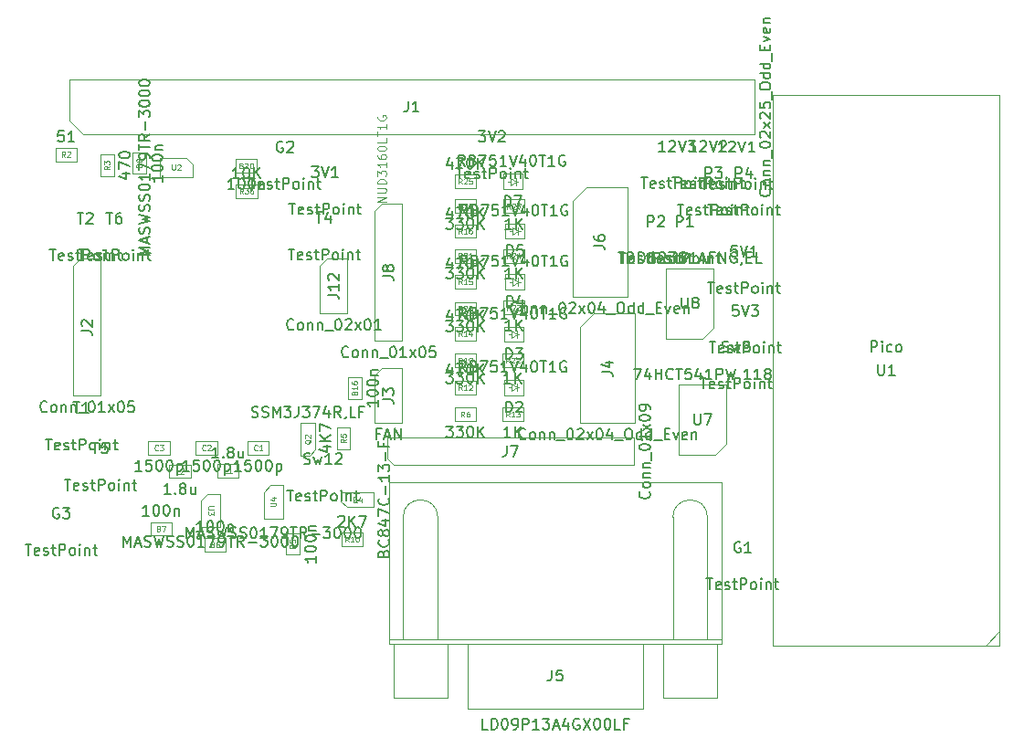
<source format=gbr>
%TF.GenerationSoftware,KiCad,Pcbnew,5.1.12-84ad8e8a86~92~ubuntu20.04.1*%
%TF.CreationDate,2022-05-15T08:31:46-04:00*%
%TF.ProjectId,HL2IOBoard,484c3249-4f42-46f6-9172-642e6b696361,D*%
%TF.SameCoordinates,Original*%
%TF.FileFunction,AssemblyDrawing,Top*%
%FSLAX46Y46*%
G04 Gerber Fmt 4.6, Leading zero omitted, Abs format (unit mm)*
G04 Created by KiCad (PCBNEW 5.1.12-84ad8e8a86~92~ubuntu20.04.1) date 2022-05-15 08:31:46*
%MOMM*%
%LPD*%
G01*
G04 APERTURE LIST*
%ADD10C,0.100000*%
%ADD11C,0.120000*%
%ADD12C,0.150000*%
%ADD13C,0.080000*%
%ADD14C,0.075000*%
G04 APERTURE END LIST*
D10*
%TO.C,U8*%
X165000000Y-106450000D02*
X161600000Y-106450000D01*
X161600000Y-106450000D02*
X161600000Y-99950000D01*
X161600000Y-99950000D02*
X166000000Y-99950000D01*
X166000000Y-99950000D02*
X166000000Y-105450000D01*
X166000000Y-105450000D02*
X165000000Y-106450000D01*
%TO.C,B20*%
X123700000Y-91095000D02*
X121700000Y-91095000D01*
X123700000Y-89845000D02*
X123700000Y-91095000D01*
X121700000Y-89845000D02*
X123700000Y-89845000D01*
X121700000Y-91095000D02*
X121700000Y-89845000D01*
%TO.C,U7*%
X167200000Y-116250000D02*
X166200000Y-117250000D01*
X167200000Y-110750000D02*
X167200000Y-116250000D01*
X162800000Y-110750000D02*
X167200000Y-110750000D01*
X162800000Y-117250000D02*
X162800000Y-110750000D01*
X166200000Y-117250000D02*
X162800000Y-117250000D01*
%TO.C,C1*%
X124800000Y-117225000D02*
X122800000Y-117225000D01*
X124800000Y-115975000D02*
X124800000Y-117225000D01*
X122800000Y-115975000D02*
X124800000Y-115975000D01*
X122800000Y-117225000D02*
X122800000Y-115975000D01*
%TO.C,C2*%
X118000000Y-117225000D02*
X118000000Y-115975000D01*
X118000000Y-115975000D02*
X120000000Y-115975000D01*
X120000000Y-115975000D02*
X120000000Y-117225000D01*
X120000000Y-117225000D02*
X118000000Y-117225000D01*
%TO.C,C3*%
X115600000Y-117225000D02*
X113600000Y-117225000D01*
X115600000Y-115975000D02*
X115600000Y-117225000D01*
X113600000Y-115975000D02*
X115600000Y-115975000D01*
X113600000Y-117225000D02*
X113600000Y-115975000D01*
%TO.C,R2*%
X107000000Y-88775000D02*
X107000000Y-90025000D01*
X107000000Y-90025000D02*
X105000000Y-90025000D01*
X105000000Y-90025000D02*
X105000000Y-88775000D01*
X105000000Y-88775000D02*
X107000000Y-88775000D01*
%TO.C,R3*%
X110425000Y-91400000D02*
X109175000Y-91400000D01*
X109175000Y-91400000D02*
X109175000Y-89400000D01*
X109175000Y-89400000D02*
X110425000Y-89400000D01*
X110425000Y-89400000D02*
X110425000Y-91400000D01*
%TO.C,U2*%
X117750000Y-91500000D02*
X114650000Y-91500000D01*
X114650000Y-91500000D02*
X114650000Y-89700000D01*
X117100000Y-89700000D02*
X114650000Y-89700000D01*
X117750000Y-91500000D02*
X117750000Y-90350000D01*
X117100000Y-89700000D02*
X117750000Y-90350000D01*
%TO.C,U3*%
X120280000Y-120850000D02*
X120280000Y-123950000D01*
X120280000Y-123950000D02*
X118480000Y-123950000D01*
X118480000Y-121500000D02*
X118480000Y-123950000D01*
X120280000Y-120850000D02*
X119130000Y-120850000D01*
X118480000Y-121500000D02*
X119130000Y-120850000D01*
%TO.C,U4*%
X124300000Y-120700000D02*
X124950000Y-120050000D01*
X126100000Y-120050000D02*
X124950000Y-120050000D01*
X124300000Y-120700000D02*
X124300000Y-123150000D01*
X126100000Y-123150000D02*
X124300000Y-123150000D01*
X126100000Y-120050000D02*
X126100000Y-123150000D01*
%TO.C,J3*%
X134620000Y-109855000D02*
X135255000Y-109220000D01*
X134620000Y-114300000D02*
X134620000Y-109855000D01*
X137160000Y-114300000D02*
X134620000Y-114300000D01*
X137160000Y-109220000D02*
X137160000Y-114300000D01*
X135255000Y-109220000D02*
X137160000Y-109220000D01*
%TO.C,Q2*%
X129100000Y-114280000D02*
X127700000Y-114280000D01*
X127700000Y-117320000D02*
X127700000Y-114280000D01*
X129100000Y-116750000D02*
X128550000Y-117320000D01*
X128550000Y-117320000D02*
X127700000Y-117320000D01*
X129100000Y-116750000D02*
X129100000Y-114300000D01*
%TO.C,R5*%
X131075000Y-116700000D02*
X131075000Y-114700000D01*
X132325000Y-116700000D02*
X131075000Y-116700000D01*
X132325000Y-114700000D02*
X132325000Y-116700000D01*
X131075000Y-114700000D02*
X132325000Y-114700000D01*
%TO.C,B5*%
X127625000Y-124500000D02*
X127625000Y-126500000D01*
X126375000Y-124500000D02*
X127625000Y-124500000D01*
X126375000Y-126500000D02*
X126375000Y-124500000D01*
X127625000Y-126500000D02*
X126375000Y-126500000D01*
%TO.C,B6*%
X120800000Y-124975000D02*
X120800000Y-126225000D01*
X120800000Y-126225000D02*
X118800000Y-126225000D01*
X118800000Y-126225000D02*
X118800000Y-124975000D01*
X118800000Y-124975000D02*
X120800000Y-124975000D01*
%TO.C,B7*%
X113800000Y-123475000D02*
X115800000Y-123475000D01*
X113800000Y-124725000D02*
X113800000Y-123475000D01*
X115800000Y-124725000D02*
X113800000Y-124725000D01*
X115800000Y-123475000D02*
X115800000Y-124725000D01*
%TO.C,B8*%
X113425000Y-91200000D02*
X112175000Y-91200000D01*
X112175000Y-91200000D02*
X112175000Y-89200000D01*
X112175000Y-89200000D02*
X113425000Y-89200000D01*
X113425000Y-89200000D02*
X113425000Y-91200000D01*
%TO.C,J5*%
X165440000Y-134340000D02*
X165440000Y-123020000D01*
X162240000Y-134340000D02*
X162240000Y-123020000D01*
X140440000Y-134340000D02*
X140440000Y-123020000D01*
X137240000Y-134340000D02*
X137240000Y-123020000D01*
X166340000Y-134740000D02*
X161340000Y-134740000D01*
X166340000Y-139740000D02*
X166340000Y-134740000D01*
X161340000Y-139740000D02*
X166340000Y-139740000D01*
X161340000Y-134740000D02*
X161340000Y-139740000D01*
X141340000Y-134740000D02*
X136340000Y-134740000D01*
X141340000Y-139740000D02*
X141340000Y-134740000D01*
X136340000Y-139740000D02*
X141340000Y-139740000D01*
X136340000Y-134740000D02*
X136340000Y-139740000D01*
X159490000Y-134740000D02*
X143190000Y-134740000D01*
X159490000Y-140740000D02*
X159490000Y-134740000D01*
X143190000Y-140740000D02*
X159490000Y-140740000D01*
X143190000Y-134740000D02*
X143190000Y-140740000D01*
X166765000Y-134340000D02*
X135915000Y-134340000D01*
X166765000Y-134740000D02*
X166765000Y-134340000D01*
X135915000Y-134740000D02*
X166765000Y-134740000D01*
X135915000Y-134340000D02*
X135915000Y-134740000D01*
X166765000Y-119800000D02*
X135915000Y-119800000D01*
X166765000Y-134340000D02*
X166765000Y-119800000D01*
X135915000Y-134340000D02*
X166765000Y-134340000D01*
X135915000Y-119800000D02*
X135915000Y-134340000D01*
X140440000Y-123020000D02*
G75*
G03*
X137240000Y-123020000I-1600000J0D01*
G01*
X165440000Y-123020000D02*
G75*
G03*
X162240000Y-123020000I-1600000J0D01*
G01*
%TO.C,Q4*%
X132050000Y-122100000D02*
X134500000Y-122100000D01*
X131480000Y-121550000D02*
X131480000Y-120700000D01*
X132050000Y-122100000D02*
X131480000Y-121550000D01*
X131480000Y-120700000D02*
X134520000Y-120700000D01*
X134520000Y-122100000D02*
X134520000Y-120700000D01*
%TO.C,R6*%
X144000000Y-114125000D02*
X142000000Y-114125000D01*
X144000000Y-112875000D02*
X144000000Y-114125000D01*
X142000000Y-112875000D02*
X144000000Y-112875000D01*
X142000000Y-114125000D02*
X142000000Y-112875000D01*
%TO.C,R10*%
X133500000Y-124475000D02*
X133500000Y-125725000D01*
X133500000Y-125725000D02*
X131500000Y-125725000D01*
X131500000Y-125725000D02*
X131500000Y-124475000D01*
X131500000Y-124475000D02*
X133500000Y-124475000D01*
%TO.C,J4*%
X154940000Y-104140000D02*
X158750000Y-104140000D01*
X158750000Y-104140000D02*
X158750000Y-114300000D01*
X158750000Y-114300000D02*
X153670000Y-114300000D01*
X153670000Y-114300000D02*
X153670000Y-105410000D01*
X153670000Y-105410000D02*
X154940000Y-104140000D01*
%TO.C,J6*%
X154200000Y-92430000D02*
X158010000Y-92430000D01*
X158010000Y-92430000D02*
X158010000Y-102590000D01*
X158010000Y-102590000D02*
X152930000Y-102590000D01*
X152930000Y-102590000D02*
X152930000Y-93700000D01*
X152930000Y-93700000D02*
X154200000Y-92430000D01*
%TO.C,R12*%
X144000000Y-110375000D02*
X144000000Y-111625000D01*
X144000000Y-111625000D02*
X142000000Y-111625000D01*
X142000000Y-111625000D02*
X142000000Y-110375000D01*
X142000000Y-110375000D02*
X144000000Y-110375000D01*
%TO.C,R13*%
X148400000Y-114125000D02*
X146400000Y-114125000D01*
X148400000Y-112875000D02*
X148400000Y-114125000D01*
X146400000Y-112875000D02*
X148400000Y-112875000D01*
X146400000Y-114125000D02*
X146400000Y-112875000D01*
%TO.C,R14*%
X142000000Y-105375000D02*
X144000000Y-105375000D01*
X142000000Y-106625000D02*
X142000000Y-105375000D01*
X144000000Y-106625000D02*
X142000000Y-106625000D01*
X144000000Y-105375000D02*
X144000000Y-106625000D01*
%TO.C,R15*%
X144000000Y-100575000D02*
X144000000Y-101825000D01*
X144000000Y-101825000D02*
X142000000Y-101825000D01*
X142000000Y-101825000D02*
X142000000Y-100575000D01*
X142000000Y-100575000D02*
X144000000Y-100575000D01*
%TO.C,R16*%
X144000000Y-95875000D02*
X144000000Y-97125000D01*
X144000000Y-97125000D02*
X142000000Y-97125000D01*
X142000000Y-97125000D02*
X142000000Y-95875000D01*
X142000000Y-95875000D02*
X144000000Y-95875000D01*
%TO.C,R19*%
X144000000Y-109125000D02*
X142000000Y-109125000D01*
X144000000Y-107875000D02*
X144000000Y-109125000D01*
X142000000Y-107875000D02*
X144000000Y-107875000D01*
X142000000Y-109125000D02*
X142000000Y-107875000D01*
%TO.C,R20*%
X142000000Y-104325000D02*
X142000000Y-103075000D01*
X142000000Y-103075000D02*
X144000000Y-103075000D01*
X144000000Y-103075000D02*
X144000000Y-104325000D01*
X144000000Y-104325000D02*
X142000000Y-104325000D01*
%TO.C,R21*%
X144000000Y-99425000D02*
X142000000Y-99425000D01*
X144000000Y-98175000D02*
X144000000Y-99425000D01*
X142000000Y-98175000D02*
X144000000Y-98175000D01*
X142000000Y-99425000D02*
X142000000Y-98175000D01*
%TO.C,R22*%
X146400000Y-109125000D02*
X146400000Y-107875000D01*
X146400000Y-107875000D02*
X148400000Y-107875000D01*
X148400000Y-107875000D02*
X148400000Y-109125000D01*
X148400000Y-109125000D02*
X146400000Y-109125000D01*
%TO.C,R23*%
X148500000Y-104225000D02*
X146500000Y-104225000D01*
X148500000Y-102975000D02*
X148500000Y-104225000D01*
X146500000Y-102975000D02*
X148500000Y-102975000D01*
X146500000Y-104225000D02*
X146500000Y-102975000D01*
%TO.C,R24*%
X146500000Y-99425000D02*
X146500000Y-98175000D01*
X146500000Y-98175000D02*
X148500000Y-98175000D01*
X148500000Y-98175000D02*
X148500000Y-99425000D01*
X148500000Y-99425000D02*
X146500000Y-99425000D01*
%TO.C,J8*%
X135255000Y-93980000D02*
X137160000Y-93980000D01*
X137160000Y-93980000D02*
X137160000Y-106680000D01*
X137160000Y-106680000D02*
X134620000Y-106680000D01*
X134620000Y-106680000D02*
X134620000Y-94615000D01*
X134620000Y-94615000D02*
X135255000Y-93980000D01*
%TO.C,R25*%
X144000000Y-91275000D02*
X144000000Y-92525000D01*
X144000000Y-92525000D02*
X142000000Y-92525000D01*
X142000000Y-92525000D02*
X142000000Y-91275000D01*
X142000000Y-91275000D02*
X144000000Y-91275000D01*
%TO.C,R26*%
X144000000Y-94825000D02*
X142000000Y-94825000D01*
X144000000Y-93575000D02*
X144000000Y-94825000D01*
X142000000Y-93575000D02*
X144000000Y-93575000D01*
X142000000Y-94825000D02*
X142000000Y-93575000D01*
%TO.C,R27*%
X146500000Y-94825000D02*
X146500000Y-93575000D01*
X146500000Y-93575000D02*
X148500000Y-93575000D01*
X148500000Y-93575000D02*
X148500000Y-94825000D01*
X148500000Y-94825000D02*
X146500000Y-94825000D01*
%TO.C,J12*%
X130175000Y-99060000D02*
X132080000Y-99060000D01*
X132080000Y-99060000D02*
X132080000Y-104140000D01*
X132080000Y-104140000D02*
X129540000Y-104140000D01*
X129540000Y-104140000D02*
X129540000Y-99695000D01*
X129540000Y-99695000D02*
X130175000Y-99060000D01*
D11*
%TO.C,U1*%
X192500000Y-133600000D02*
X191200000Y-134900000D01*
X192500000Y-83900000D02*
X192500000Y-134900000D01*
X171500000Y-83900000D02*
X192500000Y-83900000D01*
X171500000Y-134900000D02*
X171500000Y-83900000D01*
X192500000Y-134900000D02*
X171500000Y-134900000D01*
D10*
%TO.C,J1*%
X106270000Y-86260000D02*
X106270000Y-82450000D01*
X106270000Y-82450000D02*
X169770000Y-82450000D01*
X169770000Y-82450000D02*
X169770000Y-87530000D01*
X169770000Y-87530000D02*
X107540000Y-87530000D01*
X107540000Y-87530000D02*
X106270000Y-86260000D01*
%TO.C,L1*%
X122000000Y-118130000D02*
X122000000Y-119330000D01*
X122000000Y-119330000D02*
X120000000Y-119330000D01*
X120000000Y-119330000D02*
X120000000Y-118130000D01*
X120000000Y-118130000D02*
X122000000Y-118130000D01*
%TO.C,L2*%
X117550000Y-119370000D02*
X115550000Y-119370000D01*
X117550000Y-118170000D02*
X117550000Y-119370000D01*
X115550000Y-118170000D02*
X117550000Y-118170000D01*
X115550000Y-119370000D02*
X115550000Y-118170000D01*
%TO.C,B16*%
X133375000Y-110050000D02*
X133375000Y-112050000D01*
X132125000Y-110050000D02*
X133375000Y-110050000D01*
X132125000Y-112050000D02*
X132125000Y-110050000D01*
X133375000Y-112050000D02*
X132125000Y-112050000D01*
%TO.C,D2*%
X147300000Y-111000000D02*
X147050000Y-111000000D01*
X147300000Y-110650000D02*
X147800000Y-111000000D01*
X147300000Y-111350000D02*
X147300000Y-110650000D01*
X147800000Y-111000000D02*
X147300000Y-111350000D01*
X147800000Y-111000000D02*
X148000000Y-111000000D01*
X147800000Y-111350000D02*
X147800000Y-110650000D01*
X148400000Y-110300000D02*
X148400000Y-111700000D01*
X146600000Y-110300000D02*
X148400000Y-110300000D01*
X146600000Y-111700000D02*
X146600000Y-110300000D01*
X148400000Y-111700000D02*
X146600000Y-111700000D01*
%TO.C,D3*%
X148400000Y-106750000D02*
X146600000Y-106750000D01*
X146600000Y-106750000D02*
X146600000Y-105350000D01*
X146600000Y-105350000D02*
X148400000Y-105350000D01*
X148400000Y-105350000D02*
X148400000Y-106750000D01*
X147800000Y-106400000D02*
X147800000Y-105700000D01*
X147800000Y-106050000D02*
X148000000Y-106050000D01*
X147800000Y-106050000D02*
X147300000Y-106400000D01*
X147300000Y-106400000D02*
X147300000Y-105700000D01*
X147300000Y-105700000D02*
X147800000Y-106050000D01*
X147300000Y-106050000D02*
X147050000Y-106050000D01*
%TO.C,D4*%
X147400000Y-101200000D02*
X147150000Y-101200000D01*
X147400000Y-100850000D02*
X147900000Y-101200000D01*
X147400000Y-101550000D02*
X147400000Y-100850000D01*
X147900000Y-101200000D02*
X147400000Y-101550000D01*
X147900000Y-101200000D02*
X148100000Y-101200000D01*
X147900000Y-101550000D02*
X147900000Y-100850000D01*
X148500000Y-100500000D02*
X148500000Y-101900000D01*
X146700000Y-100500000D02*
X148500000Y-100500000D01*
X146700000Y-101900000D02*
X146700000Y-100500000D01*
X148500000Y-101900000D02*
X146700000Y-101900000D01*
%TO.C,D5*%
X148500000Y-97200000D02*
X146700000Y-97200000D01*
X146700000Y-97200000D02*
X146700000Y-95800000D01*
X146700000Y-95800000D02*
X148500000Y-95800000D01*
X148500000Y-95800000D02*
X148500000Y-97200000D01*
X147900000Y-96850000D02*
X147900000Y-96150000D01*
X147900000Y-96500000D02*
X148100000Y-96500000D01*
X147900000Y-96500000D02*
X147400000Y-96850000D01*
X147400000Y-96850000D02*
X147400000Y-96150000D01*
X147400000Y-96150000D02*
X147900000Y-96500000D01*
X147400000Y-96500000D02*
X147150000Y-96500000D01*
%TO.C,D7*%
X148300000Y-92600000D02*
X146500000Y-92600000D01*
X146500000Y-92600000D02*
X146500000Y-91200000D01*
X146500000Y-91200000D02*
X148300000Y-91200000D01*
X148300000Y-91200000D02*
X148300000Y-92600000D01*
X147700000Y-92250000D02*
X147700000Y-91550000D01*
X147700000Y-91900000D02*
X147900000Y-91900000D01*
X147700000Y-91900000D02*
X147200000Y-92250000D01*
X147200000Y-92250000D02*
X147200000Y-91550000D01*
X147200000Y-91550000D02*
X147700000Y-91900000D01*
X147200000Y-91900000D02*
X146950000Y-91900000D01*
%TO.C,J2*%
X106680000Y-99695000D02*
X107315000Y-99060000D01*
X106680000Y-111760000D02*
X106680000Y-99695000D01*
X109220000Y-111760000D02*
X106680000Y-111760000D01*
X109220000Y-99060000D02*
X109220000Y-111760000D01*
X107315000Y-99060000D02*
X109220000Y-99060000D01*
%TO.C,R36*%
X121730000Y-92175000D02*
X123730000Y-92175000D01*
X121730000Y-93425000D02*
X121730000Y-92175000D01*
X123730000Y-93425000D02*
X121730000Y-93425000D01*
X123730000Y-92175000D02*
X123730000Y-93425000D01*
%TO.C,J7*%
X135750000Y-117565000D02*
X135750000Y-115660000D01*
X135750000Y-115660000D02*
X158610000Y-115660000D01*
X158610000Y-115660000D02*
X158610000Y-118200000D01*
X158610000Y-118200000D02*
X136385000Y-118200000D01*
X136385000Y-118200000D02*
X135750000Y-117565000D01*
%TD*%
%TO.C,U8*%
D12*
X157157142Y-98452380D02*
X157728571Y-98452380D01*
X157442857Y-99452380D02*
X157442857Y-98452380D01*
X158395238Y-98928571D02*
X158538095Y-98976190D01*
X158585714Y-99023809D01*
X158633333Y-99119047D01*
X158633333Y-99261904D01*
X158585714Y-99357142D01*
X158538095Y-99404761D01*
X158442857Y-99452380D01*
X158061904Y-99452380D01*
X158061904Y-98452380D01*
X158395238Y-98452380D01*
X158490476Y-98500000D01*
X158538095Y-98547619D01*
X158585714Y-98642857D01*
X158585714Y-98738095D01*
X158538095Y-98833333D01*
X158490476Y-98880952D01*
X158395238Y-98928571D01*
X158061904Y-98928571D01*
X159061904Y-99452380D02*
X159061904Y-98452380D01*
X159300000Y-98452380D01*
X159442857Y-98500000D01*
X159538095Y-98595238D01*
X159585714Y-98690476D01*
X159633333Y-98880952D01*
X159633333Y-99023809D01*
X159585714Y-99214285D01*
X159538095Y-99309523D01*
X159442857Y-99404761D01*
X159300000Y-99452380D01*
X159061904Y-99452380D01*
X160490476Y-98452380D02*
X160300000Y-98452380D01*
X160204761Y-98500000D01*
X160157142Y-98547619D01*
X160061904Y-98690476D01*
X160014285Y-98880952D01*
X160014285Y-99261904D01*
X160061904Y-99357142D01*
X160109523Y-99404761D01*
X160204761Y-99452380D01*
X160395238Y-99452380D01*
X160490476Y-99404761D01*
X160538095Y-99357142D01*
X160585714Y-99261904D01*
X160585714Y-99023809D01*
X160538095Y-98928571D01*
X160490476Y-98880952D01*
X160395238Y-98833333D01*
X160204761Y-98833333D01*
X160109523Y-98880952D01*
X160061904Y-98928571D01*
X160014285Y-99023809D01*
X160966666Y-98547619D02*
X161014285Y-98500000D01*
X161109523Y-98452380D01*
X161347619Y-98452380D01*
X161442857Y-98500000D01*
X161490476Y-98547619D01*
X161538095Y-98642857D01*
X161538095Y-98738095D01*
X161490476Y-98880952D01*
X160919047Y-99452380D01*
X161538095Y-99452380D01*
X161871428Y-98452380D02*
X162490476Y-98452380D01*
X162157142Y-98833333D01*
X162300000Y-98833333D01*
X162395238Y-98880952D01*
X162442857Y-98928571D01*
X162490476Y-99023809D01*
X162490476Y-99261904D01*
X162442857Y-99357142D01*
X162395238Y-99404761D01*
X162300000Y-99452380D01*
X162014285Y-99452380D01*
X161919047Y-99404761D01*
X161871428Y-99357142D01*
X163061904Y-98880952D02*
X162966666Y-98833333D01*
X162919047Y-98785714D01*
X162871428Y-98690476D01*
X162871428Y-98642857D01*
X162919047Y-98547619D01*
X162966666Y-98500000D01*
X163061904Y-98452380D01*
X163252380Y-98452380D01*
X163347619Y-98500000D01*
X163395238Y-98547619D01*
X163442857Y-98642857D01*
X163442857Y-98690476D01*
X163395238Y-98785714D01*
X163347619Y-98833333D01*
X163252380Y-98880952D01*
X163061904Y-98880952D01*
X162966666Y-98928571D01*
X162919047Y-98976190D01*
X162871428Y-99071428D01*
X162871428Y-99261904D01*
X162919047Y-99357142D01*
X162966666Y-99404761D01*
X163061904Y-99452380D01*
X163252380Y-99452380D01*
X163347619Y-99404761D01*
X163395238Y-99357142D01*
X163442857Y-99261904D01*
X163442857Y-99071428D01*
X163395238Y-98976190D01*
X163347619Y-98928571D01*
X163252380Y-98880952D01*
X164395238Y-99452380D02*
X163823809Y-99452380D01*
X164109523Y-99452380D02*
X164109523Y-98452380D01*
X164014285Y-98595238D01*
X163919047Y-98690476D01*
X163823809Y-98738095D01*
X164776190Y-99166666D02*
X165252380Y-99166666D01*
X164680952Y-99452380D02*
X165014285Y-98452380D01*
X165347619Y-99452380D01*
X166014285Y-98928571D02*
X165680952Y-98928571D01*
X165680952Y-99452380D02*
X165680952Y-98452380D01*
X166157142Y-98452380D01*
X166538095Y-99452380D02*
X166538095Y-98452380D01*
X167109523Y-99452380D01*
X167109523Y-98452380D01*
X168109523Y-98500000D02*
X168014285Y-98452380D01*
X167871428Y-98452380D01*
X167728571Y-98500000D01*
X167633333Y-98595238D01*
X167585714Y-98690476D01*
X167538095Y-98880952D01*
X167538095Y-99023809D01*
X167585714Y-99214285D01*
X167633333Y-99309523D01*
X167728571Y-99404761D01*
X167871428Y-99452380D01*
X167966666Y-99452380D01*
X168109523Y-99404761D01*
X168157142Y-99357142D01*
X168157142Y-99023809D01*
X167966666Y-99023809D01*
X168633333Y-99404761D02*
X168633333Y-99452380D01*
X168585714Y-99547619D01*
X168538095Y-99595238D01*
X169061904Y-98928571D02*
X169395238Y-98928571D01*
X169538095Y-99452380D02*
X169061904Y-99452380D01*
X169061904Y-98452380D01*
X169538095Y-98452380D01*
X170442857Y-99452380D02*
X169966666Y-99452380D01*
X169966666Y-98452380D01*
X163038095Y-102652380D02*
X163038095Y-103461904D01*
X163085714Y-103557142D01*
X163133333Y-103604761D01*
X163228571Y-103652380D01*
X163419047Y-103652380D01*
X163514285Y-103604761D01*
X163561904Y-103557142D01*
X163609523Y-103461904D01*
X163609523Y-102652380D01*
X164228571Y-103080952D02*
X164133333Y-103033333D01*
X164085714Y-102985714D01*
X164038095Y-102890476D01*
X164038095Y-102842857D01*
X164085714Y-102747619D01*
X164133333Y-102700000D01*
X164228571Y-102652380D01*
X164419047Y-102652380D01*
X164514285Y-102700000D01*
X164561904Y-102747619D01*
X164609523Y-102842857D01*
X164609523Y-102890476D01*
X164561904Y-102985714D01*
X164514285Y-103033333D01*
X164419047Y-103080952D01*
X164228571Y-103080952D01*
X164133333Y-103128571D01*
X164085714Y-103176190D01*
X164038095Y-103271428D01*
X164038095Y-103461904D01*
X164085714Y-103557142D01*
X164133333Y-103604761D01*
X164228571Y-103652380D01*
X164419047Y-103652380D01*
X164514285Y-103604761D01*
X164561904Y-103557142D01*
X164609523Y-103461904D01*
X164609523Y-103271428D01*
X164561904Y-103176190D01*
X164514285Y-103128571D01*
X164419047Y-103080952D01*
%TO.C,B20*%
X121580952Y-92602380D02*
X121009523Y-92602380D01*
X121295238Y-92602380D02*
X121295238Y-91602380D01*
X121200000Y-91745238D01*
X121104761Y-91840476D01*
X121009523Y-91888095D01*
X122200000Y-91602380D02*
X122295238Y-91602380D01*
X122390476Y-91650000D01*
X122438095Y-91697619D01*
X122485714Y-91792857D01*
X122533333Y-91983333D01*
X122533333Y-92221428D01*
X122485714Y-92411904D01*
X122438095Y-92507142D01*
X122390476Y-92554761D01*
X122295238Y-92602380D01*
X122200000Y-92602380D01*
X122104761Y-92554761D01*
X122057142Y-92507142D01*
X122009523Y-92411904D01*
X121961904Y-92221428D01*
X121961904Y-91983333D01*
X122009523Y-91792857D01*
X122057142Y-91697619D01*
X122104761Y-91650000D01*
X122200000Y-91602380D01*
X123152380Y-91602380D02*
X123247619Y-91602380D01*
X123342857Y-91650000D01*
X123390476Y-91697619D01*
X123438095Y-91792857D01*
X123485714Y-91983333D01*
X123485714Y-92221428D01*
X123438095Y-92411904D01*
X123390476Y-92507142D01*
X123342857Y-92554761D01*
X123247619Y-92602380D01*
X123152380Y-92602380D01*
X123057142Y-92554761D01*
X123009523Y-92507142D01*
X122961904Y-92411904D01*
X122914285Y-92221428D01*
X122914285Y-91983333D01*
X122961904Y-91792857D01*
X123009523Y-91697619D01*
X123057142Y-91650000D01*
X123152380Y-91602380D01*
X123914285Y-91935714D02*
X123914285Y-92602380D01*
X123914285Y-92030952D02*
X123961904Y-91983333D01*
X124057142Y-91935714D01*
X124200000Y-91935714D01*
X124295238Y-91983333D01*
X124342857Y-92078571D01*
X124342857Y-92602380D01*
D13*
X122259523Y-90434285D02*
X122330952Y-90458095D01*
X122354761Y-90481904D01*
X122378571Y-90529523D01*
X122378571Y-90600952D01*
X122354761Y-90648571D01*
X122330952Y-90672380D01*
X122283333Y-90696190D01*
X122092857Y-90696190D01*
X122092857Y-90196190D01*
X122259523Y-90196190D01*
X122307142Y-90220000D01*
X122330952Y-90243809D01*
X122354761Y-90291428D01*
X122354761Y-90339047D01*
X122330952Y-90386666D01*
X122307142Y-90410476D01*
X122259523Y-90434285D01*
X122092857Y-90434285D01*
X122569047Y-90243809D02*
X122592857Y-90220000D01*
X122640476Y-90196190D01*
X122759523Y-90196190D01*
X122807142Y-90220000D01*
X122830952Y-90243809D01*
X122854761Y-90291428D01*
X122854761Y-90339047D01*
X122830952Y-90410476D01*
X122545238Y-90696190D01*
X122854761Y-90696190D01*
X123164285Y-90196190D02*
X123211904Y-90196190D01*
X123259523Y-90220000D01*
X123283333Y-90243809D01*
X123307142Y-90291428D01*
X123330952Y-90386666D01*
X123330952Y-90505714D01*
X123307142Y-90600952D01*
X123283333Y-90648571D01*
X123259523Y-90672380D01*
X123211904Y-90696190D01*
X123164285Y-90696190D01*
X123116666Y-90672380D01*
X123092857Y-90648571D01*
X123069047Y-90600952D01*
X123045238Y-90505714D01*
X123045238Y-90386666D01*
X123069047Y-90291428D01*
X123092857Y-90243809D01*
X123116666Y-90220000D01*
X123164285Y-90196190D01*
%TO.C,U7*%
D12*
X158619047Y-109252380D02*
X159285714Y-109252380D01*
X158857142Y-110252380D01*
X160095238Y-109585714D02*
X160095238Y-110252380D01*
X159857142Y-109204761D02*
X159619047Y-109919047D01*
X160238095Y-109919047D01*
X160619047Y-110252380D02*
X160619047Y-109252380D01*
X160619047Y-109728571D02*
X161190476Y-109728571D01*
X161190476Y-110252380D02*
X161190476Y-109252380D01*
X162238095Y-110157142D02*
X162190476Y-110204761D01*
X162047619Y-110252380D01*
X161952380Y-110252380D01*
X161809523Y-110204761D01*
X161714285Y-110109523D01*
X161666666Y-110014285D01*
X161619047Y-109823809D01*
X161619047Y-109680952D01*
X161666666Y-109490476D01*
X161714285Y-109395238D01*
X161809523Y-109300000D01*
X161952380Y-109252380D01*
X162047619Y-109252380D01*
X162190476Y-109300000D01*
X162238095Y-109347619D01*
X162523809Y-109252380D02*
X163095238Y-109252380D01*
X162809523Y-110252380D02*
X162809523Y-109252380D01*
X163904761Y-109252380D02*
X163428571Y-109252380D01*
X163380952Y-109728571D01*
X163428571Y-109680952D01*
X163523809Y-109633333D01*
X163761904Y-109633333D01*
X163857142Y-109680952D01*
X163904761Y-109728571D01*
X163952380Y-109823809D01*
X163952380Y-110061904D01*
X163904761Y-110157142D01*
X163857142Y-110204761D01*
X163761904Y-110252380D01*
X163523809Y-110252380D01*
X163428571Y-110204761D01*
X163380952Y-110157142D01*
X164809523Y-109585714D02*
X164809523Y-110252380D01*
X164571428Y-109204761D02*
X164333333Y-109919047D01*
X164952380Y-109919047D01*
X165857142Y-110252380D02*
X165285714Y-110252380D01*
X165571428Y-110252380D02*
X165571428Y-109252380D01*
X165476190Y-109395238D01*
X165380952Y-109490476D01*
X165285714Y-109538095D01*
X166285714Y-110252380D02*
X166285714Y-109252380D01*
X166666666Y-109252380D01*
X166761904Y-109300000D01*
X166809523Y-109347619D01*
X166857142Y-109442857D01*
X166857142Y-109585714D01*
X166809523Y-109680952D01*
X166761904Y-109728571D01*
X166666666Y-109776190D01*
X166285714Y-109776190D01*
X167190476Y-109252380D02*
X167428571Y-110252380D01*
X167619047Y-109538095D01*
X167809523Y-110252380D01*
X168047619Y-109252380D01*
X168476190Y-110204761D02*
X168476190Y-110252380D01*
X168428571Y-110347619D01*
X168380952Y-110395238D01*
X169428571Y-110252380D02*
X168857142Y-110252380D01*
X169142857Y-110252380D02*
X169142857Y-109252380D01*
X169047619Y-109395238D01*
X168952380Y-109490476D01*
X168857142Y-109538095D01*
X170380952Y-110252380D02*
X169809523Y-110252380D01*
X170095238Y-110252380D02*
X170095238Y-109252380D01*
X170000000Y-109395238D01*
X169904761Y-109490476D01*
X169809523Y-109538095D01*
X170952380Y-109680952D02*
X170857142Y-109633333D01*
X170809523Y-109585714D01*
X170761904Y-109490476D01*
X170761904Y-109442857D01*
X170809523Y-109347619D01*
X170857142Y-109300000D01*
X170952380Y-109252380D01*
X171142857Y-109252380D01*
X171238095Y-109300000D01*
X171285714Y-109347619D01*
X171333333Y-109442857D01*
X171333333Y-109490476D01*
X171285714Y-109585714D01*
X171238095Y-109633333D01*
X171142857Y-109680952D01*
X170952380Y-109680952D01*
X170857142Y-109728571D01*
X170809523Y-109776190D01*
X170761904Y-109871428D01*
X170761904Y-110061904D01*
X170809523Y-110157142D01*
X170857142Y-110204761D01*
X170952380Y-110252380D01*
X171142857Y-110252380D01*
X171238095Y-110204761D01*
X171285714Y-110157142D01*
X171333333Y-110061904D01*
X171333333Y-109871428D01*
X171285714Y-109776190D01*
X171238095Y-109728571D01*
X171142857Y-109680952D01*
X164238095Y-113452380D02*
X164238095Y-114261904D01*
X164285714Y-114357142D01*
X164333333Y-114404761D01*
X164428571Y-114452380D01*
X164619047Y-114452380D01*
X164714285Y-114404761D01*
X164761904Y-114357142D01*
X164809523Y-114261904D01*
X164809523Y-113452380D01*
X165190476Y-113452380D02*
X165857142Y-113452380D01*
X165428571Y-114452380D01*
%TO.C,C1*%
X122204761Y-118732380D02*
X121633333Y-118732380D01*
X121919047Y-118732380D02*
X121919047Y-117732380D01*
X121823809Y-117875238D01*
X121728571Y-117970476D01*
X121633333Y-118018095D01*
X123109523Y-117732380D02*
X122633333Y-117732380D01*
X122585714Y-118208571D01*
X122633333Y-118160952D01*
X122728571Y-118113333D01*
X122966666Y-118113333D01*
X123061904Y-118160952D01*
X123109523Y-118208571D01*
X123157142Y-118303809D01*
X123157142Y-118541904D01*
X123109523Y-118637142D01*
X123061904Y-118684761D01*
X122966666Y-118732380D01*
X122728571Y-118732380D01*
X122633333Y-118684761D01*
X122585714Y-118637142D01*
X123776190Y-117732380D02*
X123871428Y-117732380D01*
X123966666Y-117780000D01*
X124014285Y-117827619D01*
X124061904Y-117922857D01*
X124109523Y-118113333D01*
X124109523Y-118351428D01*
X124061904Y-118541904D01*
X124014285Y-118637142D01*
X123966666Y-118684761D01*
X123871428Y-118732380D01*
X123776190Y-118732380D01*
X123680952Y-118684761D01*
X123633333Y-118637142D01*
X123585714Y-118541904D01*
X123538095Y-118351428D01*
X123538095Y-118113333D01*
X123585714Y-117922857D01*
X123633333Y-117827619D01*
X123680952Y-117780000D01*
X123776190Y-117732380D01*
X124728571Y-117732380D02*
X124823809Y-117732380D01*
X124919047Y-117780000D01*
X124966666Y-117827619D01*
X125014285Y-117922857D01*
X125061904Y-118113333D01*
X125061904Y-118351428D01*
X125014285Y-118541904D01*
X124966666Y-118637142D01*
X124919047Y-118684761D01*
X124823809Y-118732380D01*
X124728571Y-118732380D01*
X124633333Y-118684761D01*
X124585714Y-118637142D01*
X124538095Y-118541904D01*
X124490476Y-118351428D01*
X124490476Y-118113333D01*
X124538095Y-117922857D01*
X124585714Y-117827619D01*
X124633333Y-117780000D01*
X124728571Y-117732380D01*
X125490476Y-118065714D02*
X125490476Y-119065714D01*
X125490476Y-118113333D02*
X125585714Y-118065714D01*
X125776190Y-118065714D01*
X125871428Y-118113333D01*
X125919047Y-118160952D01*
X125966666Y-118256190D01*
X125966666Y-118541904D01*
X125919047Y-118637142D01*
X125871428Y-118684761D01*
X125776190Y-118732380D01*
X125585714Y-118732380D01*
X125490476Y-118684761D01*
D13*
X123716666Y-116778571D02*
X123692857Y-116802380D01*
X123621428Y-116826190D01*
X123573809Y-116826190D01*
X123502380Y-116802380D01*
X123454761Y-116754761D01*
X123430952Y-116707142D01*
X123407142Y-116611904D01*
X123407142Y-116540476D01*
X123430952Y-116445238D01*
X123454761Y-116397619D01*
X123502380Y-116350000D01*
X123573809Y-116326190D01*
X123621428Y-116326190D01*
X123692857Y-116350000D01*
X123716666Y-116373809D01*
X124192857Y-116826190D02*
X123907142Y-116826190D01*
X124050000Y-116826190D02*
X124050000Y-116326190D01*
X124002380Y-116397619D01*
X123954761Y-116445238D01*
X123907142Y-116469047D01*
%TO.C,C2*%
D12*
X117404761Y-118732380D02*
X116833333Y-118732380D01*
X117119047Y-118732380D02*
X117119047Y-117732380D01*
X117023809Y-117875238D01*
X116928571Y-117970476D01*
X116833333Y-118018095D01*
X118309523Y-117732380D02*
X117833333Y-117732380D01*
X117785714Y-118208571D01*
X117833333Y-118160952D01*
X117928571Y-118113333D01*
X118166666Y-118113333D01*
X118261904Y-118160952D01*
X118309523Y-118208571D01*
X118357142Y-118303809D01*
X118357142Y-118541904D01*
X118309523Y-118637142D01*
X118261904Y-118684761D01*
X118166666Y-118732380D01*
X117928571Y-118732380D01*
X117833333Y-118684761D01*
X117785714Y-118637142D01*
X118976190Y-117732380D02*
X119071428Y-117732380D01*
X119166666Y-117780000D01*
X119214285Y-117827619D01*
X119261904Y-117922857D01*
X119309523Y-118113333D01*
X119309523Y-118351428D01*
X119261904Y-118541904D01*
X119214285Y-118637142D01*
X119166666Y-118684761D01*
X119071428Y-118732380D01*
X118976190Y-118732380D01*
X118880952Y-118684761D01*
X118833333Y-118637142D01*
X118785714Y-118541904D01*
X118738095Y-118351428D01*
X118738095Y-118113333D01*
X118785714Y-117922857D01*
X118833333Y-117827619D01*
X118880952Y-117780000D01*
X118976190Y-117732380D01*
X119928571Y-117732380D02*
X120023809Y-117732380D01*
X120119047Y-117780000D01*
X120166666Y-117827619D01*
X120214285Y-117922857D01*
X120261904Y-118113333D01*
X120261904Y-118351428D01*
X120214285Y-118541904D01*
X120166666Y-118637142D01*
X120119047Y-118684761D01*
X120023809Y-118732380D01*
X119928571Y-118732380D01*
X119833333Y-118684761D01*
X119785714Y-118637142D01*
X119738095Y-118541904D01*
X119690476Y-118351428D01*
X119690476Y-118113333D01*
X119738095Y-117922857D01*
X119785714Y-117827619D01*
X119833333Y-117780000D01*
X119928571Y-117732380D01*
X120690476Y-118065714D02*
X120690476Y-119065714D01*
X120690476Y-118113333D02*
X120785714Y-118065714D01*
X120976190Y-118065714D01*
X121071428Y-118113333D01*
X121119047Y-118160952D01*
X121166666Y-118256190D01*
X121166666Y-118541904D01*
X121119047Y-118637142D01*
X121071428Y-118684761D01*
X120976190Y-118732380D01*
X120785714Y-118732380D01*
X120690476Y-118684761D01*
D13*
X118916666Y-116778571D02*
X118892857Y-116802380D01*
X118821428Y-116826190D01*
X118773809Y-116826190D01*
X118702380Y-116802380D01*
X118654761Y-116754761D01*
X118630952Y-116707142D01*
X118607142Y-116611904D01*
X118607142Y-116540476D01*
X118630952Y-116445238D01*
X118654761Y-116397619D01*
X118702380Y-116350000D01*
X118773809Y-116326190D01*
X118821428Y-116326190D01*
X118892857Y-116350000D01*
X118916666Y-116373809D01*
X119107142Y-116373809D02*
X119130952Y-116350000D01*
X119178571Y-116326190D01*
X119297619Y-116326190D01*
X119345238Y-116350000D01*
X119369047Y-116373809D01*
X119392857Y-116421428D01*
X119392857Y-116469047D01*
X119369047Y-116540476D01*
X119083333Y-116826190D01*
X119392857Y-116826190D01*
%TO.C,C3*%
D12*
X113004761Y-118732380D02*
X112433333Y-118732380D01*
X112719047Y-118732380D02*
X112719047Y-117732380D01*
X112623809Y-117875238D01*
X112528571Y-117970476D01*
X112433333Y-118018095D01*
X113909523Y-117732380D02*
X113433333Y-117732380D01*
X113385714Y-118208571D01*
X113433333Y-118160952D01*
X113528571Y-118113333D01*
X113766666Y-118113333D01*
X113861904Y-118160952D01*
X113909523Y-118208571D01*
X113957142Y-118303809D01*
X113957142Y-118541904D01*
X113909523Y-118637142D01*
X113861904Y-118684761D01*
X113766666Y-118732380D01*
X113528571Y-118732380D01*
X113433333Y-118684761D01*
X113385714Y-118637142D01*
X114576190Y-117732380D02*
X114671428Y-117732380D01*
X114766666Y-117780000D01*
X114814285Y-117827619D01*
X114861904Y-117922857D01*
X114909523Y-118113333D01*
X114909523Y-118351428D01*
X114861904Y-118541904D01*
X114814285Y-118637142D01*
X114766666Y-118684761D01*
X114671428Y-118732380D01*
X114576190Y-118732380D01*
X114480952Y-118684761D01*
X114433333Y-118637142D01*
X114385714Y-118541904D01*
X114338095Y-118351428D01*
X114338095Y-118113333D01*
X114385714Y-117922857D01*
X114433333Y-117827619D01*
X114480952Y-117780000D01*
X114576190Y-117732380D01*
X115528571Y-117732380D02*
X115623809Y-117732380D01*
X115719047Y-117780000D01*
X115766666Y-117827619D01*
X115814285Y-117922857D01*
X115861904Y-118113333D01*
X115861904Y-118351428D01*
X115814285Y-118541904D01*
X115766666Y-118637142D01*
X115719047Y-118684761D01*
X115623809Y-118732380D01*
X115528571Y-118732380D01*
X115433333Y-118684761D01*
X115385714Y-118637142D01*
X115338095Y-118541904D01*
X115290476Y-118351428D01*
X115290476Y-118113333D01*
X115338095Y-117922857D01*
X115385714Y-117827619D01*
X115433333Y-117780000D01*
X115528571Y-117732380D01*
X116290476Y-118065714D02*
X116290476Y-119065714D01*
X116290476Y-118113333D02*
X116385714Y-118065714D01*
X116576190Y-118065714D01*
X116671428Y-118113333D01*
X116719047Y-118160952D01*
X116766666Y-118256190D01*
X116766666Y-118541904D01*
X116719047Y-118637142D01*
X116671428Y-118684761D01*
X116576190Y-118732380D01*
X116385714Y-118732380D01*
X116290476Y-118684761D01*
D13*
X114516666Y-116778571D02*
X114492857Y-116802380D01*
X114421428Y-116826190D01*
X114373809Y-116826190D01*
X114302380Y-116802380D01*
X114254761Y-116754761D01*
X114230952Y-116707142D01*
X114207142Y-116611904D01*
X114207142Y-116540476D01*
X114230952Y-116445238D01*
X114254761Y-116397619D01*
X114302380Y-116350000D01*
X114373809Y-116326190D01*
X114421428Y-116326190D01*
X114492857Y-116350000D01*
X114516666Y-116373809D01*
X114683333Y-116326190D02*
X114992857Y-116326190D01*
X114826190Y-116516666D01*
X114897619Y-116516666D01*
X114945238Y-116540476D01*
X114969047Y-116564285D01*
X114992857Y-116611904D01*
X114992857Y-116730952D01*
X114969047Y-116778571D01*
X114945238Y-116802380D01*
X114897619Y-116826190D01*
X114754761Y-116826190D01*
X114707142Y-116802380D01*
X114683333Y-116778571D01*
%TO.C,Q1*%
D10*
X135661904Y-93780952D02*
X134861904Y-93780952D01*
X135661904Y-93323809D01*
X134861904Y-93323809D01*
X134861904Y-92942857D02*
X135509523Y-92942857D01*
X135585714Y-92904761D01*
X135623809Y-92866666D01*
X135661904Y-92790476D01*
X135661904Y-92638095D01*
X135623809Y-92561904D01*
X135585714Y-92523809D01*
X135509523Y-92485714D01*
X134861904Y-92485714D01*
X135661904Y-92104761D02*
X134861904Y-92104761D01*
X134861904Y-91914285D01*
X134900000Y-91800000D01*
X134976190Y-91723809D01*
X135052380Y-91685714D01*
X135204761Y-91647619D01*
X135319047Y-91647619D01*
X135471428Y-91685714D01*
X135547619Y-91723809D01*
X135623809Y-91800000D01*
X135661904Y-91914285D01*
X135661904Y-92104761D01*
X134861904Y-91380952D02*
X134861904Y-90885714D01*
X135166666Y-91152380D01*
X135166666Y-91038095D01*
X135204761Y-90961904D01*
X135242857Y-90923809D01*
X135319047Y-90885714D01*
X135509523Y-90885714D01*
X135585714Y-90923809D01*
X135623809Y-90961904D01*
X135661904Y-91038095D01*
X135661904Y-91266666D01*
X135623809Y-91342857D01*
X135585714Y-91380952D01*
X135661904Y-90123809D02*
X135661904Y-90580952D01*
X135661904Y-90352380D02*
X134861904Y-90352380D01*
X134976190Y-90428571D01*
X135052380Y-90504761D01*
X135090476Y-90580952D01*
X134861904Y-89438095D02*
X134861904Y-89590476D01*
X134900000Y-89666666D01*
X134938095Y-89704761D01*
X135052380Y-89780952D01*
X135204761Y-89819047D01*
X135509523Y-89819047D01*
X135585714Y-89780952D01*
X135623809Y-89742857D01*
X135661904Y-89666666D01*
X135661904Y-89514285D01*
X135623809Y-89438095D01*
X135585714Y-89400000D01*
X135509523Y-89361904D01*
X135319047Y-89361904D01*
X135242857Y-89400000D01*
X135204761Y-89438095D01*
X135166666Y-89514285D01*
X135166666Y-89666666D01*
X135204761Y-89742857D01*
X135242857Y-89780952D01*
X135319047Y-89819047D01*
X134861904Y-88866666D02*
X134861904Y-88790476D01*
X134900000Y-88714285D01*
X134938095Y-88676190D01*
X135014285Y-88638095D01*
X135166666Y-88600000D01*
X135357142Y-88600000D01*
X135509523Y-88638095D01*
X135585714Y-88676190D01*
X135623809Y-88714285D01*
X135661904Y-88790476D01*
X135661904Y-88866666D01*
X135623809Y-88942857D01*
X135585714Y-88980952D01*
X135509523Y-89019047D01*
X135357142Y-89057142D01*
X135166666Y-89057142D01*
X135014285Y-89019047D01*
X134938095Y-88980952D01*
X134900000Y-88942857D01*
X134861904Y-88866666D01*
X135661904Y-87876190D02*
X135661904Y-88257142D01*
X134861904Y-88257142D01*
X134861904Y-87723809D02*
X134861904Y-87266666D01*
X135661904Y-87495238D02*
X134861904Y-87495238D01*
X135661904Y-86580952D02*
X135661904Y-87038095D01*
X135661904Y-86809523D02*
X134861904Y-86809523D01*
X134976190Y-86885714D01*
X135052380Y-86961904D01*
X135090476Y-87038095D01*
X134900000Y-85819047D02*
X134861904Y-85895238D01*
X134861904Y-86009523D01*
X134900000Y-86123809D01*
X134976190Y-86200000D01*
X135052380Y-86238095D01*
X135204761Y-86276190D01*
X135319047Y-86276190D01*
X135471428Y-86238095D01*
X135547619Y-86200000D01*
X135623809Y-86123809D01*
X135661904Y-86009523D01*
X135661904Y-85933333D01*
X135623809Y-85819047D01*
X135585714Y-85780952D01*
X135319047Y-85780952D01*
X135319047Y-85933333D01*
%TO.C,R2*%
D12*
X105761904Y-87202380D02*
X105285714Y-87202380D01*
X105238095Y-87678571D01*
X105285714Y-87630952D01*
X105380952Y-87583333D01*
X105619047Y-87583333D01*
X105714285Y-87630952D01*
X105761904Y-87678571D01*
X105809523Y-87773809D01*
X105809523Y-88011904D01*
X105761904Y-88107142D01*
X105714285Y-88154761D01*
X105619047Y-88202380D01*
X105380952Y-88202380D01*
X105285714Y-88154761D01*
X105238095Y-88107142D01*
X106761904Y-88202380D02*
X106190476Y-88202380D01*
X106476190Y-88202380D02*
X106476190Y-87202380D01*
X106380952Y-87345238D01*
X106285714Y-87440476D01*
X106190476Y-87488095D01*
D13*
X105916666Y-89626190D02*
X105750000Y-89388095D01*
X105630952Y-89626190D02*
X105630952Y-89126190D01*
X105821428Y-89126190D01*
X105869047Y-89150000D01*
X105892857Y-89173809D01*
X105916666Y-89221428D01*
X105916666Y-89292857D01*
X105892857Y-89340476D01*
X105869047Y-89364285D01*
X105821428Y-89388095D01*
X105630952Y-89388095D01*
X106107142Y-89173809D02*
X106130952Y-89150000D01*
X106178571Y-89126190D01*
X106297619Y-89126190D01*
X106345238Y-89150000D01*
X106369047Y-89173809D01*
X106392857Y-89221428D01*
X106392857Y-89269047D01*
X106369047Y-89340476D01*
X106083333Y-89626190D01*
X106392857Y-89626190D01*
%TO.C,R3*%
D12*
X111235714Y-91161904D02*
X111902380Y-91161904D01*
X110854761Y-91400000D02*
X111569047Y-91638095D01*
X111569047Y-91019047D01*
X110902380Y-90733333D02*
X110902380Y-90066666D01*
X111902380Y-90495238D01*
X110902380Y-89495238D02*
X110902380Y-89400000D01*
X110950000Y-89304761D01*
X110997619Y-89257142D01*
X111092857Y-89209523D01*
X111283333Y-89161904D01*
X111521428Y-89161904D01*
X111711904Y-89209523D01*
X111807142Y-89257142D01*
X111854761Y-89304761D01*
X111902380Y-89400000D01*
X111902380Y-89495238D01*
X111854761Y-89590476D01*
X111807142Y-89638095D01*
X111711904Y-89685714D01*
X111521428Y-89733333D01*
X111283333Y-89733333D01*
X111092857Y-89685714D01*
X110997619Y-89638095D01*
X110950000Y-89590476D01*
X110902380Y-89495238D01*
D13*
X110026190Y-90483333D02*
X109788095Y-90650000D01*
X110026190Y-90769047D02*
X109526190Y-90769047D01*
X109526190Y-90578571D01*
X109550000Y-90530952D01*
X109573809Y-90507142D01*
X109621428Y-90483333D01*
X109692857Y-90483333D01*
X109740476Y-90507142D01*
X109764285Y-90530952D01*
X109788095Y-90578571D01*
X109788095Y-90769047D01*
X109526190Y-90316666D02*
X109526190Y-90007142D01*
X109716666Y-90173809D01*
X109716666Y-90102380D01*
X109740476Y-90054761D01*
X109764285Y-90030952D01*
X109811904Y-90007142D01*
X109930952Y-90007142D01*
X109978571Y-90030952D01*
X110002380Y-90054761D01*
X110026190Y-90102380D01*
X110026190Y-90245238D01*
X110002380Y-90292857D01*
X109978571Y-90316666D01*
%TO.C,U2*%
D12*
X113752380Y-98671428D02*
X112752380Y-98671428D01*
X113466666Y-98338095D01*
X112752380Y-98004761D01*
X113752380Y-98004761D01*
X113466666Y-97576190D02*
X113466666Y-97100000D01*
X113752380Y-97671428D02*
X112752380Y-97338095D01*
X113752380Y-97004761D01*
X113704761Y-96719047D02*
X113752380Y-96576190D01*
X113752380Y-96338095D01*
X113704761Y-96242857D01*
X113657142Y-96195238D01*
X113561904Y-96147619D01*
X113466666Y-96147619D01*
X113371428Y-96195238D01*
X113323809Y-96242857D01*
X113276190Y-96338095D01*
X113228571Y-96528571D01*
X113180952Y-96623809D01*
X113133333Y-96671428D01*
X113038095Y-96719047D01*
X112942857Y-96719047D01*
X112847619Y-96671428D01*
X112800000Y-96623809D01*
X112752380Y-96528571D01*
X112752380Y-96290476D01*
X112800000Y-96147619D01*
X112752380Y-95814285D02*
X113752380Y-95576190D01*
X113038095Y-95385714D01*
X113752380Y-95195238D01*
X112752380Y-94957142D01*
X113704761Y-94623809D02*
X113752380Y-94480952D01*
X113752380Y-94242857D01*
X113704761Y-94147619D01*
X113657142Y-94100000D01*
X113561904Y-94052380D01*
X113466666Y-94052380D01*
X113371428Y-94100000D01*
X113323809Y-94147619D01*
X113276190Y-94242857D01*
X113228571Y-94433333D01*
X113180952Y-94528571D01*
X113133333Y-94576190D01*
X113038095Y-94623809D01*
X112942857Y-94623809D01*
X112847619Y-94576190D01*
X112800000Y-94528571D01*
X112752380Y-94433333D01*
X112752380Y-94195238D01*
X112800000Y-94052380D01*
X113704761Y-93671428D02*
X113752380Y-93528571D01*
X113752380Y-93290476D01*
X113704761Y-93195238D01*
X113657142Y-93147619D01*
X113561904Y-93100000D01*
X113466666Y-93100000D01*
X113371428Y-93147619D01*
X113323809Y-93195238D01*
X113276190Y-93290476D01*
X113228571Y-93480952D01*
X113180952Y-93576190D01*
X113133333Y-93623809D01*
X113038095Y-93671428D01*
X112942857Y-93671428D01*
X112847619Y-93623809D01*
X112800000Y-93576190D01*
X112752380Y-93480952D01*
X112752380Y-93242857D01*
X112800000Y-93100000D01*
X112752380Y-92480952D02*
X112752380Y-92385714D01*
X112800000Y-92290476D01*
X112847619Y-92242857D01*
X112942857Y-92195238D01*
X113133333Y-92147619D01*
X113371428Y-92147619D01*
X113561904Y-92195238D01*
X113657142Y-92242857D01*
X113704761Y-92290476D01*
X113752380Y-92385714D01*
X113752380Y-92480952D01*
X113704761Y-92576190D01*
X113657142Y-92623809D01*
X113561904Y-92671428D01*
X113371428Y-92719047D01*
X113133333Y-92719047D01*
X112942857Y-92671428D01*
X112847619Y-92623809D01*
X112800000Y-92576190D01*
X112752380Y-92480952D01*
X113752380Y-91195238D02*
X113752380Y-91766666D01*
X113752380Y-91480952D02*
X112752380Y-91480952D01*
X112895238Y-91576190D01*
X112990476Y-91671428D01*
X113038095Y-91766666D01*
X112752380Y-90861904D02*
X112752380Y-90195238D01*
X113752380Y-90623809D01*
X113752380Y-89766666D02*
X113752380Y-89576190D01*
X113704761Y-89480952D01*
X113657142Y-89433333D01*
X113514285Y-89338095D01*
X113323809Y-89290476D01*
X112942857Y-89290476D01*
X112847619Y-89338095D01*
X112800000Y-89385714D01*
X112752380Y-89480952D01*
X112752380Y-89671428D01*
X112800000Y-89766666D01*
X112847619Y-89814285D01*
X112942857Y-89861904D01*
X113180952Y-89861904D01*
X113276190Y-89814285D01*
X113323809Y-89766666D01*
X113371428Y-89671428D01*
X113371428Y-89480952D01*
X113323809Y-89385714D01*
X113276190Y-89338095D01*
X113180952Y-89290476D01*
X112752380Y-89004761D02*
X112752380Y-88433333D01*
X113752380Y-88719047D02*
X112752380Y-88719047D01*
X113752380Y-87528571D02*
X113276190Y-87861904D01*
X113752380Y-88100000D02*
X112752380Y-88100000D01*
X112752380Y-87719047D01*
X112800000Y-87623809D01*
X112847619Y-87576190D01*
X112942857Y-87528571D01*
X113085714Y-87528571D01*
X113180952Y-87576190D01*
X113228571Y-87623809D01*
X113276190Y-87719047D01*
X113276190Y-88100000D01*
X113371428Y-87100000D02*
X113371428Y-86338095D01*
X112752380Y-85957142D02*
X112752380Y-85338095D01*
X113133333Y-85671428D01*
X113133333Y-85528571D01*
X113180952Y-85433333D01*
X113228571Y-85385714D01*
X113323809Y-85338095D01*
X113561904Y-85338095D01*
X113657142Y-85385714D01*
X113704761Y-85433333D01*
X113752380Y-85528571D01*
X113752380Y-85814285D01*
X113704761Y-85909523D01*
X113657142Y-85957142D01*
X112752380Y-84719047D02*
X112752380Y-84623809D01*
X112800000Y-84528571D01*
X112847619Y-84480952D01*
X112942857Y-84433333D01*
X113133333Y-84385714D01*
X113371428Y-84385714D01*
X113561904Y-84433333D01*
X113657142Y-84480952D01*
X113704761Y-84528571D01*
X113752380Y-84623809D01*
X113752380Y-84719047D01*
X113704761Y-84814285D01*
X113657142Y-84861904D01*
X113561904Y-84909523D01*
X113371428Y-84957142D01*
X113133333Y-84957142D01*
X112942857Y-84909523D01*
X112847619Y-84861904D01*
X112800000Y-84814285D01*
X112752380Y-84719047D01*
X112752380Y-83766666D02*
X112752380Y-83671428D01*
X112800000Y-83576190D01*
X112847619Y-83528571D01*
X112942857Y-83480952D01*
X113133333Y-83433333D01*
X113371428Y-83433333D01*
X113561904Y-83480952D01*
X113657142Y-83528571D01*
X113704761Y-83576190D01*
X113752380Y-83671428D01*
X113752380Y-83766666D01*
X113704761Y-83861904D01*
X113657142Y-83909523D01*
X113561904Y-83957142D01*
X113371428Y-84004761D01*
X113133333Y-84004761D01*
X112942857Y-83957142D01*
X112847619Y-83909523D01*
X112800000Y-83861904D01*
X112752380Y-83766666D01*
X112752380Y-82814285D02*
X112752380Y-82719047D01*
X112800000Y-82623809D01*
X112847619Y-82576190D01*
X112942857Y-82528571D01*
X113133333Y-82480952D01*
X113371428Y-82480952D01*
X113561904Y-82528571D01*
X113657142Y-82576190D01*
X113704761Y-82623809D01*
X113752380Y-82719047D01*
X113752380Y-82814285D01*
X113704761Y-82909523D01*
X113657142Y-82957142D01*
X113561904Y-83004761D01*
X113371428Y-83052380D01*
X113133333Y-83052380D01*
X112942857Y-83004761D01*
X112847619Y-82957142D01*
X112800000Y-82909523D01*
X112752380Y-82814285D01*
D14*
X115819047Y-90326190D02*
X115819047Y-90730952D01*
X115842857Y-90778571D01*
X115866666Y-90802380D01*
X115914285Y-90826190D01*
X116009523Y-90826190D01*
X116057142Y-90802380D01*
X116080952Y-90778571D01*
X116104761Y-90730952D01*
X116104761Y-90326190D01*
X116319047Y-90373809D02*
X116342857Y-90350000D01*
X116390476Y-90326190D01*
X116509523Y-90326190D01*
X116557142Y-90350000D01*
X116580952Y-90373809D01*
X116604761Y-90421428D01*
X116604761Y-90469047D01*
X116580952Y-90540476D01*
X116295238Y-90826190D01*
X116604761Y-90826190D01*
%TO.C,U3*%
D12*
X111308571Y-125752380D02*
X111308571Y-124752380D01*
X111641904Y-125466666D01*
X111975238Y-124752380D01*
X111975238Y-125752380D01*
X112403809Y-125466666D02*
X112880000Y-125466666D01*
X112308571Y-125752380D02*
X112641904Y-124752380D01*
X112975238Y-125752380D01*
X113260952Y-125704761D02*
X113403809Y-125752380D01*
X113641904Y-125752380D01*
X113737142Y-125704761D01*
X113784761Y-125657142D01*
X113832380Y-125561904D01*
X113832380Y-125466666D01*
X113784761Y-125371428D01*
X113737142Y-125323809D01*
X113641904Y-125276190D01*
X113451428Y-125228571D01*
X113356190Y-125180952D01*
X113308571Y-125133333D01*
X113260952Y-125038095D01*
X113260952Y-124942857D01*
X113308571Y-124847619D01*
X113356190Y-124800000D01*
X113451428Y-124752380D01*
X113689523Y-124752380D01*
X113832380Y-124800000D01*
X114165714Y-124752380D02*
X114403809Y-125752380D01*
X114594285Y-125038095D01*
X114784761Y-125752380D01*
X115022857Y-124752380D01*
X115356190Y-125704761D02*
X115499047Y-125752380D01*
X115737142Y-125752380D01*
X115832380Y-125704761D01*
X115880000Y-125657142D01*
X115927619Y-125561904D01*
X115927619Y-125466666D01*
X115880000Y-125371428D01*
X115832380Y-125323809D01*
X115737142Y-125276190D01*
X115546666Y-125228571D01*
X115451428Y-125180952D01*
X115403809Y-125133333D01*
X115356190Y-125038095D01*
X115356190Y-124942857D01*
X115403809Y-124847619D01*
X115451428Y-124800000D01*
X115546666Y-124752380D01*
X115784761Y-124752380D01*
X115927619Y-124800000D01*
X116308571Y-125704761D02*
X116451428Y-125752380D01*
X116689523Y-125752380D01*
X116784761Y-125704761D01*
X116832380Y-125657142D01*
X116880000Y-125561904D01*
X116880000Y-125466666D01*
X116832380Y-125371428D01*
X116784761Y-125323809D01*
X116689523Y-125276190D01*
X116499047Y-125228571D01*
X116403809Y-125180952D01*
X116356190Y-125133333D01*
X116308571Y-125038095D01*
X116308571Y-124942857D01*
X116356190Y-124847619D01*
X116403809Y-124800000D01*
X116499047Y-124752380D01*
X116737142Y-124752380D01*
X116880000Y-124800000D01*
X117499047Y-124752380D02*
X117594285Y-124752380D01*
X117689523Y-124800000D01*
X117737142Y-124847619D01*
X117784761Y-124942857D01*
X117832380Y-125133333D01*
X117832380Y-125371428D01*
X117784761Y-125561904D01*
X117737142Y-125657142D01*
X117689523Y-125704761D01*
X117594285Y-125752380D01*
X117499047Y-125752380D01*
X117403809Y-125704761D01*
X117356190Y-125657142D01*
X117308571Y-125561904D01*
X117260952Y-125371428D01*
X117260952Y-125133333D01*
X117308571Y-124942857D01*
X117356190Y-124847619D01*
X117403809Y-124800000D01*
X117499047Y-124752380D01*
X118784761Y-125752380D02*
X118213333Y-125752380D01*
X118499047Y-125752380D02*
X118499047Y-124752380D01*
X118403809Y-124895238D01*
X118308571Y-124990476D01*
X118213333Y-125038095D01*
X119118095Y-124752380D02*
X119784761Y-124752380D01*
X119356190Y-125752380D01*
X120213333Y-125752380D02*
X120403809Y-125752380D01*
X120499047Y-125704761D01*
X120546666Y-125657142D01*
X120641904Y-125514285D01*
X120689523Y-125323809D01*
X120689523Y-124942857D01*
X120641904Y-124847619D01*
X120594285Y-124800000D01*
X120499047Y-124752380D01*
X120308571Y-124752380D01*
X120213333Y-124800000D01*
X120165714Y-124847619D01*
X120118095Y-124942857D01*
X120118095Y-125180952D01*
X120165714Y-125276190D01*
X120213333Y-125323809D01*
X120308571Y-125371428D01*
X120499047Y-125371428D01*
X120594285Y-125323809D01*
X120641904Y-125276190D01*
X120689523Y-125180952D01*
X120975238Y-124752380D02*
X121546666Y-124752380D01*
X121260952Y-125752380D02*
X121260952Y-124752380D01*
X122451428Y-125752380D02*
X122118095Y-125276190D01*
X121880000Y-125752380D02*
X121880000Y-124752380D01*
X122260952Y-124752380D01*
X122356190Y-124800000D01*
X122403809Y-124847619D01*
X122451428Y-124942857D01*
X122451428Y-125085714D01*
X122403809Y-125180952D01*
X122356190Y-125228571D01*
X122260952Y-125276190D01*
X121880000Y-125276190D01*
X122880000Y-125371428D02*
X123641904Y-125371428D01*
X124022857Y-124752380D02*
X124641904Y-124752380D01*
X124308571Y-125133333D01*
X124451428Y-125133333D01*
X124546666Y-125180952D01*
X124594285Y-125228571D01*
X124641904Y-125323809D01*
X124641904Y-125561904D01*
X124594285Y-125657142D01*
X124546666Y-125704761D01*
X124451428Y-125752380D01*
X124165714Y-125752380D01*
X124070476Y-125704761D01*
X124022857Y-125657142D01*
X125260952Y-124752380D02*
X125356190Y-124752380D01*
X125451428Y-124800000D01*
X125499047Y-124847619D01*
X125546666Y-124942857D01*
X125594285Y-125133333D01*
X125594285Y-125371428D01*
X125546666Y-125561904D01*
X125499047Y-125657142D01*
X125451428Y-125704761D01*
X125356190Y-125752380D01*
X125260952Y-125752380D01*
X125165714Y-125704761D01*
X125118095Y-125657142D01*
X125070476Y-125561904D01*
X125022857Y-125371428D01*
X125022857Y-125133333D01*
X125070476Y-124942857D01*
X125118095Y-124847619D01*
X125165714Y-124800000D01*
X125260952Y-124752380D01*
X126213333Y-124752380D02*
X126308571Y-124752380D01*
X126403809Y-124800000D01*
X126451428Y-124847619D01*
X126499047Y-124942857D01*
X126546666Y-125133333D01*
X126546666Y-125371428D01*
X126499047Y-125561904D01*
X126451428Y-125657142D01*
X126403809Y-125704761D01*
X126308571Y-125752380D01*
X126213333Y-125752380D01*
X126118095Y-125704761D01*
X126070476Y-125657142D01*
X126022857Y-125561904D01*
X125975238Y-125371428D01*
X125975238Y-125133333D01*
X126022857Y-124942857D01*
X126070476Y-124847619D01*
X126118095Y-124800000D01*
X126213333Y-124752380D01*
X127165714Y-124752380D02*
X127260952Y-124752380D01*
X127356190Y-124800000D01*
X127403809Y-124847619D01*
X127451428Y-124942857D01*
X127499047Y-125133333D01*
X127499047Y-125371428D01*
X127451428Y-125561904D01*
X127403809Y-125657142D01*
X127356190Y-125704761D01*
X127260952Y-125752380D01*
X127165714Y-125752380D01*
X127070476Y-125704761D01*
X127022857Y-125657142D01*
X126975238Y-125561904D01*
X126927619Y-125371428D01*
X126927619Y-125133333D01*
X126975238Y-124942857D01*
X127022857Y-124847619D01*
X127070476Y-124800000D01*
X127165714Y-124752380D01*
D14*
X119653809Y-122019047D02*
X119249047Y-122019047D01*
X119201428Y-122042857D01*
X119177619Y-122066666D01*
X119153809Y-122114285D01*
X119153809Y-122209523D01*
X119177619Y-122257142D01*
X119201428Y-122280952D01*
X119249047Y-122304761D01*
X119653809Y-122304761D01*
X119653809Y-122495238D02*
X119653809Y-122804761D01*
X119463333Y-122638095D01*
X119463333Y-122709523D01*
X119439523Y-122757142D01*
X119415714Y-122780952D01*
X119368095Y-122804761D01*
X119249047Y-122804761D01*
X119201428Y-122780952D01*
X119177619Y-122757142D01*
X119153809Y-122709523D01*
X119153809Y-122566666D01*
X119177619Y-122519047D01*
X119201428Y-122495238D01*
%TO.C,U4*%
D12*
X117128571Y-124952380D02*
X117128571Y-123952380D01*
X117461904Y-124666666D01*
X117795238Y-123952380D01*
X117795238Y-124952380D01*
X118223809Y-124666666D02*
X118700000Y-124666666D01*
X118128571Y-124952380D02*
X118461904Y-123952380D01*
X118795238Y-124952380D01*
X119080952Y-124904761D02*
X119223809Y-124952380D01*
X119461904Y-124952380D01*
X119557142Y-124904761D01*
X119604761Y-124857142D01*
X119652380Y-124761904D01*
X119652380Y-124666666D01*
X119604761Y-124571428D01*
X119557142Y-124523809D01*
X119461904Y-124476190D01*
X119271428Y-124428571D01*
X119176190Y-124380952D01*
X119128571Y-124333333D01*
X119080952Y-124238095D01*
X119080952Y-124142857D01*
X119128571Y-124047619D01*
X119176190Y-124000000D01*
X119271428Y-123952380D01*
X119509523Y-123952380D01*
X119652380Y-124000000D01*
X119985714Y-123952380D02*
X120223809Y-124952380D01*
X120414285Y-124238095D01*
X120604761Y-124952380D01*
X120842857Y-123952380D01*
X121176190Y-124904761D02*
X121319047Y-124952380D01*
X121557142Y-124952380D01*
X121652380Y-124904761D01*
X121700000Y-124857142D01*
X121747619Y-124761904D01*
X121747619Y-124666666D01*
X121700000Y-124571428D01*
X121652380Y-124523809D01*
X121557142Y-124476190D01*
X121366666Y-124428571D01*
X121271428Y-124380952D01*
X121223809Y-124333333D01*
X121176190Y-124238095D01*
X121176190Y-124142857D01*
X121223809Y-124047619D01*
X121271428Y-124000000D01*
X121366666Y-123952380D01*
X121604761Y-123952380D01*
X121747619Y-124000000D01*
X122128571Y-124904761D02*
X122271428Y-124952380D01*
X122509523Y-124952380D01*
X122604761Y-124904761D01*
X122652380Y-124857142D01*
X122700000Y-124761904D01*
X122700000Y-124666666D01*
X122652380Y-124571428D01*
X122604761Y-124523809D01*
X122509523Y-124476190D01*
X122319047Y-124428571D01*
X122223809Y-124380952D01*
X122176190Y-124333333D01*
X122128571Y-124238095D01*
X122128571Y-124142857D01*
X122176190Y-124047619D01*
X122223809Y-124000000D01*
X122319047Y-123952380D01*
X122557142Y-123952380D01*
X122700000Y-124000000D01*
X123319047Y-123952380D02*
X123414285Y-123952380D01*
X123509523Y-124000000D01*
X123557142Y-124047619D01*
X123604761Y-124142857D01*
X123652380Y-124333333D01*
X123652380Y-124571428D01*
X123604761Y-124761904D01*
X123557142Y-124857142D01*
X123509523Y-124904761D01*
X123414285Y-124952380D01*
X123319047Y-124952380D01*
X123223809Y-124904761D01*
X123176190Y-124857142D01*
X123128571Y-124761904D01*
X123080952Y-124571428D01*
X123080952Y-124333333D01*
X123128571Y-124142857D01*
X123176190Y-124047619D01*
X123223809Y-124000000D01*
X123319047Y-123952380D01*
X124604761Y-124952380D02*
X124033333Y-124952380D01*
X124319047Y-124952380D02*
X124319047Y-123952380D01*
X124223809Y-124095238D01*
X124128571Y-124190476D01*
X124033333Y-124238095D01*
X124938095Y-123952380D02*
X125604761Y-123952380D01*
X125176190Y-124952380D01*
X126033333Y-124952380D02*
X126223809Y-124952380D01*
X126319047Y-124904761D01*
X126366666Y-124857142D01*
X126461904Y-124714285D01*
X126509523Y-124523809D01*
X126509523Y-124142857D01*
X126461904Y-124047619D01*
X126414285Y-124000000D01*
X126319047Y-123952380D01*
X126128571Y-123952380D01*
X126033333Y-124000000D01*
X125985714Y-124047619D01*
X125938095Y-124142857D01*
X125938095Y-124380952D01*
X125985714Y-124476190D01*
X126033333Y-124523809D01*
X126128571Y-124571428D01*
X126319047Y-124571428D01*
X126414285Y-124523809D01*
X126461904Y-124476190D01*
X126509523Y-124380952D01*
X126795238Y-123952380D02*
X127366666Y-123952380D01*
X127080952Y-124952380D02*
X127080952Y-123952380D01*
X128271428Y-124952380D02*
X127938095Y-124476190D01*
X127700000Y-124952380D02*
X127700000Y-123952380D01*
X128080952Y-123952380D01*
X128176190Y-124000000D01*
X128223809Y-124047619D01*
X128271428Y-124142857D01*
X128271428Y-124285714D01*
X128223809Y-124380952D01*
X128176190Y-124428571D01*
X128080952Y-124476190D01*
X127700000Y-124476190D01*
X128700000Y-124571428D02*
X129461904Y-124571428D01*
X129842857Y-123952380D02*
X130461904Y-123952380D01*
X130128571Y-124333333D01*
X130271428Y-124333333D01*
X130366666Y-124380952D01*
X130414285Y-124428571D01*
X130461904Y-124523809D01*
X130461904Y-124761904D01*
X130414285Y-124857142D01*
X130366666Y-124904761D01*
X130271428Y-124952380D01*
X129985714Y-124952380D01*
X129890476Y-124904761D01*
X129842857Y-124857142D01*
X131080952Y-123952380D02*
X131176190Y-123952380D01*
X131271428Y-124000000D01*
X131319047Y-124047619D01*
X131366666Y-124142857D01*
X131414285Y-124333333D01*
X131414285Y-124571428D01*
X131366666Y-124761904D01*
X131319047Y-124857142D01*
X131271428Y-124904761D01*
X131176190Y-124952380D01*
X131080952Y-124952380D01*
X130985714Y-124904761D01*
X130938095Y-124857142D01*
X130890476Y-124761904D01*
X130842857Y-124571428D01*
X130842857Y-124333333D01*
X130890476Y-124142857D01*
X130938095Y-124047619D01*
X130985714Y-124000000D01*
X131080952Y-123952380D01*
X132033333Y-123952380D02*
X132128571Y-123952380D01*
X132223809Y-124000000D01*
X132271428Y-124047619D01*
X132319047Y-124142857D01*
X132366666Y-124333333D01*
X132366666Y-124571428D01*
X132319047Y-124761904D01*
X132271428Y-124857142D01*
X132223809Y-124904761D01*
X132128571Y-124952380D01*
X132033333Y-124952380D01*
X131938095Y-124904761D01*
X131890476Y-124857142D01*
X131842857Y-124761904D01*
X131795238Y-124571428D01*
X131795238Y-124333333D01*
X131842857Y-124142857D01*
X131890476Y-124047619D01*
X131938095Y-124000000D01*
X132033333Y-123952380D01*
X132985714Y-123952380D02*
X133080952Y-123952380D01*
X133176190Y-124000000D01*
X133223809Y-124047619D01*
X133271428Y-124142857D01*
X133319047Y-124333333D01*
X133319047Y-124571428D01*
X133271428Y-124761904D01*
X133223809Y-124857142D01*
X133176190Y-124904761D01*
X133080952Y-124952380D01*
X132985714Y-124952380D01*
X132890476Y-124904761D01*
X132842857Y-124857142D01*
X132795238Y-124761904D01*
X132747619Y-124571428D01*
X132747619Y-124333333D01*
X132795238Y-124142857D01*
X132842857Y-124047619D01*
X132890476Y-124000000D01*
X132985714Y-123952380D01*
D14*
X124926190Y-121980952D02*
X125330952Y-121980952D01*
X125378571Y-121957142D01*
X125402380Y-121933333D01*
X125426190Y-121885714D01*
X125426190Y-121790476D01*
X125402380Y-121742857D01*
X125378571Y-121719047D01*
X125330952Y-121695238D01*
X124926190Y-121695238D01*
X125092857Y-121242857D02*
X125426190Y-121242857D01*
X124902380Y-121361904D02*
X125259523Y-121480952D01*
X125259523Y-121171428D01*
%TO.C,J3*%
D12*
X135080476Y-115288571D02*
X134747142Y-115288571D01*
X134747142Y-115812380D02*
X134747142Y-114812380D01*
X135223333Y-114812380D01*
X135556666Y-115526666D02*
X136032857Y-115526666D01*
X135461428Y-115812380D02*
X135794761Y-114812380D01*
X136128095Y-115812380D01*
X136461428Y-115812380D02*
X136461428Y-114812380D01*
X137032857Y-115812380D01*
X137032857Y-114812380D01*
X135342380Y-112093333D02*
X136056666Y-112093333D01*
X136199523Y-112140952D01*
X136294761Y-112236190D01*
X136342380Y-112379047D01*
X136342380Y-112474285D01*
X135342380Y-111712380D02*
X135342380Y-111093333D01*
X135723333Y-111426666D01*
X135723333Y-111283809D01*
X135770952Y-111188571D01*
X135818571Y-111140952D01*
X135913809Y-111093333D01*
X136151904Y-111093333D01*
X136247142Y-111140952D01*
X136294761Y-111188571D01*
X136342380Y-111283809D01*
X136342380Y-111569523D01*
X136294761Y-111664761D01*
X136247142Y-111712380D01*
%TO.C,Q2*%
X123209523Y-113704761D02*
X123352380Y-113752380D01*
X123590476Y-113752380D01*
X123685714Y-113704761D01*
X123733333Y-113657142D01*
X123780952Y-113561904D01*
X123780952Y-113466666D01*
X123733333Y-113371428D01*
X123685714Y-113323809D01*
X123590476Y-113276190D01*
X123400000Y-113228571D01*
X123304761Y-113180952D01*
X123257142Y-113133333D01*
X123209523Y-113038095D01*
X123209523Y-112942857D01*
X123257142Y-112847619D01*
X123304761Y-112800000D01*
X123400000Y-112752380D01*
X123638095Y-112752380D01*
X123780952Y-112800000D01*
X124161904Y-113704761D02*
X124304761Y-113752380D01*
X124542857Y-113752380D01*
X124638095Y-113704761D01*
X124685714Y-113657142D01*
X124733333Y-113561904D01*
X124733333Y-113466666D01*
X124685714Y-113371428D01*
X124638095Y-113323809D01*
X124542857Y-113276190D01*
X124352380Y-113228571D01*
X124257142Y-113180952D01*
X124209523Y-113133333D01*
X124161904Y-113038095D01*
X124161904Y-112942857D01*
X124209523Y-112847619D01*
X124257142Y-112800000D01*
X124352380Y-112752380D01*
X124590476Y-112752380D01*
X124733333Y-112800000D01*
X125161904Y-113752380D02*
X125161904Y-112752380D01*
X125495238Y-113466666D01*
X125828571Y-112752380D01*
X125828571Y-113752380D01*
X126209523Y-112752380D02*
X126828571Y-112752380D01*
X126495238Y-113133333D01*
X126638095Y-113133333D01*
X126733333Y-113180952D01*
X126780952Y-113228571D01*
X126828571Y-113323809D01*
X126828571Y-113561904D01*
X126780952Y-113657142D01*
X126733333Y-113704761D01*
X126638095Y-113752380D01*
X126352380Y-113752380D01*
X126257142Y-113704761D01*
X126209523Y-113657142D01*
X127542857Y-112752380D02*
X127542857Y-113466666D01*
X127495238Y-113609523D01*
X127400000Y-113704761D01*
X127257142Y-113752380D01*
X127161904Y-113752380D01*
X127923809Y-112752380D02*
X128542857Y-112752380D01*
X128209523Y-113133333D01*
X128352380Y-113133333D01*
X128447619Y-113180952D01*
X128495238Y-113228571D01*
X128542857Y-113323809D01*
X128542857Y-113561904D01*
X128495238Y-113657142D01*
X128447619Y-113704761D01*
X128352380Y-113752380D01*
X128066666Y-113752380D01*
X127971428Y-113704761D01*
X127923809Y-113657142D01*
X128876190Y-112752380D02*
X129542857Y-112752380D01*
X129114285Y-113752380D01*
X130352380Y-113085714D02*
X130352380Y-113752380D01*
X130114285Y-112704761D02*
X129876190Y-113419047D01*
X130495238Y-113419047D01*
X131447619Y-113752380D02*
X131114285Y-113276190D01*
X130876190Y-113752380D02*
X130876190Y-112752380D01*
X131257142Y-112752380D01*
X131352380Y-112800000D01*
X131400000Y-112847619D01*
X131447619Y-112942857D01*
X131447619Y-113085714D01*
X131400000Y-113180952D01*
X131352380Y-113228571D01*
X131257142Y-113276190D01*
X130876190Y-113276190D01*
X131923809Y-113704761D02*
X131923809Y-113752380D01*
X131876190Y-113847619D01*
X131828571Y-113895238D01*
X132828571Y-113752380D02*
X132352380Y-113752380D01*
X132352380Y-112752380D01*
X133495238Y-113228571D02*
X133161904Y-113228571D01*
X133161904Y-113752380D02*
X133161904Y-112752380D01*
X133638095Y-112752380D01*
D14*
X128673809Y-115847619D02*
X128650000Y-115895238D01*
X128602380Y-115942857D01*
X128530952Y-116014285D01*
X128507142Y-116061904D01*
X128507142Y-116109523D01*
X128626190Y-116085714D02*
X128602380Y-116133333D01*
X128554761Y-116180952D01*
X128459523Y-116204761D01*
X128292857Y-116204761D01*
X128197619Y-116180952D01*
X128150000Y-116133333D01*
X128126190Y-116085714D01*
X128126190Y-115990476D01*
X128150000Y-115942857D01*
X128197619Y-115895238D01*
X128292857Y-115871428D01*
X128459523Y-115871428D01*
X128554761Y-115895238D01*
X128602380Y-115942857D01*
X128626190Y-115990476D01*
X128626190Y-116085714D01*
X128173809Y-115680952D02*
X128150000Y-115657142D01*
X128126190Y-115609523D01*
X128126190Y-115490476D01*
X128150000Y-115442857D01*
X128173809Y-115419047D01*
X128221428Y-115395238D01*
X128269047Y-115395238D01*
X128340476Y-115419047D01*
X128626190Y-115704761D01*
X128626190Y-115395238D01*
%TO.C,R5*%
D12*
X129835714Y-116485714D02*
X130502380Y-116485714D01*
X129454761Y-116723809D02*
X130169047Y-116961904D01*
X130169047Y-116342857D01*
X130502380Y-115961904D02*
X129502380Y-115961904D01*
X130502380Y-115390476D02*
X129930952Y-115819047D01*
X129502380Y-115390476D02*
X130073809Y-115961904D01*
X129502380Y-115057142D02*
X129502380Y-114390476D01*
X130502380Y-114819047D01*
D13*
X131926190Y-115783333D02*
X131688095Y-115950000D01*
X131926190Y-116069047D02*
X131426190Y-116069047D01*
X131426190Y-115878571D01*
X131450000Y-115830952D01*
X131473809Y-115807142D01*
X131521428Y-115783333D01*
X131592857Y-115783333D01*
X131640476Y-115807142D01*
X131664285Y-115830952D01*
X131688095Y-115878571D01*
X131688095Y-116069047D01*
X131426190Y-115330952D02*
X131426190Y-115569047D01*
X131664285Y-115592857D01*
X131640476Y-115569047D01*
X131616666Y-115521428D01*
X131616666Y-115402380D01*
X131640476Y-115354761D01*
X131664285Y-115330952D01*
X131711904Y-115307142D01*
X131830952Y-115307142D01*
X131878571Y-115330952D01*
X131902380Y-115354761D01*
X131926190Y-115402380D01*
X131926190Y-115521428D01*
X131902380Y-115569047D01*
X131878571Y-115592857D01*
%TO.C,B5*%
D12*
X129132380Y-126619047D02*
X129132380Y-127190476D01*
X129132380Y-126904761D02*
X128132380Y-126904761D01*
X128275238Y-127000000D01*
X128370476Y-127095238D01*
X128418095Y-127190476D01*
X128132380Y-126000000D02*
X128132380Y-125904761D01*
X128180000Y-125809523D01*
X128227619Y-125761904D01*
X128322857Y-125714285D01*
X128513333Y-125666666D01*
X128751428Y-125666666D01*
X128941904Y-125714285D01*
X129037142Y-125761904D01*
X129084761Y-125809523D01*
X129132380Y-125904761D01*
X129132380Y-126000000D01*
X129084761Y-126095238D01*
X129037142Y-126142857D01*
X128941904Y-126190476D01*
X128751428Y-126238095D01*
X128513333Y-126238095D01*
X128322857Y-126190476D01*
X128227619Y-126142857D01*
X128180000Y-126095238D01*
X128132380Y-126000000D01*
X128132380Y-125047619D02*
X128132380Y-124952380D01*
X128180000Y-124857142D01*
X128227619Y-124809523D01*
X128322857Y-124761904D01*
X128513333Y-124714285D01*
X128751428Y-124714285D01*
X128941904Y-124761904D01*
X129037142Y-124809523D01*
X129084761Y-124857142D01*
X129132380Y-124952380D01*
X129132380Y-125047619D01*
X129084761Y-125142857D01*
X129037142Y-125190476D01*
X128941904Y-125238095D01*
X128751428Y-125285714D01*
X128513333Y-125285714D01*
X128322857Y-125238095D01*
X128227619Y-125190476D01*
X128180000Y-125142857D01*
X128132380Y-125047619D01*
X128465714Y-124285714D02*
X129132380Y-124285714D01*
X128560952Y-124285714D02*
X128513333Y-124238095D01*
X128465714Y-124142857D01*
X128465714Y-124000000D01*
X128513333Y-123904761D01*
X128608571Y-123857142D01*
X129132380Y-123857142D01*
D13*
X126964285Y-125702380D02*
X126988095Y-125630952D01*
X127011904Y-125607142D01*
X127059523Y-125583333D01*
X127130952Y-125583333D01*
X127178571Y-125607142D01*
X127202380Y-125630952D01*
X127226190Y-125678571D01*
X127226190Y-125869047D01*
X126726190Y-125869047D01*
X126726190Y-125702380D01*
X126750000Y-125654761D01*
X126773809Y-125630952D01*
X126821428Y-125607142D01*
X126869047Y-125607142D01*
X126916666Y-125630952D01*
X126940476Y-125654761D01*
X126964285Y-125702380D01*
X126964285Y-125869047D01*
X126726190Y-125130952D02*
X126726190Y-125369047D01*
X126964285Y-125392857D01*
X126940476Y-125369047D01*
X126916666Y-125321428D01*
X126916666Y-125202380D01*
X126940476Y-125154761D01*
X126964285Y-125130952D01*
X127011904Y-125107142D01*
X127130952Y-125107142D01*
X127178571Y-125130952D01*
X127202380Y-125154761D01*
X127226190Y-125202380D01*
X127226190Y-125321428D01*
X127202380Y-125369047D01*
X127178571Y-125392857D01*
%TO.C,B6*%
D12*
X118680952Y-124372380D02*
X118109523Y-124372380D01*
X118395238Y-124372380D02*
X118395238Y-123372380D01*
X118300000Y-123515238D01*
X118204761Y-123610476D01*
X118109523Y-123658095D01*
X119300000Y-123372380D02*
X119395238Y-123372380D01*
X119490476Y-123420000D01*
X119538095Y-123467619D01*
X119585714Y-123562857D01*
X119633333Y-123753333D01*
X119633333Y-123991428D01*
X119585714Y-124181904D01*
X119538095Y-124277142D01*
X119490476Y-124324761D01*
X119395238Y-124372380D01*
X119300000Y-124372380D01*
X119204761Y-124324761D01*
X119157142Y-124277142D01*
X119109523Y-124181904D01*
X119061904Y-123991428D01*
X119061904Y-123753333D01*
X119109523Y-123562857D01*
X119157142Y-123467619D01*
X119204761Y-123420000D01*
X119300000Y-123372380D01*
X120252380Y-123372380D02*
X120347619Y-123372380D01*
X120442857Y-123420000D01*
X120490476Y-123467619D01*
X120538095Y-123562857D01*
X120585714Y-123753333D01*
X120585714Y-123991428D01*
X120538095Y-124181904D01*
X120490476Y-124277142D01*
X120442857Y-124324761D01*
X120347619Y-124372380D01*
X120252380Y-124372380D01*
X120157142Y-124324761D01*
X120109523Y-124277142D01*
X120061904Y-124181904D01*
X120014285Y-123991428D01*
X120014285Y-123753333D01*
X120061904Y-123562857D01*
X120109523Y-123467619D01*
X120157142Y-123420000D01*
X120252380Y-123372380D01*
X121014285Y-123705714D02*
X121014285Y-124372380D01*
X121014285Y-123800952D02*
X121061904Y-123753333D01*
X121157142Y-123705714D01*
X121300000Y-123705714D01*
X121395238Y-123753333D01*
X121442857Y-123848571D01*
X121442857Y-124372380D01*
D13*
X119597619Y-125564285D02*
X119669047Y-125588095D01*
X119692857Y-125611904D01*
X119716666Y-125659523D01*
X119716666Y-125730952D01*
X119692857Y-125778571D01*
X119669047Y-125802380D01*
X119621428Y-125826190D01*
X119430952Y-125826190D01*
X119430952Y-125326190D01*
X119597619Y-125326190D01*
X119645238Y-125350000D01*
X119669047Y-125373809D01*
X119692857Y-125421428D01*
X119692857Y-125469047D01*
X119669047Y-125516666D01*
X119645238Y-125540476D01*
X119597619Y-125564285D01*
X119430952Y-125564285D01*
X120145238Y-125326190D02*
X120050000Y-125326190D01*
X120002380Y-125350000D01*
X119978571Y-125373809D01*
X119930952Y-125445238D01*
X119907142Y-125540476D01*
X119907142Y-125730952D01*
X119930952Y-125778571D01*
X119954761Y-125802380D01*
X120002380Y-125826190D01*
X120097619Y-125826190D01*
X120145238Y-125802380D01*
X120169047Y-125778571D01*
X120192857Y-125730952D01*
X120192857Y-125611904D01*
X120169047Y-125564285D01*
X120145238Y-125540476D01*
X120097619Y-125516666D01*
X120002380Y-125516666D01*
X119954761Y-125540476D01*
X119930952Y-125564285D01*
X119907142Y-125611904D01*
%TO.C,B7*%
D12*
X113680952Y-122872380D02*
X113109523Y-122872380D01*
X113395238Y-122872380D02*
X113395238Y-121872380D01*
X113300000Y-122015238D01*
X113204761Y-122110476D01*
X113109523Y-122158095D01*
X114300000Y-121872380D02*
X114395238Y-121872380D01*
X114490476Y-121920000D01*
X114538095Y-121967619D01*
X114585714Y-122062857D01*
X114633333Y-122253333D01*
X114633333Y-122491428D01*
X114585714Y-122681904D01*
X114538095Y-122777142D01*
X114490476Y-122824761D01*
X114395238Y-122872380D01*
X114300000Y-122872380D01*
X114204761Y-122824761D01*
X114157142Y-122777142D01*
X114109523Y-122681904D01*
X114061904Y-122491428D01*
X114061904Y-122253333D01*
X114109523Y-122062857D01*
X114157142Y-121967619D01*
X114204761Y-121920000D01*
X114300000Y-121872380D01*
X115252380Y-121872380D02*
X115347619Y-121872380D01*
X115442857Y-121920000D01*
X115490476Y-121967619D01*
X115538095Y-122062857D01*
X115585714Y-122253333D01*
X115585714Y-122491428D01*
X115538095Y-122681904D01*
X115490476Y-122777142D01*
X115442857Y-122824761D01*
X115347619Y-122872380D01*
X115252380Y-122872380D01*
X115157142Y-122824761D01*
X115109523Y-122777142D01*
X115061904Y-122681904D01*
X115014285Y-122491428D01*
X115014285Y-122253333D01*
X115061904Y-122062857D01*
X115109523Y-121967619D01*
X115157142Y-121920000D01*
X115252380Y-121872380D01*
X116014285Y-122205714D02*
X116014285Y-122872380D01*
X116014285Y-122300952D02*
X116061904Y-122253333D01*
X116157142Y-122205714D01*
X116300000Y-122205714D01*
X116395238Y-122253333D01*
X116442857Y-122348571D01*
X116442857Y-122872380D01*
D13*
X114597619Y-124064285D02*
X114669047Y-124088095D01*
X114692857Y-124111904D01*
X114716666Y-124159523D01*
X114716666Y-124230952D01*
X114692857Y-124278571D01*
X114669047Y-124302380D01*
X114621428Y-124326190D01*
X114430952Y-124326190D01*
X114430952Y-123826190D01*
X114597619Y-123826190D01*
X114645238Y-123850000D01*
X114669047Y-123873809D01*
X114692857Y-123921428D01*
X114692857Y-123969047D01*
X114669047Y-124016666D01*
X114645238Y-124040476D01*
X114597619Y-124064285D01*
X114430952Y-124064285D01*
X114883333Y-123826190D02*
X115216666Y-123826190D01*
X115002380Y-124326190D01*
%TO.C,B8*%
D12*
X114932380Y-91319047D02*
X114932380Y-91890476D01*
X114932380Y-91604761D02*
X113932380Y-91604761D01*
X114075238Y-91700000D01*
X114170476Y-91795238D01*
X114218095Y-91890476D01*
X113932380Y-90700000D02*
X113932380Y-90604761D01*
X113980000Y-90509523D01*
X114027619Y-90461904D01*
X114122857Y-90414285D01*
X114313333Y-90366666D01*
X114551428Y-90366666D01*
X114741904Y-90414285D01*
X114837142Y-90461904D01*
X114884761Y-90509523D01*
X114932380Y-90604761D01*
X114932380Y-90700000D01*
X114884761Y-90795238D01*
X114837142Y-90842857D01*
X114741904Y-90890476D01*
X114551428Y-90938095D01*
X114313333Y-90938095D01*
X114122857Y-90890476D01*
X114027619Y-90842857D01*
X113980000Y-90795238D01*
X113932380Y-90700000D01*
X113932380Y-89747619D02*
X113932380Y-89652380D01*
X113980000Y-89557142D01*
X114027619Y-89509523D01*
X114122857Y-89461904D01*
X114313333Y-89414285D01*
X114551428Y-89414285D01*
X114741904Y-89461904D01*
X114837142Y-89509523D01*
X114884761Y-89557142D01*
X114932380Y-89652380D01*
X114932380Y-89747619D01*
X114884761Y-89842857D01*
X114837142Y-89890476D01*
X114741904Y-89938095D01*
X114551428Y-89985714D01*
X114313333Y-89985714D01*
X114122857Y-89938095D01*
X114027619Y-89890476D01*
X113980000Y-89842857D01*
X113932380Y-89747619D01*
X114265714Y-88985714D02*
X114932380Y-88985714D01*
X114360952Y-88985714D02*
X114313333Y-88938095D01*
X114265714Y-88842857D01*
X114265714Y-88700000D01*
X114313333Y-88604761D01*
X114408571Y-88557142D01*
X114932380Y-88557142D01*
D13*
X112764285Y-90402380D02*
X112788095Y-90330952D01*
X112811904Y-90307142D01*
X112859523Y-90283333D01*
X112930952Y-90283333D01*
X112978571Y-90307142D01*
X113002380Y-90330952D01*
X113026190Y-90378571D01*
X113026190Y-90569047D01*
X112526190Y-90569047D01*
X112526190Y-90402380D01*
X112550000Y-90354761D01*
X112573809Y-90330952D01*
X112621428Y-90307142D01*
X112669047Y-90307142D01*
X112716666Y-90330952D01*
X112740476Y-90354761D01*
X112764285Y-90402380D01*
X112764285Y-90569047D01*
X112740476Y-89997619D02*
X112716666Y-90045238D01*
X112692857Y-90069047D01*
X112645238Y-90092857D01*
X112621428Y-90092857D01*
X112573809Y-90069047D01*
X112550000Y-90045238D01*
X112526190Y-89997619D01*
X112526190Y-89902380D01*
X112550000Y-89854761D01*
X112573809Y-89830952D01*
X112621428Y-89807142D01*
X112645238Y-89807142D01*
X112692857Y-89830952D01*
X112716666Y-89854761D01*
X112740476Y-89902380D01*
X112740476Y-89997619D01*
X112764285Y-90045238D01*
X112788095Y-90069047D01*
X112835714Y-90092857D01*
X112930952Y-90092857D01*
X112978571Y-90069047D01*
X113002380Y-90045238D01*
X113026190Y-89997619D01*
X113026190Y-89902380D01*
X113002380Y-89854761D01*
X112978571Y-89830952D01*
X112930952Y-89807142D01*
X112835714Y-89807142D01*
X112788095Y-89830952D01*
X112764285Y-89854761D01*
X112740476Y-89902380D01*
%TO.C,J5*%
D12*
X145078095Y-142692380D02*
X144601904Y-142692380D01*
X144601904Y-141692380D01*
X145411428Y-142692380D02*
X145411428Y-141692380D01*
X145649523Y-141692380D01*
X145792380Y-141740000D01*
X145887619Y-141835238D01*
X145935238Y-141930476D01*
X145982857Y-142120952D01*
X145982857Y-142263809D01*
X145935238Y-142454285D01*
X145887619Y-142549523D01*
X145792380Y-142644761D01*
X145649523Y-142692380D01*
X145411428Y-142692380D01*
X146601904Y-141692380D02*
X146697142Y-141692380D01*
X146792380Y-141740000D01*
X146840000Y-141787619D01*
X146887619Y-141882857D01*
X146935238Y-142073333D01*
X146935238Y-142311428D01*
X146887619Y-142501904D01*
X146840000Y-142597142D01*
X146792380Y-142644761D01*
X146697142Y-142692380D01*
X146601904Y-142692380D01*
X146506666Y-142644761D01*
X146459047Y-142597142D01*
X146411428Y-142501904D01*
X146363809Y-142311428D01*
X146363809Y-142073333D01*
X146411428Y-141882857D01*
X146459047Y-141787619D01*
X146506666Y-141740000D01*
X146601904Y-141692380D01*
X147411428Y-142692380D02*
X147601904Y-142692380D01*
X147697142Y-142644761D01*
X147744761Y-142597142D01*
X147840000Y-142454285D01*
X147887619Y-142263809D01*
X147887619Y-141882857D01*
X147840000Y-141787619D01*
X147792380Y-141740000D01*
X147697142Y-141692380D01*
X147506666Y-141692380D01*
X147411428Y-141740000D01*
X147363809Y-141787619D01*
X147316190Y-141882857D01*
X147316190Y-142120952D01*
X147363809Y-142216190D01*
X147411428Y-142263809D01*
X147506666Y-142311428D01*
X147697142Y-142311428D01*
X147792380Y-142263809D01*
X147840000Y-142216190D01*
X147887619Y-142120952D01*
X148316190Y-142692380D02*
X148316190Y-141692380D01*
X148697142Y-141692380D01*
X148792380Y-141740000D01*
X148840000Y-141787619D01*
X148887619Y-141882857D01*
X148887619Y-142025714D01*
X148840000Y-142120952D01*
X148792380Y-142168571D01*
X148697142Y-142216190D01*
X148316190Y-142216190D01*
X149840000Y-142692380D02*
X149268571Y-142692380D01*
X149554285Y-142692380D02*
X149554285Y-141692380D01*
X149459047Y-141835238D01*
X149363809Y-141930476D01*
X149268571Y-141978095D01*
X150173333Y-141692380D02*
X150792380Y-141692380D01*
X150459047Y-142073333D01*
X150601904Y-142073333D01*
X150697142Y-142120952D01*
X150744761Y-142168571D01*
X150792380Y-142263809D01*
X150792380Y-142501904D01*
X150744761Y-142597142D01*
X150697142Y-142644761D01*
X150601904Y-142692380D01*
X150316190Y-142692380D01*
X150220952Y-142644761D01*
X150173333Y-142597142D01*
X151173333Y-142406666D02*
X151649523Y-142406666D01*
X151078095Y-142692380D02*
X151411428Y-141692380D01*
X151744761Y-142692380D01*
X152506666Y-142025714D02*
X152506666Y-142692380D01*
X152268571Y-141644761D02*
X152030476Y-142359047D01*
X152649523Y-142359047D01*
X153554285Y-141740000D02*
X153459047Y-141692380D01*
X153316190Y-141692380D01*
X153173333Y-141740000D01*
X153078095Y-141835238D01*
X153030476Y-141930476D01*
X152982857Y-142120952D01*
X152982857Y-142263809D01*
X153030476Y-142454285D01*
X153078095Y-142549523D01*
X153173333Y-142644761D01*
X153316190Y-142692380D01*
X153411428Y-142692380D01*
X153554285Y-142644761D01*
X153601904Y-142597142D01*
X153601904Y-142263809D01*
X153411428Y-142263809D01*
X153935238Y-141692380D02*
X154601904Y-142692380D01*
X154601904Y-141692380D02*
X153935238Y-142692380D01*
X155173333Y-141692380D02*
X155268571Y-141692380D01*
X155363809Y-141740000D01*
X155411428Y-141787619D01*
X155459047Y-141882857D01*
X155506666Y-142073333D01*
X155506666Y-142311428D01*
X155459047Y-142501904D01*
X155411428Y-142597142D01*
X155363809Y-142644761D01*
X155268571Y-142692380D01*
X155173333Y-142692380D01*
X155078095Y-142644761D01*
X155030476Y-142597142D01*
X154982857Y-142501904D01*
X154935238Y-142311428D01*
X154935238Y-142073333D01*
X154982857Y-141882857D01*
X155030476Y-141787619D01*
X155078095Y-141740000D01*
X155173333Y-141692380D01*
X156125714Y-141692380D02*
X156220952Y-141692380D01*
X156316190Y-141740000D01*
X156363809Y-141787619D01*
X156411428Y-141882857D01*
X156459047Y-142073333D01*
X156459047Y-142311428D01*
X156411428Y-142501904D01*
X156363809Y-142597142D01*
X156316190Y-142644761D01*
X156220952Y-142692380D01*
X156125714Y-142692380D01*
X156030476Y-142644761D01*
X155982857Y-142597142D01*
X155935238Y-142501904D01*
X155887619Y-142311428D01*
X155887619Y-142073333D01*
X155935238Y-141882857D01*
X155982857Y-141787619D01*
X156030476Y-141740000D01*
X156125714Y-141692380D01*
X157363809Y-142692380D02*
X156887619Y-142692380D01*
X156887619Y-141692380D01*
X158030476Y-142168571D02*
X157697142Y-142168571D01*
X157697142Y-142692380D02*
X157697142Y-141692380D01*
X158173333Y-141692380D01*
X151006666Y-137192380D02*
X151006666Y-137906666D01*
X150959047Y-138049523D01*
X150863809Y-138144761D01*
X150720952Y-138192380D01*
X150625714Y-138192380D01*
X151959047Y-137192380D02*
X151482857Y-137192380D01*
X151435238Y-137668571D01*
X151482857Y-137620952D01*
X151578095Y-137573333D01*
X151816190Y-137573333D01*
X151911428Y-137620952D01*
X151959047Y-137668571D01*
X152006666Y-137763809D01*
X152006666Y-138001904D01*
X151959047Y-138097142D01*
X151911428Y-138144761D01*
X151816190Y-138192380D01*
X151578095Y-138192380D01*
X151482857Y-138144761D01*
X151435238Y-138097142D01*
%TO.C,Q4*%
X135428571Y-126376190D02*
X135476190Y-126233333D01*
X135523809Y-126185714D01*
X135619047Y-126138095D01*
X135761904Y-126138095D01*
X135857142Y-126185714D01*
X135904761Y-126233333D01*
X135952380Y-126328571D01*
X135952380Y-126709523D01*
X134952380Y-126709523D01*
X134952380Y-126376190D01*
X135000000Y-126280952D01*
X135047619Y-126233333D01*
X135142857Y-126185714D01*
X135238095Y-126185714D01*
X135333333Y-126233333D01*
X135380952Y-126280952D01*
X135428571Y-126376190D01*
X135428571Y-126709523D01*
X135857142Y-125138095D02*
X135904761Y-125185714D01*
X135952380Y-125328571D01*
X135952380Y-125423809D01*
X135904761Y-125566666D01*
X135809523Y-125661904D01*
X135714285Y-125709523D01*
X135523809Y-125757142D01*
X135380952Y-125757142D01*
X135190476Y-125709523D01*
X135095238Y-125661904D01*
X135000000Y-125566666D01*
X134952380Y-125423809D01*
X134952380Y-125328571D01*
X135000000Y-125185714D01*
X135047619Y-125138095D01*
X135380952Y-124566666D02*
X135333333Y-124661904D01*
X135285714Y-124709523D01*
X135190476Y-124757142D01*
X135142857Y-124757142D01*
X135047619Y-124709523D01*
X135000000Y-124661904D01*
X134952380Y-124566666D01*
X134952380Y-124376190D01*
X135000000Y-124280952D01*
X135047619Y-124233333D01*
X135142857Y-124185714D01*
X135190476Y-124185714D01*
X135285714Y-124233333D01*
X135333333Y-124280952D01*
X135380952Y-124376190D01*
X135380952Y-124566666D01*
X135428571Y-124661904D01*
X135476190Y-124709523D01*
X135571428Y-124757142D01*
X135761904Y-124757142D01*
X135857142Y-124709523D01*
X135904761Y-124661904D01*
X135952380Y-124566666D01*
X135952380Y-124376190D01*
X135904761Y-124280952D01*
X135857142Y-124233333D01*
X135761904Y-124185714D01*
X135571428Y-124185714D01*
X135476190Y-124233333D01*
X135428571Y-124280952D01*
X135380952Y-124376190D01*
X135285714Y-123328571D02*
X135952380Y-123328571D01*
X134904761Y-123566666D02*
X135619047Y-123804761D01*
X135619047Y-123185714D01*
X134952380Y-122900000D02*
X134952380Y-122233333D01*
X135952380Y-122661904D01*
X135857142Y-121280952D02*
X135904761Y-121328571D01*
X135952380Y-121471428D01*
X135952380Y-121566666D01*
X135904761Y-121709523D01*
X135809523Y-121804761D01*
X135714285Y-121852380D01*
X135523809Y-121900000D01*
X135380952Y-121900000D01*
X135190476Y-121852380D01*
X135095238Y-121804761D01*
X135000000Y-121709523D01*
X134952380Y-121566666D01*
X134952380Y-121471428D01*
X135000000Y-121328571D01*
X135047619Y-121280952D01*
X135571428Y-120852380D02*
X135571428Y-120090476D01*
X135952380Y-119090476D02*
X135952380Y-119661904D01*
X135952380Y-119376190D02*
X134952380Y-119376190D01*
X135095238Y-119471428D01*
X135190476Y-119566666D01*
X135238095Y-119661904D01*
X134952380Y-118757142D02*
X134952380Y-118138095D01*
X135333333Y-118471428D01*
X135333333Y-118328571D01*
X135380952Y-118233333D01*
X135428571Y-118185714D01*
X135523809Y-118138095D01*
X135761904Y-118138095D01*
X135857142Y-118185714D01*
X135904761Y-118233333D01*
X135952380Y-118328571D01*
X135952380Y-118614285D01*
X135904761Y-118709523D01*
X135857142Y-118757142D01*
X135571428Y-117709523D02*
X135571428Y-116947619D01*
X135428571Y-116138095D02*
X135428571Y-116471428D01*
X135952380Y-116471428D02*
X134952380Y-116471428D01*
X134952380Y-115995238D01*
D14*
X132952380Y-121673809D02*
X132904761Y-121650000D01*
X132857142Y-121602380D01*
X132785714Y-121530952D01*
X132738095Y-121507142D01*
X132690476Y-121507142D01*
X132714285Y-121626190D02*
X132666666Y-121602380D01*
X132619047Y-121554761D01*
X132595238Y-121459523D01*
X132595238Y-121292857D01*
X132619047Y-121197619D01*
X132666666Y-121150000D01*
X132714285Y-121126190D01*
X132809523Y-121126190D01*
X132857142Y-121150000D01*
X132904761Y-121197619D01*
X132928571Y-121292857D01*
X132928571Y-121459523D01*
X132904761Y-121554761D01*
X132857142Y-121602380D01*
X132809523Y-121626190D01*
X132714285Y-121626190D01*
X133357142Y-121292857D02*
X133357142Y-121626190D01*
X133238095Y-121102380D02*
X133119047Y-121459523D01*
X133428571Y-121459523D01*
%TO.C,R6*%
D12*
X141214285Y-114602380D02*
X141833333Y-114602380D01*
X141500000Y-114983333D01*
X141642857Y-114983333D01*
X141738095Y-115030952D01*
X141785714Y-115078571D01*
X141833333Y-115173809D01*
X141833333Y-115411904D01*
X141785714Y-115507142D01*
X141738095Y-115554761D01*
X141642857Y-115602380D01*
X141357142Y-115602380D01*
X141261904Y-115554761D01*
X141214285Y-115507142D01*
X142166666Y-114602380D02*
X142785714Y-114602380D01*
X142452380Y-114983333D01*
X142595238Y-114983333D01*
X142690476Y-115030952D01*
X142738095Y-115078571D01*
X142785714Y-115173809D01*
X142785714Y-115411904D01*
X142738095Y-115507142D01*
X142690476Y-115554761D01*
X142595238Y-115602380D01*
X142309523Y-115602380D01*
X142214285Y-115554761D01*
X142166666Y-115507142D01*
X143404761Y-114602380D02*
X143500000Y-114602380D01*
X143595238Y-114650000D01*
X143642857Y-114697619D01*
X143690476Y-114792857D01*
X143738095Y-114983333D01*
X143738095Y-115221428D01*
X143690476Y-115411904D01*
X143642857Y-115507142D01*
X143595238Y-115554761D01*
X143500000Y-115602380D01*
X143404761Y-115602380D01*
X143309523Y-115554761D01*
X143261904Y-115507142D01*
X143214285Y-115411904D01*
X143166666Y-115221428D01*
X143166666Y-114983333D01*
X143214285Y-114792857D01*
X143261904Y-114697619D01*
X143309523Y-114650000D01*
X143404761Y-114602380D01*
X144166666Y-115602380D02*
X144166666Y-114602380D01*
X144738095Y-115602380D02*
X144309523Y-115030952D01*
X144738095Y-114602380D02*
X144166666Y-115173809D01*
D13*
X142916666Y-113726190D02*
X142750000Y-113488095D01*
X142630952Y-113726190D02*
X142630952Y-113226190D01*
X142821428Y-113226190D01*
X142869047Y-113250000D01*
X142892857Y-113273809D01*
X142916666Y-113321428D01*
X142916666Y-113392857D01*
X142892857Y-113440476D01*
X142869047Y-113464285D01*
X142821428Y-113488095D01*
X142630952Y-113488095D01*
X143345238Y-113226190D02*
X143250000Y-113226190D01*
X143202380Y-113250000D01*
X143178571Y-113273809D01*
X143130952Y-113345238D01*
X143107142Y-113440476D01*
X143107142Y-113630952D01*
X143130952Y-113678571D01*
X143154761Y-113702380D01*
X143202380Y-113726190D01*
X143297619Y-113726190D01*
X143345238Y-113702380D01*
X143369047Y-113678571D01*
X143392857Y-113630952D01*
X143392857Y-113511904D01*
X143369047Y-113464285D01*
X143345238Y-113440476D01*
X143297619Y-113416666D01*
X143202380Y-113416666D01*
X143154761Y-113440476D01*
X143130952Y-113464285D01*
X143107142Y-113511904D01*
%TO.C,R10*%
D12*
X131238095Y-122997619D02*
X131285714Y-122950000D01*
X131380952Y-122902380D01*
X131619047Y-122902380D01*
X131714285Y-122950000D01*
X131761904Y-122997619D01*
X131809523Y-123092857D01*
X131809523Y-123188095D01*
X131761904Y-123330952D01*
X131190476Y-123902380D01*
X131809523Y-123902380D01*
X132238095Y-123902380D02*
X132238095Y-122902380D01*
X132809523Y-123902380D02*
X132380952Y-123330952D01*
X132809523Y-122902380D02*
X132238095Y-123473809D01*
X133142857Y-122902380D02*
X133809523Y-122902380D01*
X133380952Y-123902380D01*
D13*
X132178571Y-125326190D02*
X132011904Y-125088095D01*
X131892857Y-125326190D02*
X131892857Y-124826190D01*
X132083333Y-124826190D01*
X132130952Y-124850000D01*
X132154761Y-124873809D01*
X132178571Y-124921428D01*
X132178571Y-124992857D01*
X132154761Y-125040476D01*
X132130952Y-125064285D01*
X132083333Y-125088095D01*
X131892857Y-125088095D01*
X132654761Y-125326190D02*
X132369047Y-125326190D01*
X132511904Y-125326190D02*
X132511904Y-124826190D01*
X132464285Y-124897619D01*
X132416666Y-124945238D01*
X132369047Y-124969047D01*
X132964285Y-124826190D02*
X133011904Y-124826190D01*
X133059523Y-124850000D01*
X133083333Y-124873809D01*
X133107142Y-124921428D01*
X133130952Y-125016666D01*
X133130952Y-125135714D01*
X133107142Y-125230952D01*
X133083333Y-125278571D01*
X133059523Y-125302380D01*
X133011904Y-125326190D01*
X132964285Y-125326190D01*
X132916666Y-125302380D01*
X132892857Y-125278571D01*
X132869047Y-125230952D01*
X132845238Y-125135714D01*
X132845238Y-125016666D01*
X132869047Y-124921428D01*
X132892857Y-124873809D01*
X132916666Y-124850000D01*
X132964285Y-124826190D01*
%TO.C,J4*%
D12*
X148567142Y-115717142D02*
X148519523Y-115764761D01*
X148376666Y-115812380D01*
X148281428Y-115812380D01*
X148138571Y-115764761D01*
X148043333Y-115669523D01*
X147995714Y-115574285D01*
X147948095Y-115383809D01*
X147948095Y-115240952D01*
X147995714Y-115050476D01*
X148043333Y-114955238D01*
X148138571Y-114860000D01*
X148281428Y-114812380D01*
X148376666Y-114812380D01*
X148519523Y-114860000D01*
X148567142Y-114907619D01*
X149138571Y-115812380D02*
X149043333Y-115764761D01*
X148995714Y-115717142D01*
X148948095Y-115621904D01*
X148948095Y-115336190D01*
X148995714Y-115240952D01*
X149043333Y-115193333D01*
X149138571Y-115145714D01*
X149281428Y-115145714D01*
X149376666Y-115193333D01*
X149424285Y-115240952D01*
X149471904Y-115336190D01*
X149471904Y-115621904D01*
X149424285Y-115717142D01*
X149376666Y-115764761D01*
X149281428Y-115812380D01*
X149138571Y-115812380D01*
X149900476Y-115145714D02*
X149900476Y-115812380D01*
X149900476Y-115240952D02*
X149948095Y-115193333D01*
X150043333Y-115145714D01*
X150186190Y-115145714D01*
X150281428Y-115193333D01*
X150329047Y-115288571D01*
X150329047Y-115812380D01*
X150805238Y-115145714D02*
X150805238Y-115812380D01*
X150805238Y-115240952D02*
X150852857Y-115193333D01*
X150948095Y-115145714D01*
X151090952Y-115145714D01*
X151186190Y-115193333D01*
X151233809Y-115288571D01*
X151233809Y-115812380D01*
X151471904Y-115907619D02*
X152233809Y-115907619D01*
X152662380Y-114812380D02*
X152757619Y-114812380D01*
X152852857Y-114860000D01*
X152900476Y-114907619D01*
X152948095Y-115002857D01*
X152995714Y-115193333D01*
X152995714Y-115431428D01*
X152948095Y-115621904D01*
X152900476Y-115717142D01*
X152852857Y-115764761D01*
X152757619Y-115812380D01*
X152662380Y-115812380D01*
X152567142Y-115764761D01*
X152519523Y-115717142D01*
X152471904Y-115621904D01*
X152424285Y-115431428D01*
X152424285Y-115193333D01*
X152471904Y-115002857D01*
X152519523Y-114907619D01*
X152567142Y-114860000D01*
X152662380Y-114812380D01*
X153376666Y-114907619D02*
X153424285Y-114860000D01*
X153519523Y-114812380D01*
X153757619Y-114812380D01*
X153852857Y-114860000D01*
X153900476Y-114907619D01*
X153948095Y-115002857D01*
X153948095Y-115098095D01*
X153900476Y-115240952D01*
X153329047Y-115812380D01*
X153948095Y-115812380D01*
X154281428Y-115812380D02*
X154805238Y-115145714D01*
X154281428Y-115145714D02*
X154805238Y-115812380D01*
X155376666Y-114812380D02*
X155471904Y-114812380D01*
X155567142Y-114860000D01*
X155614761Y-114907619D01*
X155662380Y-115002857D01*
X155710000Y-115193333D01*
X155710000Y-115431428D01*
X155662380Y-115621904D01*
X155614761Y-115717142D01*
X155567142Y-115764761D01*
X155471904Y-115812380D01*
X155376666Y-115812380D01*
X155281428Y-115764761D01*
X155233809Y-115717142D01*
X155186190Y-115621904D01*
X155138571Y-115431428D01*
X155138571Y-115193333D01*
X155186190Y-115002857D01*
X155233809Y-114907619D01*
X155281428Y-114860000D01*
X155376666Y-114812380D01*
X156567142Y-115145714D02*
X156567142Y-115812380D01*
X156329047Y-114764761D02*
X156090952Y-115479047D01*
X156710000Y-115479047D01*
X156852857Y-115907619D02*
X157614761Y-115907619D01*
X158043333Y-114812380D02*
X158233809Y-114812380D01*
X158329047Y-114860000D01*
X158424285Y-114955238D01*
X158471904Y-115145714D01*
X158471904Y-115479047D01*
X158424285Y-115669523D01*
X158329047Y-115764761D01*
X158233809Y-115812380D01*
X158043333Y-115812380D01*
X157948095Y-115764761D01*
X157852857Y-115669523D01*
X157805238Y-115479047D01*
X157805238Y-115145714D01*
X157852857Y-114955238D01*
X157948095Y-114860000D01*
X158043333Y-114812380D01*
X159329047Y-115812380D02*
X159329047Y-114812380D01*
X159329047Y-115764761D02*
X159233809Y-115812380D01*
X159043333Y-115812380D01*
X158948095Y-115764761D01*
X158900476Y-115717142D01*
X158852857Y-115621904D01*
X158852857Y-115336190D01*
X158900476Y-115240952D01*
X158948095Y-115193333D01*
X159043333Y-115145714D01*
X159233809Y-115145714D01*
X159329047Y-115193333D01*
X160233809Y-115812380D02*
X160233809Y-114812380D01*
X160233809Y-115764761D02*
X160138571Y-115812380D01*
X159948095Y-115812380D01*
X159852857Y-115764761D01*
X159805238Y-115717142D01*
X159757619Y-115621904D01*
X159757619Y-115336190D01*
X159805238Y-115240952D01*
X159852857Y-115193333D01*
X159948095Y-115145714D01*
X160138571Y-115145714D01*
X160233809Y-115193333D01*
X160471904Y-115907619D02*
X161233809Y-115907619D01*
X161471904Y-115288571D02*
X161805238Y-115288571D01*
X161948095Y-115812380D02*
X161471904Y-115812380D01*
X161471904Y-114812380D01*
X161948095Y-114812380D01*
X162281428Y-115145714D02*
X162519523Y-115812380D01*
X162757619Y-115145714D01*
X163519523Y-115764761D02*
X163424285Y-115812380D01*
X163233809Y-115812380D01*
X163138571Y-115764761D01*
X163090952Y-115669523D01*
X163090952Y-115288571D01*
X163138571Y-115193333D01*
X163233809Y-115145714D01*
X163424285Y-115145714D01*
X163519523Y-115193333D01*
X163567142Y-115288571D01*
X163567142Y-115383809D01*
X163090952Y-115479047D01*
X163995714Y-115145714D02*
X163995714Y-115812380D01*
X163995714Y-115240952D02*
X164043333Y-115193333D01*
X164138571Y-115145714D01*
X164281428Y-115145714D01*
X164376666Y-115193333D01*
X164424285Y-115288571D01*
X164424285Y-115812380D01*
X155662380Y-109553333D02*
X156376666Y-109553333D01*
X156519523Y-109600952D01*
X156614761Y-109696190D01*
X156662380Y-109839047D01*
X156662380Y-109934285D01*
X155995714Y-108648571D02*
X156662380Y-108648571D01*
X155614761Y-108886666D02*
X156329047Y-109124761D01*
X156329047Y-108505714D01*
%TO.C,J6*%
X147827142Y-104007142D02*
X147779523Y-104054761D01*
X147636666Y-104102380D01*
X147541428Y-104102380D01*
X147398571Y-104054761D01*
X147303333Y-103959523D01*
X147255714Y-103864285D01*
X147208095Y-103673809D01*
X147208095Y-103530952D01*
X147255714Y-103340476D01*
X147303333Y-103245238D01*
X147398571Y-103150000D01*
X147541428Y-103102380D01*
X147636666Y-103102380D01*
X147779523Y-103150000D01*
X147827142Y-103197619D01*
X148398571Y-104102380D02*
X148303333Y-104054761D01*
X148255714Y-104007142D01*
X148208095Y-103911904D01*
X148208095Y-103626190D01*
X148255714Y-103530952D01*
X148303333Y-103483333D01*
X148398571Y-103435714D01*
X148541428Y-103435714D01*
X148636666Y-103483333D01*
X148684285Y-103530952D01*
X148731904Y-103626190D01*
X148731904Y-103911904D01*
X148684285Y-104007142D01*
X148636666Y-104054761D01*
X148541428Y-104102380D01*
X148398571Y-104102380D01*
X149160476Y-103435714D02*
X149160476Y-104102380D01*
X149160476Y-103530952D02*
X149208095Y-103483333D01*
X149303333Y-103435714D01*
X149446190Y-103435714D01*
X149541428Y-103483333D01*
X149589047Y-103578571D01*
X149589047Y-104102380D01*
X150065238Y-103435714D02*
X150065238Y-104102380D01*
X150065238Y-103530952D02*
X150112857Y-103483333D01*
X150208095Y-103435714D01*
X150350952Y-103435714D01*
X150446190Y-103483333D01*
X150493809Y-103578571D01*
X150493809Y-104102380D01*
X150731904Y-104197619D02*
X151493809Y-104197619D01*
X151922380Y-103102380D02*
X152017619Y-103102380D01*
X152112857Y-103150000D01*
X152160476Y-103197619D01*
X152208095Y-103292857D01*
X152255714Y-103483333D01*
X152255714Y-103721428D01*
X152208095Y-103911904D01*
X152160476Y-104007142D01*
X152112857Y-104054761D01*
X152017619Y-104102380D01*
X151922380Y-104102380D01*
X151827142Y-104054761D01*
X151779523Y-104007142D01*
X151731904Y-103911904D01*
X151684285Y-103721428D01*
X151684285Y-103483333D01*
X151731904Y-103292857D01*
X151779523Y-103197619D01*
X151827142Y-103150000D01*
X151922380Y-103102380D01*
X152636666Y-103197619D02*
X152684285Y-103150000D01*
X152779523Y-103102380D01*
X153017619Y-103102380D01*
X153112857Y-103150000D01*
X153160476Y-103197619D01*
X153208095Y-103292857D01*
X153208095Y-103388095D01*
X153160476Y-103530952D01*
X152589047Y-104102380D01*
X153208095Y-104102380D01*
X153541428Y-104102380D02*
X154065238Y-103435714D01*
X153541428Y-103435714D02*
X154065238Y-104102380D01*
X154636666Y-103102380D02*
X154731904Y-103102380D01*
X154827142Y-103150000D01*
X154874761Y-103197619D01*
X154922380Y-103292857D01*
X154970000Y-103483333D01*
X154970000Y-103721428D01*
X154922380Y-103911904D01*
X154874761Y-104007142D01*
X154827142Y-104054761D01*
X154731904Y-104102380D01*
X154636666Y-104102380D01*
X154541428Y-104054761D01*
X154493809Y-104007142D01*
X154446190Y-103911904D01*
X154398571Y-103721428D01*
X154398571Y-103483333D01*
X154446190Y-103292857D01*
X154493809Y-103197619D01*
X154541428Y-103150000D01*
X154636666Y-103102380D01*
X155827142Y-103435714D02*
X155827142Y-104102380D01*
X155589047Y-103054761D02*
X155350952Y-103769047D01*
X155970000Y-103769047D01*
X156112857Y-104197619D02*
X156874761Y-104197619D01*
X157303333Y-103102380D02*
X157493809Y-103102380D01*
X157589047Y-103150000D01*
X157684285Y-103245238D01*
X157731904Y-103435714D01*
X157731904Y-103769047D01*
X157684285Y-103959523D01*
X157589047Y-104054761D01*
X157493809Y-104102380D01*
X157303333Y-104102380D01*
X157208095Y-104054761D01*
X157112857Y-103959523D01*
X157065238Y-103769047D01*
X157065238Y-103435714D01*
X157112857Y-103245238D01*
X157208095Y-103150000D01*
X157303333Y-103102380D01*
X158589047Y-104102380D02*
X158589047Y-103102380D01*
X158589047Y-104054761D02*
X158493809Y-104102380D01*
X158303333Y-104102380D01*
X158208095Y-104054761D01*
X158160476Y-104007142D01*
X158112857Y-103911904D01*
X158112857Y-103626190D01*
X158160476Y-103530952D01*
X158208095Y-103483333D01*
X158303333Y-103435714D01*
X158493809Y-103435714D01*
X158589047Y-103483333D01*
X159493809Y-104102380D02*
X159493809Y-103102380D01*
X159493809Y-104054761D02*
X159398571Y-104102380D01*
X159208095Y-104102380D01*
X159112857Y-104054761D01*
X159065238Y-104007142D01*
X159017619Y-103911904D01*
X159017619Y-103626190D01*
X159065238Y-103530952D01*
X159112857Y-103483333D01*
X159208095Y-103435714D01*
X159398571Y-103435714D01*
X159493809Y-103483333D01*
X159731904Y-104197619D02*
X160493809Y-104197619D01*
X160731904Y-103578571D02*
X161065238Y-103578571D01*
X161208095Y-104102380D02*
X160731904Y-104102380D01*
X160731904Y-103102380D01*
X161208095Y-103102380D01*
X161541428Y-103435714D02*
X161779523Y-104102380D01*
X162017619Y-103435714D01*
X162779523Y-104054761D02*
X162684285Y-104102380D01*
X162493809Y-104102380D01*
X162398571Y-104054761D01*
X162350952Y-103959523D01*
X162350952Y-103578571D01*
X162398571Y-103483333D01*
X162493809Y-103435714D01*
X162684285Y-103435714D01*
X162779523Y-103483333D01*
X162827142Y-103578571D01*
X162827142Y-103673809D01*
X162350952Y-103769047D01*
X163255714Y-103435714D02*
X163255714Y-104102380D01*
X163255714Y-103530952D02*
X163303333Y-103483333D01*
X163398571Y-103435714D01*
X163541428Y-103435714D01*
X163636666Y-103483333D01*
X163684285Y-103578571D01*
X163684285Y-104102380D01*
X154922380Y-97843333D02*
X155636666Y-97843333D01*
X155779523Y-97890952D01*
X155874761Y-97986190D01*
X155922380Y-98129047D01*
X155922380Y-98224285D01*
X154922380Y-96938571D02*
X154922380Y-97129047D01*
X154970000Y-97224285D01*
X155017619Y-97271904D01*
X155160476Y-97367142D01*
X155350952Y-97414761D01*
X155731904Y-97414761D01*
X155827142Y-97367142D01*
X155874761Y-97319523D01*
X155922380Y-97224285D01*
X155922380Y-97033809D01*
X155874761Y-96938571D01*
X155827142Y-96890952D01*
X155731904Y-96843333D01*
X155493809Y-96843333D01*
X155398571Y-96890952D01*
X155350952Y-96938571D01*
X155303333Y-97033809D01*
X155303333Y-97224285D01*
X155350952Y-97319523D01*
X155398571Y-97367142D01*
X155493809Y-97414761D01*
%TO.C,R12*%
X141738095Y-109135714D02*
X141738095Y-109802380D01*
X141500000Y-108754761D02*
X141261904Y-109469047D01*
X141880952Y-109469047D01*
X142166666Y-108802380D02*
X142833333Y-108802380D01*
X142404761Y-109802380D01*
X143404761Y-108802380D02*
X143500000Y-108802380D01*
X143595238Y-108850000D01*
X143642857Y-108897619D01*
X143690476Y-108992857D01*
X143738095Y-109183333D01*
X143738095Y-109421428D01*
X143690476Y-109611904D01*
X143642857Y-109707142D01*
X143595238Y-109754761D01*
X143500000Y-109802380D01*
X143404761Y-109802380D01*
X143309523Y-109754761D01*
X143261904Y-109707142D01*
X143214285Y-109611904D01*
X143166666Y-109421428D01*
X143166666Y-109183333D01*
X143214285Y-108992857D01*
X143261904Y-108897619D01*
X143309523Y-108850000D01*
X143404761Y-108802380D01*
X144166666Y-109802380D02*
X144166666Y-108802380D01*
X144738095Y-109802380D02*
X144309523Y-109230952D01*
X144738095Y-108802380D02*
X144166666Y-109373809D01*
D13*
X142678571Y-111226190D02*
X142511904Y-110988095D01*
X142392857Y-111226190D02*
X142392857Y-110726190D01*
X142583333Y-110726190D01*
X142630952Y-110750000D01*
X142654761Y-110773809D01*
X142678571Y-110821428D01*
X142678571Y-110892857D01*
X142654761Y-110940476D01*
X142630952Y-110964285D01*
X142583333Y-110988095D01*
X142392857Y-110988095D01*
X143154761Y-111226190D02*
X142869047Y-111226190D01*
X143011904Y-111226190D02*
X143011904Y-110726190D01*
X142964285Y-110797619D01*
X142916666Y-110845238D01*
X142869047Y-110869047D01*
X143345238Y-110773809D02*
X143369047Y-110750000D01*
X143416666Y-110726190D01*
X143535714Y-110726190D01*
X143583333Y-110750000D01*
X143607142Y-110773809D01*
X143630952Y-110821428D01*
X143630952Y-110869047D01*
X143607142Y-110940476D01*
X143321428Y-111226190D01*
X143630952Y-111226190D01*
%TO.C,R13*%
D12*
X147185714Y-115602380D02*
X146614285Y-115602380D01*
X146900000Y-115602380D02*
X146900000Y-114602380D01*
X146804761Y-114745238D01*
X146709523Y-114840476D01*
X146614285Y-114888095D01*
X147614285Y-115602380D02*
X147614285Y-114602380D01*
X148185714Y-115602380D02*
X147757142Y-115030952D01*
X148185714Y-114602380D02*
X147614285Y-115173809D01*
D13*
X147078571Y-113726190D02*
X146911904Y-113488095D01*
X146792857Y-113726190D02*
X146792857Y-113226190D01*
X146983333Y-113226190D01*
X147030952Y-113250000D01*
X147054761Y-113273809D01*
X147078571Y-113321428D01*
X147078571Y-113392857D01*
X147054761Y-113440476D01*
X147030952Y-113464285D01*
X146983333Y-113488095D01*
X146792857Y-113488095D01*
X147554761Y-113726190D02*
X147269047Y-113726190D01*
X147411904Y-113726190D02*
X147411904Y-113226190D01*
X147364285Y-113297619D01*
X147316666Y-113345238D01*
X147269047Y-113369047D01*
X147721428Y-113226190D02*
X148030952Y-113226190D01*
X147864285Y-113416666D01*
X147935714Y-113416666D01*
X147983333Y-113440476D01*
X148007142Y-113464285D01*
X148030952Y-113511904D01*
X148030952Y-113630952D01*
X148007142Y-113678571D01*
X147983333Y-113702380D01*
X147935714Y-113726190D01*
X147792857Y-113726190D01*
X147745238Y-113702380D01*
X147721428Y-113678571D01*
%TO.C,R14*%
D12*
X141738095Y-104135714D02*
X141738095Y-104802380D01*
X141500000Y-103754761D02*
X141261904Y-104469047D01*
X141880952Y-104469047D01*
X142166666Y-103802380D02*
X142833333Y-103802380D01*
X142404761Y-104802380D01*
X143404761Y-103802380D02*
X143500000Y-103802380D01*
X143595238Y-103850000D01*
X143642857Y-103897619D01*
X143690476Y-103992857D01*
X143738095Y-104183333D01*
X143738095Y-104421428D01*
X143690476Y-104611904D01*
X143642857Y-104707142D01*
X143595238Y-104754761D01*
X143500000Y-104802380D01*
X143404761Y-104802380D01*
X143309523Y-104754761D01*
X143261904Y-104707142D01*
X143214285Y-104611904D01*
X143166666Y-104421428D01*
X143166666Y-104183333D01*
X143214285Y-103992857D01*
X143261904Y-103897619D01*
X143309523Y-103850000D01*
X143404761Y-103802380D01*
X144166666Y-104802380D02*
X144166666Y-103802380D01*
X144738095Y-104802380D02*
X144309523Y-104230952D01*
X144738095Y-103802380D02*
X144166666Y-104373809D01*
D13*
X142678571Y-106226190D02*
X142511904Y-105988095D01*
X142392857Y-106226190D02*
X142392857Y-105726190D01*
X142583333Y-105726190D01*
X142630952Y-105750000D01*
X142654761Y-105773809D01*
X142678571Y-105821428D01*
X142678571Y-105892857D01*
X142654761Y-105940476D01*
X142630952Y-105964285D01*
X142583333Y-105988095D01*
X142392857Y-105988095D01*
X143154761Y-106226190D02*
X142869047Y-106226190D01*
X143011904Y-106226190D02*
X143011904Y-105726190D01*
X142964285Y-105797619D01*
X142916666Y-105845238D01*
X142869047Y-105869047D01*
X143583333Y-105892857D02*
X143583333Y-106226190D01*
X143464285Y-105702380D02*
X143345238Y-106059523D01*
X143654761Y-106059523D01*
%TO.C,R15*%
D12*
X141738095Y-99335714D02*
X141738095Y-100002380D01*
X141500000Y-98954761D02*
X141261904Y-99669047D01*
X141880952Y-99669047D01*
X142166666Y-99002380D02*
X142833333Y-99002380D01*
X142404761Y-100002380D01*
X143404761Y-99002380D02*
X143500000Y-99002380D01*
X143595238Y-99050000D01*
X143642857Y-99097619D01*
X143690476Y-99192857D01*
X143738095Y-99383333D01*
X143738095Y-99621428D01*
X143690476Y-99811904D01*
X143642857Y-99907142D01*
X143595238Y-99954761D01*
X143500000Y-100002380D01*
X143404761Y-100002380D01*
X143309523Y-99954761D01*
X143261904Y-99907142D01*
X143214285Y-99811904D01*
X143166666Y-99621428D01*
X143166666Y-99383333D01*
X143214285Y-99192857D01*
X143261904Y-99097619D01*
X143309523Y-99050000D01*
X143404761Y-99002380D01*
X144166666Y-100002380D02*
X144166666Y-99002380D01*
X144738095Y-100002380D02*
X144309523Y-99430952D01*
X144738095Y-99002380D02*
X144166666Y-99573809D01*
D13*
X142678571Y-101426190D02*
X142511904Y-101188095D01*
X142392857Y-101426190D02*
X142392857Y-100926190D01*
X142583333Y-100926190D01*
X142630952Y-100950000D01*
X142654761Y-100973809D01*
X142678571Y-101021428D01*
X142678571Y-101092857D01*
X142654761Y-101140476D01*
X142630952Y-101164285D01*
X142583333Y-101188095D01*
X142392857Y-101188095D01*
X143154761Y-101426190D02*
X142869047Y-101426190D01*
X143011904Y-101426190D02*
X143011904Y-100926190D01*
X142964285Y-100997619D01*
X142916666Y-101045238D01*
X142869047Y-101069047D01*
X143607142Y-100926190D02*
X143369047Y-100926190D01*
X143345238Y-101164285D01*
X143369047Y-101140476D01*
X143416666Y-101116666D01*
X143535714Y-101116666D01*
X143583333Y-101140476D01*
X143607142Y-101164285D01*
X143630952Y-101211904D01*
X143630952Y-101330952D01*
X143607142Y-101378571D01*
X143583333Y-101402380D01*
X143535714Y-101426190D01*
X143416666Y-101426190D01*
X143369047Y-101402380D01*
X143345238Y-101378571D01*
%TO.C,R16*%
D12*
X141738095Y-94635714D02*
X141738095Y-95302380D01*
X141500000Y-94254761D02*
X141261904Y-94969047D01*
X141880952Y-94969047D01*
X142166666Y-94302380D02*
X142833333Y-94302380D01*
X142404761Y-95302380D01*
X143404761Y-94302380D02*
X143500000Y-94302380D01*
X143595238Y-94350000D01*
X143642857Y-94397619D01*
X143690476Y-94492857D01*
X143738095Y-94683333D01*
X143738095Y-94921428D01*
X143690476Y-95111904D01*
X143642857Y-95207142D01*
X143595238Y-95254761D01*
X143500000Y-95302380D01*
X143404761Y-95302380D01*
X143309523Y-95254761D01*
X143261904Y-95207142D01*
X143214285Y-95111904D01*
X143166666Y-94921428D01*
X143166666Y-94683333D01*
X143214285Y-94492857D01*
X143261904Y-94397619D01*
X143309523Y-94350000D01*
X143404761Y-94302380D01*
X144166666Y-95302380D02*
X144166666Y-94302380D01*
X144738095Y-95302380D02*
X144309523Y-94730952D01*
X144738095Y-94302380D02*
X144166666Y-94873809D01*
D13*
X142678571Y-96726190D02*
X142511904Y-96488095D01*
X142392857Y-96726190D02*
X142392857Y-96226190D01*
X142583333Y-96226190D01*
X142630952Y-96250000D01*
X142654761Y-96273809D01*
X142678571Y-96321428D01*
X142678571Y-96392857D01*
X142654761Y-96440476D01*
X142630952Y-96464285D01*
X142583333Y-96488095D01*
X142392857Y-96488095D01*
X143154761Y-96726190D02*
X142869047Y-96726190D01*
X143011904Y-96726190D02*
X143011904Y-96226190D01*
X142964285Y-96297619D01*
X142916666Y-96345238D01*
X142869047Y-96369047D01*
X143583333Y-96226190D02*
X143488095Y-96226190D01*
X143440476Y-96250000D01*
X143416666Y-96273809D01*
X143369047Y-96345238D01*
X143345238Y-96440476D01*
X143345238Y-96630952D01*
X143369047Y-96678571D01*
X143392857Y-96702380D01*
X143440476Y-96726190D01*
X143535714Y-96726190D01*
X143583333Y-96702380D01*
X143607142Y-96678571D01*
X143630952Y-96630952D01*
X143630952Y-96511904D01*
X143607142Y-96464285D01*
X143583333Y-96440476D01*
X143535714Y-96416666D01*
X143440476Y-96416666D01*
X143392857Y-96440476D01*
X143369047Y-96464285D01*
X143345238Y-96511904D01*
%TO.C,R19*%
D12*
X141214285Y-109602380D02*
X141833333Y-109602380D01*
X141500000Y-109983333D01*
X141642857Y-109983333D01*
X141738095Y-110030952D01*
X141785714Y-110078571D01*
X141833333Y-110173809D01*
X141833333Y-110411904D01*
X141785714Y-110507142D01*
X141738095Y-110554761D01*
X141642857Y-110602380D01*
X141357142Y-110602380D01*
X141261904Y-110554761D01*
X141214285Y-110507142D01*
X142166666Y-109602380D02*
X142785714Y-109602380D01*
X142452380Y-109983333D01*
X142595238Y-109983333D01*
X142690476Y-110030952D01*
X142738095Y-110078571D01*
X142785714Y-110173809D01*
X142785714Y-110411904D01*
X142738095Y-110507142D01*
X142690476Y-110554761D01*
X142595238Y-110602380D01*
X142309523Y-110602380D01*
X142214285Y-110554761D01*
X142166666Y-110507142D01*
X143404761Y-109602380D02*
X143500000Y-109602380D01*
X143595238Y-109650000D01*
X143642857Y-109697619D01*
X143690476Y-109792857D01*
X143738095Y-109983333D01*
X143738095Y-110221428D01*
X143690476Y-110411904D01*
X143642857Y-110507142D01*
X143595238Y-110554761D01*
X143500000Y-110602380D01*
X143404761Y-110602380D01*
X143309523Y-110554761D01*
X143261904Y-110507142D01*
X143214285Y-110411904D01*
X143166666Y-110221428D01*
X143166666Y-109983333D01*
X143214285Y-109792857D01*
X143261904Y-109697619D01*
X143309523Y-109650000D01*
X143404761Y-109602380D01*
X144166666Y-110602380D02*
X144166666Y-109602380D01*
X144738095Y-110602380D02*
X144309523Y-110030952D01*
X144738095Y-109602380D02*
X144166666Y-110173809D01*
D13*
X142678571Y-108726190D02*
X142511904Y-108488095D01*
X142392857Y-108726190D02*
X142392857Y-108226190D01*
X142583333Y-108226190D01*
X142630952Y-108250000D01*
X142654761Y-108273809D01*
X142678571Y-108321428D01*
X142678571Y-108392857D01*
X142654761Y-108440476D01*
X142630952Y-108464285D01*
X142583333Y-108488095D01*
X142392857Y-108488095D01*
X143154761Y-108726190D02*
X142869047Y-108726190D01*
X143011904Y-108726190D02*
X143011904Y-108226190D01*
X142964285Y-108297619D01*
X142916666Y-108345238D01*
X142869047Y-108369047D01*
X143392857Y-108726190D02*
X143488095Y-108726190D01*
X143535714Y-108702380D01*
X143559523Y-108678571D01*
X143607142Y-108607142D01*
X143630952Y-108511904D01*
X143630952Y-108321428D01*
X143607142Y-108273809D01*
X143583333Y-108250000D01*
X143535714Y-108226190D01*
X143440476Y-108226190D01*
X143392857Y-108250000D01*
X143369047Y-108273809D01*
X143345238Y-108321428D01*
X143345238Y-108440476D01*
X143369047Y-108488095D01*
X143392857Y-108511904D01*
X143440476Y-108535714D01*
X143535714Y-108535714D01*
X143583333Y-108511904D01*
X143607142Y-108488095D01*
X143630952Y-108440476D01*
%TO.C,R20*%
D12*
X141214285Y-104802380D02*
X141833333Y-104802380D01*
X141500000Y-105183333D01*
X141642857Y-105183333D01*
X141738095Y-105230952D01*
X141785714Y-105278571D01*
X141833333Y-105373809D01*
X141833333Y-105611904D01*
X141785714Y-105707142D01*
X141738095Y-105754761D01*
X141642857Y-105802380D01*
X141357142Y-105802380D01*
X141261904Y-105754761D01*
X141214285Y-105707142D01*
X142166666Y-104802380D02*
X142785714Y-104802380D01*
X142452380Y-105183333D01*
X142595238Y-105183333D01*
X142690476Y-105230952D01*
X142738095Y-105278571D01*
X142785714Y-105373809D01*
X142785714Y-105611904D01*
X142738095Y-105707142D01*
X142690476Y-105754761D01*
X142595238Y-105802380D01*
X142309523Y-105802380D01*
X142214285Y-105754761D01*
X142166666Y-105707142D01*
X143404761Y-104802380D02*
X143500000Y-104802380D01*
X143595238Y-104850000D01*
X143642857Y-104897619D01*
X143690476Y-104992857D01*
X143738095Y-105183333D01*
X143738095Y-105421428D01*
X143690476Y-105611904D01*
X143642857Y-105707142D01*
X143595238Y-105754761D01*
X143500000Y-105802380D01*
X143404761Y-105802380D01*
X143309523Y-105754761D01*
X143261904Y-105707142D01*
X143214285Y-105611904D01*
X143166666Y-105421428D01*
X143166666Y-105183333D01*
X143214285Y-104992857D01*
X143261904Y-104897619D01*
X143309523Y-104850000D01*
X143404761Y-104802380D01*
X144166666Y-105802380D02*
X144166666Y-104802380D01*
X144738095Y-105802380D02*
X144309523Y-105230952D01*
X144738095Y-104802380D02*
X144166666Y-105373809D01*
D13*
X142678571Y-103926190D02*
X142511904Y-103688095D01*
X142392857Y-103926190D02*
X142392857Y-103426190D01*
X142583333Y-103426190D01*
X142630952Y-103450000D01*
X142654761Y-103473809D01*
X142678571Y-103521428D01*
X142678571Y-103592857D01*
X142654761Y-103640476D01*
X142630952Y-103664285D01*
X142583333Y-103688095D01*
X142392857Y-103688095D01*
X142869047Y-103473809D02*
X142892857Y-103450000D01*
X142940476Y-103426190D01*
X143059523Y-103426190D01*
X143107142Y-103450000D01*
X143130952Y-103473809D01*
X143154761Y-103521428D01*
X143154761Y-103569047D01*
X143130952Y-103640476D01*
X142845238Y-103926190D01*
X143154761Y-103926190D01*
X143464285Y-103426190D02*
X143511904Y-103426190D01*
X143559523Y-103450000D01*
X143583333Y-103473809D01*
X143607142Y-103521428D01*
X143630952Y-103616666D01*
X143630952Y-103735714D01*
X143607142Y-103830952D01*
X143583333Y-103878571D01*
X143559523Y-103902380D01*
X143511904Y-103926190D01*
X143464285Y-103926190D01*
X143416666Y-103902380D01*
X143392857Y-103878571D01*
X143369047Y-103830952D01*
X143345238Y-103735714D01*
X143345238Y-103616666D01*
X143369047Y-103521428D01*
X143392857Y-103473809D01*
X143416666Y-103450000D01*
X143464285Y-103426190D01*
%TO.C,R21*%
D12*
X141214285Y-99902380D02*
X141833333Y-99902380D01*
X141500000Y-100283333D01*
X141642857Y-100283333D01*
X141738095Y-100330952D01*
X141785714Y-100378571D01*
X141833333Y-100473809D01*
X141833333Y-100711904D01*
X141785714Y-100807142D01*
X141738095Y-100854761D01*
X141642857Y-100902380D01*
X141357142Y-100902380D01*
X141261904Y-100854761D01*
X141214285Y-100807142D01*
X142166666Y-99902380D02*
X142785714Y-99902380D01*
X142452380Y-100283333D01*
X142595238Y-100283333D01*
X142690476Y-100330952D01*
X142738095Y-100378571D01*
X142785714Y-100473809D01*
X142785714Y-100711904D01*
X142738095Y-100807142D01*
X142690476Y-100854761D01*
X142595238Y-100902380D01*
X142309523Y-100902380D01*
X142214285Y-100854761D01*
X142166666Y-100807142D01*
X143404761Y-99902380D02*
X143500000Y-99902380D01*
X143595238Y-99950000D01*
X143642857Y-99997619D01*
X143690476Y-100092857D01*
X143738095Y-100283333D01*
X143738095Y-100521428D01*
X143690476Y-100711904D01*
X143642857Y-100807142D01*
X143595238Y-100854761D01*
X143500000Y-100902380D01*
X143404761Y-100902380D01*
X143309523Y-100854761D01*
X143261904Y-100807142D01*
X143214285Y-100711904D01*
X143166666Y-100521428D01*
X143166666Y-100283333D01*
X143214285Y-100092857D01*
X143261904Y-99997619D01*
X143309523Y-99950000D01*
X143404761Y-99902380D01*
X144166666Y-100902380D02*
X144166666Y-99902380D01*
X144738095Y-100902380D02*
X144309523Y-100330952D01*
X144738095Y-99902380D02*
X144166666Y-100473809D01*
D13*
X142678571Y-99026190D02*
X142511904Y-98788095D01*
X142392857Y-99026190D02*
X142392857Y-98526190D01*
X142583333Y-98526190D01*
X142630952Y-98550000D01*
X142654761Y-98573809D01*
X142678571Y-98621428D01*
X142678571Y-98692857D01*
X142654761Y-98740476D01*
X142630952Y-98764285D01*
X142583333Y-98788095D01*
X142392857Y-98788095D01*
X142869047Y-98573809D02*
X142892857Y-98550000D01*
X142940476Y-98526190D01*
X143059523Y-98526190D01*
X143107142Y-98550000D01*
X143130952Y-98573809D01*
X143154761Y-98621428D01*
X143154761Y-98669047D01*
X143130952Y-98740476D01*
X142845238Y-99026190D01*
X143154761Y-99026190D01*
X143630952Y-99026190D02*
X143345238Y-99026190D01*
X143488095Y-99026190D02*
X143488095Y-98526190D01*
X143440476Y-98597619D01*
X143392857Y-98645238D01*
X143345238Y-98669047D01*
%TO.C,R22*%
D12*
X147185714Y-110602380D02*
X146614285Y-110602380D01*
X146900000Y-110602380D02*
X146900000Y-109602380D01*
X146804761Y-109745238D01*
X146709523Y-109840476D01*
X146614285Y-109888095D01*
X147614285Y-110602380D02*
X147614285Y-109602380D01*
X148185714Y-110602380D02*
X147757142Y-110030952D01*
X148185714Y-109602380D02*
X147614285Y-110173809D01*
D13*
X147078571Y-108726190D02*
X146911904Y-108488095D01*
X146792857Y-108726190D02*
X146792857Y-108226190D01*
X146983333Y-108226190D01*
X147030952Y-108250000D01*
X147054761Y-108273809D01*
X147078571Y-108321428D01*
X147078571Y-108392857D01*
X147054761Y-108440476D01*
X147030952Y-108464285D01*
X146983333Y-108488095D01*
X146792857Y-108488095D01*
X147269047Y-108273809D02*
X147292857Y-108250000D01*
X147340476Y-108226190D01*
X147459523Y-108226190D01*
X147507142Y-108250000D01*
X147530952Y-108273809D01*
X147554761Y-108321428D01*
X147554761Y-108369047D01*
X147530952Y-108440476D01*
X147245238Y-108726190D01*
X147554761Y-108726190D01*
X147745238Y-108273809D02*
X147769047Y-108250000D01*
X147816666Y-108226190D01*
X147935714Y-108226190D01*
X147983333Y-108250000D01*
X148007142Y-108273809D01*
X148030952Y-108321428D01*
X148030952Y-108369047D01*
X148007142Y-108440476D01*
X147721428Y-108726190D01*
X148030952Y-108726190D01*
%TO.C,R23*%
D12*
X147285714Y-105702380D02*
X146714285Y-105702380D01*
X147000000Y-105702380D02*
X147000000Y-104702380D01*
X146904761Y-104845238D01*
X146809523Y-104940476D01*
X146714285Y-104988095D01*
X147714285Y-105702380D02*
X147714285Y-104702380D01*
X148285714Y-105702380D02*
X147857142Y-105130952D01*
X148285714Y-104702380D02*
X147714285Y-105273809D01*
D13*
X147178571Y-103826190D02*
X147011904Y-103588095D01*
X146892857Y-103826190D02*
X146892857Y-103326190D01*
X147083333Y-103326190D01*
X147130952Y-103350000D01*
X147154761Y-103373809D01*
X147178571Y-103421428D01*
X147178571Y-103492857D01*
X147154761Y-103540476D01*
X147130952Y-103564285D01*
X147083333Y-103588095D01*
X146892857Y-103588095D01*
X147369047Y-103373809D02*
X147392857Y-103350000D01*
X147440476Y-103326190D01*
X147559523Y-103326190D01*
X147607142Y-103350000D01*
X147630952Y-103373809D01*
X147654761Y-103421428D01*
X147654761Y-103469047D01*
X147630952Y-103540476D01*
X147345238Y-103826190D01*
X147654761Y-103826190D01*
X147821428Y-103326190D02*
X148130952Y-103326190D01*
X147964285Y-103516666D01*
X148035714Y-103516666D01*
X148083333Y-103540476D01*
X148107142Y-103564285D01*
X148130952Y-103611904D01*
X148130952Y-103730952D01*
X148107142Y-103778571D01*
X148083333Y-103802380D01*
X148035714Y-103826190D01*
X147892857Y-103826190D01*
X147845238Y-103802380D01*
X147821428Y-103778571D01*
%TO.C,R24*%
D12*
X147285714Y-100902380D02*
X146714285Y-100902380D01*
X147000000Y-100902380D02*
X147000000Y-99902380D01*
X146904761Y-100045238D01*
X146809523Y-100140476D01*
X146714285Y-100188095D01*
X147714285Y-100902380D02*
X147714285Y-99902380D01*
X148285714Y-100902380D02*
X147857142Y-100330952D01*
X148285714Y-99902380D02*
X147714285Y-100473809D01*
D13*
X147178571Y-99026190D02*
X147011904Y-98788095D01*
X146892857Y-99026190D02*
X146892857Y-98526190D01*
X147083333Y-98526190D01*
X147130952Y-98550000D01*
X147154761Y-98573809D01*
X147178571Y-98621428D01*
X147178571Y-98692857D01*
X147154761Y-98740476D01*
X147130952Y-98764285D01*
X147083333Y-98788095D01*
X146892857Y-98788095D01*
X147369047Y-98573809D02*
X147392857Y-98550000D01*
X147440476Y-98526190D01*
X147559523Y-98526190D01*
X147607142Y-98550000D01*
X147630952Y-98573809D01*
X147654761Y-98621428D01*
X147654761Y-98669047D01*
X147630952Y-98740476D01*
X147345238Y-99026190D01*
X147654761Y-99026190D01*
X148083333Y-98692857D02*
X148083333Y-99026190D01*
X147964285Y-98502380D02*
X147845238Y-98859523D01*
X148154761Y-98859523D01*
%TO.C,J8*%
D12*
X132151904Y-108097142D02*
X132104285Y-108144761D01*
X131961428Y-108192380D01*
X131866190Y-108192380D01*
X131723333Y-108144761D01*
X131628095Y-108049523D01*
X131580476Y-107954285D01*
X131532857Y-107763809D01*
X131532857Y-107620952D01*
X131580476Y-107430476D01*
X131628095Y-107335238D01*
X131723333Y-107240000D01*
X131866190Y-107192380D01*
X131961428Y-107192380D01*
X132104285Y-107240000D01*
X132151904Y-107287619D01*
X132723333Y-108192380D02*
X132628095Y-108144761D01*
X132580476Y-108097142D01*
X132532857Y-108001904D01*
X132532857Y-107716190D01*
X132580476Y-107620952D01*
X132628095Y-107573333D01*
X132723333Y-107525714D01*
X132866190Y-107525714D01*
X132961428Y-107573333D01*
X133009047Y-107620952D01*
X133056666Y-107716190D01*
X133056666Y-108001904D01*
X133009047Y-108097142D01*
X132961428Y-108144761D01*
X132866190Y-108192380D01*
X132723333Y-108192380D01*
X133485238Y-107525714D02*
X133485238Y-108192380D01*
X133485238Y-107620952D02*
X133532857Y-107573333D01*
X133628095Y-107525714D01*
X133770952Y-107525714D01*
X133866190Y-107573333D01*
X133913809Y-107668571D01*
X133913809Y-108192380D01*
X134390000Y-107525714D02*
X134390000Y-108192380D01*
X134390000Y-107620952D02*
X134437619Y-107573333D01*
X134532857Y-107525714D01*
X134675714Y-107525714D01*
X134770952Y-107573333D01*
X134818571Y-107668571D01*
X134818571Y-108192380D01*
X135056666Y-108287619D02*
X135818571Y-108287619D01*
X136247142Y-107192380D02*
X136342380Y-107192380D01*
X136437619Y-107240000D01*
X136485238Y-107287619D01*
X136532857Y-107382857D01*
X136580476Y-107573333D01*
X136580476Y-107811428D01*
X136532857Y-108001904D01*
X136485238Y-108097142D01*
X136437619Y-108144761D01*
X136342380Y-108192380D01*
X136247142Y-108192380D01*
X136151904Y-108144761D01*
X136104285Y-108097142D01*
X136056666Y-108001904D01*
X136009047Y-107811428D01*
X136009047Y-107573333D01*
X136056666Y-107382857D01*
X136104285Y-107287619D01*
X136151904Y-107240000D01*
X136247142Y-107192380D01*
X137532857Y-108192380D02*
X136961428Y-108192380D01*
X137247142Y-108192380D02*
X137247142Y-107192380D01*
X137151904Y-107335238D01*
X137056666Y-107430476D01*
X136961428Y-107478095D01*
X137866190Y-108192380D02*
X138390000Y-107525714D01*
X137866190Y-107525714D02*
X138390000Y-108192380D01*
X138961428Y-107192380D02*
X139056666Y-107192380D01*
X139151904Y-107240000D01*
X139199523Y-107287619D01*
X139247142Y-107382857D01*
X139294761Y-107573333D01*
X139294761Y-107811428D01*
X139247142Y-108001904D01*
X139199523Y-108097142D01*
X139151904Y-108144761D01*
X139056666Y-108192380D01*
X138961428Y-108192380D01*
X138866190Y-108144761D01*
X138818571Y-108097142D01*
X138770952Y-108001904D01*
X138723333Y-107811428D01*
X138723333Y-107573333D01*
X138770952Y-107382857D01*
X138818571Y-107287619D01*
X138866190Y-107240000D01*
X138961428Y-107192380D01*
X140199523Y-107192380D02*
X139723333Y-107192380D01*
X139675714Y-107668571D01*
X139723333Y-107620952D01*
X139818571Y-107573333D01*
X140056666Y-107573333D01*
X140151904Y-107620952D01*
X140199523Y-107668571D01*
X140247142Y-107763809D01*
X140247142Y-108001904D01*
X140199523Y-108097142D01*
X140151904Y-108144761D01*
X140056666Y-108192380D01*
X139818571Y-108192380D01*
X139723333Y-108144761D01*
X139675714Y-108097142D01*
X135342380Y-100663333D02*
X136056666Y-100663333D01*
X136199523Y-100710952D01*
X136294761Y-100806190D01*
X136342380Y-100949047D01*
X136342380Y-101044285D01*
X135770952Y-100044285D02*
X135723333Y-100139523D01*
X135675714Y-100187142D01*
X135580476Y-100234761D01*
X135532857Y-100234761D01*
X135437619Y-100187142D01*
X135390000Y-100139523D01*
X135342380Y-100044285D01*
X135342380Y-99853809D01*
X135390000Y-99758571D01*
X135437619Y-99710952D01*
X135532857Y-99663333D01*
X135580476Y-99663333D01*
X135675714Y-99710952D01*
X135723333Y-99758571D01*
X135770952Y-99853809D01*
X135770952Y-100044285D01*
X135818571Y-100139523D01*
X135866190Y-100187142D01*
X135961428Y-100234761D01*
X136151904Y-100234761D01*
X136247142Y-100187142D01*
X136294761Y-100139523D01*
X136342380Y-100044285D01*
X136342380Y-99853809D01*
X136294761Y-99758571D01*
X136247142Y-99710952D01*
X136151904Y-99663333D01*
X135961428Y-99663333D01*
X135866190Y-99710952D01*
X135818571Y-99758571D01*
X135770952Y-99853809D01*
%TO.C,R25*%
X141738095Y-90035714D02*
X141738095Y-90702380D01*
X141500000Y-89654761D02*
X141261904Y-90369047D01*
X141880952Y-90369047D01*
X142166666Y-89702380D02*
X142833333Y-89702380D01*
X142404761Y-90702380D01*
X143404761Y-89702380D02*
X143500000Y-89702380D01*
X143595238Y-89750000D01*
X143642857Y-89797619D01*
X143690476Y-89892857D01*
X143738095Y-90083333D01*
X143738095Y-90321428D01*
X143690476Y-90511904D01*
X143642857Y-90607142D01*
X143595238Y-90654761D01*
X143500000Y-90702380D01*
X143404761Y-90702380D01*
X143309523Y-90654761D01*
X143261904Y-90607142D01*
X143214285Y-90511904D01*
X143166666Y-90321428D01*
X143166666Y-90083333D01*
X143214285Y-89892857D01*
X143261904Y-89797619D01*
X143309523Y-89750000D01*
X143404761Y-89702380D01*
X144166666Y-90702380D02*
X144166666Y-89702380D01*
X144738095Y-90702380D02*
X144309523Y-90130952D01*
X144738095Y-89702380D02*
X144166666Y-90273809D01*
D13*
X142678571Y-92126190D02*
X142511904Y-91888095D01*
X142392857Y-92126190D02*
X142392857Y-91626190D01*
X142583333Y-91626190D01*
X142630952Y-91650000D01*
X142654761Y-91673809D01*
X142678571Y-91721428D01*
X142678571Y-91792857D01*
X142654761Y-91840476D01*
X142630952Y-91864285D01*
X142583333Y-91888095D01*
X142392857Y-91888095D01*
X142869047Y-91673809D02*
X142892857Y-91650000D01*
X142940476Y-91626190D01*
X143059523Y-91626190D01*
X143107142Y-91650000D01*
X143130952Y-91673809D01*
X143154761Y-91721428D01*
X143154761Y-91769047D01*
X143130952Y-91840476D01*
X142845238Y-92126190D01*
X143154761Y-92126190D01*
X143607142Y-91626190D02*
X143369047Y-91626190D01*
X143345238Y-91864285D01*
X143369047Y-91840476D01*
X143416666Y-91816666D01*
X143535714Y-91816666D01*
X143583333Y-91840476D01*
X143607142Y-91864285D01*
X143630952Y-91911904D01*
X143630952Y-92030952D01*
X143607142Y-92078571D01*
X143583333Y-92102380D01*
X143535714Y-92126190D01*
X143416666Y-92126190D01*
X143369047Y-92102380D01*
X143345238Y-92078571D01*
%TO.C,R26*%
D12*
X141214285Y-95302380D02*
X141833333Y-95302380D01*
X141500000Y-95683333D01*
X141642857Y-95683333D01*
X141738095Y-95730952D01*
X141785714Y-95778571D01*
X141833333Y-95873809D01*
X141833333Y-96111904D01*
X141785714Y-96207142D01*
X141738095Y-96254761D01*
X141642857Y-96302380D01*
X141357142Y-96302380D01*
X141261904Y-96254761D01*
X141214285Y-96207142D01*
X142166666Y-95302380D02*
X142785714Y-95302380D01*
X142452380Y-95683333D01*
X142595238Y-95683333D01*
X142690476Y-95730952D01*
X142738095Y-95778571D01*
X142785714Y-95873809D01*
X142785714Y-96111904D01*
X142738095Y-96207142D01*
X142690476Y-96254761D01*
X142595238Y-96302380D01*
X142309523Y-96302380D01*
X142214285Y-96254761D01*
X142166666Y-96207142D01*
X143404761Y-95302380D02*
X143500000Y-95302380D01*
X143595238Y-95350000D01*
X143642857Y-95397619D01*
X143690476Y-95492857D01*
X143738095Y-95683333D01*
X143738095Y-95921428D01*
X143690476Y-96111904D01*
X143642857Y-96207142D01*
X143595238Y-96254761D01*
X143500000Y-96302380D01*
X143404761Y-96302380D01*
X143309523Y-96254761D01*
X143261904Y-96207142D01*
X143214285Y-96111904D01*
X143166666Y-95921428D01*
X143166666Y-95683333D01*
X143214285Y-95492857D01*
X143261904Y-95397619D01*
X143309523Y-95350000D01*
X143404761Y-95302380D01*
X144166666Y-96302380D02*
X144166666Y-95302380D01*
X144738095Y-96302380D02*
X144309523Y-95730952D01*
X144738095Y-95302380D02*
X144166666Y-95873809D01*
D13*
X142678571Y-94426190D02*
X142511904Y-94188095D01*
X142392857Y-94426190D02*
X142392857Y-93926190D01*
X142583333Y-93926190D01*
X142630952Y-93950000D01*
X142654761Y-93973809D01*
X142678571Y-94021428D01*
X142678571Y-94092857D01*
X142654761Y-94140476D01*
X142630952Y-94164285D01*
X142583333Y-94188095D01*
X142392857Y-94188095D01*
X142869047Y-93973809D02*
X142892857Y-93950000D01*
X142940476Y-93926190D01*
X143059523Y-93926190D01*
X143107142Y-93950000D01*
X143130952Y-93973809D01*
X143154761Y-94021428D01*
X143154761Y-94069047D01*
X143130952Y-94140476D01*
X142845238Y-94426190D01*
X143154761Y-94426190D01*
X143583333Y-93926190D02*
X143488095Y-93926190D01*
X143440476Y-93950000D01*
X143416666Y-93973809D01*
X143369047Y-94045238D01*
X143345238Y-94140476D01*
X143345238Y-94330952D01*
X143369047Y-94378571D01*
X143392857Y-94402380D01*
X143440476Y-94426190D01*
X143535714Y-94426190D01*
X143583333Y-94402380D01*
X143607142Y-94378571D01*
X143630952Y-94330952D01*
X143630952Y-94211904D01*
X143607142Y-94164285D01*
X143583333Y-94140476D01*
X143535714Y-94116666D01*
X143440476Y-94116666D01*
X143392857Y-94140476D01*
X143369047Y-94164285D01*
X143345238Y-94211904D01*
%TO.C,R27*%
D12*
X147285714Y-96302380D02*
X146714285Y-96302380D01*
X147000000Y-96302380D02*
X147000000Y-95302380D01*
X146904761Y-95445238D01*
X146809523Y-95540476D01*
X146714285Y-95588095D01*
X147714285Y-96302380D02*
X147714285Y-95302380D01*
X148285714Y-96302380D02*
X147857142Y-95730952D01*
X148285714Y-95302380D02*
X147714285Y-95873809D01*
D13*
X147178571Y-94426190D02*
X147011904Y-94188095D01*
X146892857Y-94426190D02*
X146892857Y-93926190D01*
X147083333Y-93926190D01*
X147130952Y-93950000D01*
X147154761Y-93973809D01*
X147178571Y-94021428D01*
X147178571Y-94092857D01*
X147154761Y-94140476D01*
X147130952Y-94164285D01*
X147083333Y-94188095D01*
X146892857Y-94188095D01*
X147369047Y-93973809D02*
X147392857Y-93950000D01*
X147440476Y-93926190D01*
X147559523Y-93926190D01*
X147607142Y-93950000D01*
X147630952Y-93973809D01*
X147654761Y-94021428D01*
X147654761Y-94069047D01*
X147630952Y-94140476D01*
X147345238Y-94426190D01*
X147654761Y-94426190D01*
X147821428Y-93926190D02*
X148154761Y-93926190D01*
X147940476Y-94426190D01*
%TO.C,J12*%
D12*
X127071904Y-105557142D02*
X127024285Y-105604761D01*
X126881428Y-105652380D01*
X126786190Y-105652380D01*
X126643333Y-105604761D01*
X126548095Y-105509523D01*
X126500476Y-105414285D01*
X126452857Y-105223809D01*
X126452857Y-105080952D01*
X126500476Y-104890476D01*
X126548095Y-104795238D01*
X126643333Y-104700000D01*
X126786190Y-104652380D01*
X126881428Y-104652380D01*
X127024285Y-104700000D01*
X127071904Y-104747619D01*
X127643333Y-105652380D02*
X127548095Y-105604761D01*
X127500476Y-105557142D01*
X127452857Y-105461904D01*
X127452857Y-105176190D01*
X127500476Y-105080952D01*
X127548095Y-105033333D01*
X127643333Y-104985714D01*
X127786190Y-104985714D01*
X127881428Y-105033333D01*
X127929047Y-105080952D01*
X127976666Y-105176190D01*
X127976666Y-105461904D01*
X127929047Y-105557142D01*
X127881428Y-105604761D01*
X127786190Y-105652380D01*
X127643333Y-105652380D01*
X128405238Y-104985714D02*
X128405238Y-105652380D01*
X128405238Y-105080952D02*
X128452857Y-105033333D01*
X128548095Y-104985714D01*
X128690952Y-104985714D01*
X128786190Y-105033333D01*
X128833809Y-105128571D01*
X128833809Y-105652380D01*
X129310000Y-104985714D02*
X129310000Y-105652380D01*
X129310000Y-105080952D02*
X129357619Y-105033333D01*
X129452857Y-104985714D01*
X129595714Y-104985714D01*
X129690952Y-105033333D01*
X129738571Y-105128571D01*
X129738571Y-105652380D01*
X129976666Y-105747619D02*
X130738571Y-105747619D01*
X131167142Y-104652380D02*
X131262380Y-104652380D01*
X131357619Y-104700000D01*
X131405238Y-104747619D01*
X131452857Y-104842857D01*
X131500476Y-105033333D01*
X131500476Y-105271428D01*
X131452857Y-105461904D01*
X131405238Y-105557142D01*
X131357619Y-105604761D01*
X131262380Y-105652380D01*
X131167142Y-105652380D01*
X131071904Y-105604761D01*
X131024285Y-105557142D01*
X130976666Y-105461904D01*
X130929047Y-105271428D01*
X130929047Y-105033333D01*
X130976666Y-104842857D01*
X131024285Y-104747619D01*
X131071904Y-104700000D01*
X131167142Y-104652380D01*
X131881428Y-104747619D02*
X131929047Y-104700000D01*
X132024285Y-104652380D01*
X132262380Y-104652380D01*
X132357619Y-104700000D01*
X132405238Y-104747619D01*
X132452857Y-104842857D01*
X132452857Y-104938095D01*
X132405238Y-105080952D01*
X131833809Y-105652380D01*
X132452857Y-105652380D01*
X132786190Y-105652380D02*
X133310000Y-104985714D01*
X132786190Y-104985714D02*
X133310000Y-105652380D01*
X133881428Y-104652380D02*
X133976666Y-104652380D01*
X134071904Y-104700000D01*
X134119523Y-104747619D01*
X134167142Y-104842857D01*
X134214761Y-105033333D01*
X134214761Y-105271428D01*
X134167142Y-105461904D01*
X134119523Y-105557142D01*
X134071904Y-105604761D01*
X133976666Y-105652380D01*
X133881428Y-105652380D01*
X133786190Y-105604761D01*
X133738571Y-105557142D01*
X133690952Y-105461904D01*
X133643333Y-105271428D01*
X133643333Y-105033333D01*
X133690952Y-104842857D01*
X133738571Y-104747619D01*
X133786190Y-104700000D01*
X133881428Y-104652380D01*
X135167142Y-105652380D02*
X134595714Y-105652380D01*
X134881428Y-105652380D02*
X134881428Y-104652380D01*
X134786190Y-104795238D01*
X134690952Y-104890476D01*
X134595714Y-104938095D01*
X130262380Y-102409523D02*
X130976666Y-102409523D01*
X131119523Y-102457142D01*
X131214761Y-102552380D01*
X131262380Y-102695238D01*
X131262380Y-102790476D01*
X131262380Y-101409523D02*
X131262380Y-101980952D01*
X131262380Y-101695238D02*
X130262380Y-101695238D01*
X130405238Y-101790476D01*
X130500476Y-101885714D01*
X130548095Y-101980952D01*
X130357619Y-101028571D02*
X130310000Y-100980952D01*
X130262380Y-100885714D01*
X130262380Y-100647619D01*
X130310000Y-100552380D01*
X130357619Y-100504761D01*
X130452857Y-100457142D01*
X130548095Y-100457142D01*
X130690952Y-100504761D01*
X131262380Y-101076190D01*
X131262380Y-100457142D01*
%TO.C,U1*%
X180619047Y-107693380D02*
X180619047Y-106693380D01*
X181000000Y-106693380D01*
X181095238Y-106741000D01*
X181142857Y-106788619D01*
X181190476Y-106883857D01*
X181190476Y-107026714D01*
X181142857Y-107121952D01*
X181095238Y-107169571D01*
X181000000Y-107217190D01*
X180619047Y-107217190D01*
X181619047Y-107693380D02*
X181619047Y-107026714D01*
X181619047Y-106693380D02*
X181571428Y-106741000D01*
X181619047Y-106788619D01*
X181666666Y-106741000D01*
X181619047Y-106693380D01*
X181619047Y-106788619D01*
X182523809Y-107645761D02*
X182428571Y-107693380D01*
X182238095Y-107693380D01*
X182142857Y-107645761D01*
X182095238Y-107598142D01*
X182047619Y-107502904D01*
X182047619Y-107217190D01*
X182095238Y-107121952D01*
X182142857Y-107074333D01*
X182238095Y-107026714D01*
X182428571Y-107026714D01*
X182523809Y-107074333D01*
X183095238Y-107693380D02*
X183000000Y-107645761D01*
X182952380Y-107598142D01*
X182904761Y-107502904D01*
X182904761Y-107217190D01*
X182952380Y-107121952D01*
X183000000Y-107074333D01*
X183095238Y-107026714D01*
X183238095Y-107026714D01*
X183333333Y-107074333D01*
X183380952Y-107121952D01*
X183428571Y-107217190D01*
X183428571Y-107502904D01*
X183380952Y-107598142D01*
X183333333Y-107645761D01*
X183238095Y-107693380D01*
X183095238Y-107693380D01*
X181238095Y-108852380D02*
X181238095Y-109661904D01*
X181285714Y-109757142D01*
X181333333Y-109804761D01*
X181428571Y-109852380D01*
X181619047Y-109852380D01*
X181714285Y-109804761D01*
X181761904Y-109757142D01*
X181809523Y-109661904D01*
X181809523Y-108852380D01*
X182809523Y-109852380D02*
X182238095Y-109852380D01*
X182523809Y-109852380D02*
X182523809Y-108852380D01*
X182428571Y-108995238D01*
X182333333Y-109090476D01*
X182238095Y-109138095D01*
%TO.C,J1*%
X171187142Y-92632857D02*
X171234761Y-92680476D01*
X171282380Y-92823333D01*
X171282380Y-92918571D01*
X171234761Y-93061428D01*
X171139523Y-93156666D01*
X171044285Y-93204285D01*
X170853809Y-93251904D01*
X170710952Y-93251904D01*
X170520476Y-93204285D01*
X170425238Y-93156666D01*
X170330000Y-93061428D01*
X170282380Y-92918571D01*
X170282380Y-92823333D01*
X170330000Y-92680476D01*
X170377619Y-92632857D01*
X171282380Y-92061428D02*
X171234761Y-92156666D01*
X171187142Y-92204285D01*
X171091904Y-92251904D01*
X170806190Y-92251904D01*
X170710952Y-92204285D01*
X170663333Y-92156666D01*
X170615714Y-92061428D01*
X170615714Y-91918571D01*
X170663333Y-91823333D01*
X170710952Y-91775714D01*
X170806190Y-91728095D01*
X171091904Y-91728095D01*
X171187142Y-91775714D01*
X171234761Y-91823333D01*
X171282380Y-91918571D01*
X171282380Y-92061428D01*
X170615714Y-91299523D02*
X171282380Y-91299523D01*
X170710952Y-91299523D02*
X170663333Y-91251904D01*
X170615714Y-91156666D01*
X170615714Y-91013809D01*
X170663333Y-90918571D01*
X170758571Y-90870952D01*
X171282380Y-90870952D01*
X170615714Y-90394761D02*
X171282380Y-90394761D01*
X170710952Y-90394761D02*
X170663333Y-90347142D01*
X170615714Y-90251904D01*
X170615714Y-90109047D01*
X170663333Y-90013809D01*
X170758571Y-89966190D01*
X171282380Y-89966190D01*
X171377619Y-89728095D02*
X171377619Y-88966190D01*
X170282380Y-88537619D02*
X170282380Y-88442380D01*
X170330000Y-88347142D01*
X170377619Y-88299523D01*
X170472857Y-88251904D01*
X170663333Y-88204285D01*
X170901428Y-88204285D01*
X171091904Y-88251904D01*
X171187142Y-88299523D01*
X171234761Y-88347142D01*
X171282380Y-88442380D01*
X171282380Y-88537619D01*
X171234761Y-88632857D01*
X171187142Y-88680476D01*
X171091904Y-88728095D01*
X170901428Y-88775714D01*
X170663333Y-88775714D01*
X170472857Y-88728095D01*
X170377619Y-88680476D01*
X170330000Y-88632857D01*
X170282380Y-88537619D01*
X170377619Y-87823333D02*
X170330000Y-87775714D01*
X170282380Y-87680476D01*
X170282380Y-87442380D01*
X170330000Y-87347142D01*
X170377619Y-87299523D01*
X170472857Y-87251904D01*
X170568095Y-87251904D01*
X170710952Y-87299523D01*
X171282380Y-87870952D01*
X171282380Y-87251904D01*
X171282380Y-86918571D02*
X170615714Y-86394761D01*
X170615714Y-86918571D02*
X171282380Y-86394761D01*
X170377619Y-86061428D02*
X170330000Y-86013809D01*
X170282380Y-85918571D01*
X170282380Y-85680476D01*
X170330000Y-85585238D01*
X170377619Y-85537619D01*
X170472857Y-85490000D01*
X170568095Y-85490000D01*
X170710952Y-85537619D01*
X171282380Y-86109047D01*
X171282380Y-85490000D01*
X170282380Y-84585238D02*
X170282380Y-85061428D01*
X170758571Y-85109047D01*
X170710952Y-85061428D01*
X170663333Y-84966190D01*
X170663333Y-84728095D01*
X170710952Y-84632857D01*
X170758571Y-84585238D01*
X170853809Y-84537619D01*
X171091904Y-84537619D01*
X171187142Y-84585238D01*
X171234761Y-84632857D01*
X171282380Y-84728095D01*
X171282380Y-84966190D01*
X171234761Y-85061428D01*
X171187142Y-85109047D01*
X171377619Y-84347142D02*
X171377619Y-83585238D01*
X170282380Y-83156666D02*
X170282380Y-82966190D01*
X170330000Y-82870952D01*
X170425238Y-82775714D01*
X170615714Y-82728095D01*
X170949047Y-82728095D01*
X171139523Y-82775714D01*
X171234761Y-82870952D01*
X171282380Y-82966190D01*
X171282380Y-83156666D01*
X171234761Y-83251904D01*
X171139523Y-83347142D01*
X170949047Y-83394761D01*
X170615714Y-83394761D01*
X170425238Y-83347142D01*
X170330000Y-83251904D01*
X170282380Y-83156666D01*
X171282380Y-81870952D02*
X170282380Y-81870952D01*
X171234761Y-81870952D02*
X171282380Y-81966190D01*
X171282380Y-82156666D01*
X171234761Y-82251904D01*
X171187142Y-82299523D01*
X171091904Y-82347142D01*
X170806190Y-82347142D01*
X170710952Y-82299523D01*
X170663333Y-82251904D01*
X170615714Y-82156666D01*
X170615714Y-81966190D01*
X170663333Y-81870952D01*
X171282380Y-80966190D02*
X170282380Y-80966190D01*
X171234761Y-80966190D02*
X171282380Y-81061428D01*
X171282380Y-81251904D01*
X171234761Y-81347142D01*
X171187142Y-81394761D01*
X171091904Y-81442380D01*
X170806190Y-81442380D01*
X170710952Y-81394761D01*
X170663333Y-81347142D01*
X170615714Y-81251904D01*
X170615714Y-81061428D01*
X170663333Y-80966190D01*
X171377619Y-80728095D02*
X171377619Y-79966190D01*
X170758571Y-79728095D02*
X170758571Y-79394761D01*
X171282380Y-79251904D02*
X171282380Y-79728095D01*
X170282380Y-79728095D01*
X170282380Y-79251904D01*
X170615714Y-78918571D02*
X171282380Y-78680476D01*
X170615714Y-78442380D01*
X171234761Y-77680476D02*
X171282380Y-77775714D01*
X171282380Y-77966190D01*
X171234761Y-78061428D01*
X171139523Y-78109047D01*
X170758571Y-78109047D01*
X170663333Y-78061428D01*
X170615714Y-77966190D01*
X170615714Y-77775714D01*
X170663333Y-77680476D01*
X170758571Y-77632857D01*
X170853809Y-77632857D01*
X170949047Y-78109047D01*
X170615714Y-77204285D02*
X171282380Y-77204285D01*
X170710952Y-77204285D02*
X170663333Y-77156666D01*
X170615714Y-77061428D01*
X170615714Y-76918571D01*
X170663333Y-76823333D01*
X170758571Y-76775714D01*
X171282380Y-76775714D01*
X137686666Y-84442380D02*
X137686666Y-85156666D01*
X137639047Y-85299523D01*
X137543809Y-85394761D01*
X137400952Y-85442380D01*
X137305714Y-85442380D01*
X138686666Y-85442380D02*
X138115238Y-85442380D01*
X138400952Y-85442380D02*
X138400952Y-84442380D01*
X138305714Y-84585238D01*
X138210476Y-84680476D01*
X138115238Y-84728095D01*
%TO.C,L1*%
X120119047Y-117532380D02*
X119547619Y-117532380D01*
X119833333Y-117532380D02*
X119833333Y-116532380D01*
X119738095Y-116675238D01*
X119642857Y-116770476D01*
X119547619Y-116818095D01*
X120547619Y-117437142D02*
X120595238Y-117484761D01*
X120547619Y-117532380D01*
X120500000Y-117484761D01*
X120547619Y-117437142D01*
X120547619Y-117532380D01*
X121166666Y-116960952D02*
X121071428Y-116913333D01*
X121023809Y-116865714D01*
X120976190Y-116770476D01*
X120976190Y-116722857D01*
X121023809Y-116627619D01*
X121071428Y-116580000D01*
X121166666Y-116532380D01*
X121357142Y-116532380D01*
X121452380Y-116580000D01*
X121500000Y-116627619D01*
X121547619Y-116722857D01*
X121547619Y-116770476D01*
X121500000Y-116865714D01*
X121452380Y-116913333D01*
X121357142Y-116960952D01*
X121166666Y-116960952D01*
X121071428Y-117008571D01*
X121023809Y-117056190D01*
X120976190Y-117151428D01*
X120976190Y-117341904D01*
X121023809Y-117437142D01*
X121071428Y-117484761D01*
X121166666Y-117532380D01*
X121357142Y-117532380D01*
X121452380Y-117484761D01*
X121500000Y-117437142D01*
X121547619Y-117341904D01*
X121547619Y-117151428D01*
X121500000Y-117056190D01*
X121452380Y-117008571D01*
X121357142Y-116960952D01*
X122404761Y-116865714D02*
X122404761Y-117532380D01*
X121976190Y-116865714D02*
X121976190Y-117389523D01*
X122023809Y-117484761D01*
X122119047Y-117532380D01*
X122261904Y-117532380D01*
X122357142Y-117484761D01*
X122404761Y-117437142D01*
D13*
X120916666Y-118956190D02*
X120678571Y-118956190D01*
X120678571Y-118456190D01*
X121345238Y-118956190D02*
X121059523Y-118956190D01*
X121202380Y-118956190D02*
X121202380Y-118456190D01*
X121154761Y-118527619D01*
X121107142Y-118575238D01*
X121059523Y-118599047D01*
%TO.C,L2*%
D12*
X115669047Y-120872380D02*
X115097619Y-120872380D01*
X115383333Y-120872380D02*
X115383333Y-119872380D01*
X115288095Y-120015238D01*
X115192857Y-120110476D01*
X115097619Y-120158095D01*
X116097619Y-120777142D02*
X116145238Y-120824761D01*
X116097619Y-120872380D01*
X116050000Y-120824761D01*
X116097619Y-120777142D01*
X116097619Y-120872380D01*
X116716666Y-120300952D02*
X116621428Y-120253333D01*
X116573809Y-120205714D01*
X116526190Y-120110476D01*
X116526190Y-120062857D01*
X116573809Y-119967619D01*
X116621428Y-119920000D01*
X116716666Y-119872380D01*
X116907142Y-119872380D01*
X117002380Y-119920000D01*
X117050000Y-119967619D01*
X117097619Y-120062857D01*
X117097619Y-120110476D01*
X117050000Y-120205714D01*
X117002380Y-120253333D01*
X116907142Y-120300952D01*
X116716666Y-120300952D01*
X116621428Y-120348571D01*
X116573809Y-120396190D01*
X116526190Y-120491428D01*
X116526190Y-120681904D01*
X116573809Y-120777142D01*
X116621428Y-120824761D01*
X116716666Y-120872380D01*
X116907142Y-120872380D01*
X117002380Y-120824761D01*
X117050000Y-120777142D01*
X117097619Y-120681904D01*
X117097619Y-120491428D01*
X117050000Y-120396190D01*
X117002380Y-120348571D01*
X116907142Y-120300952D01*
X117954761Y-120205714D02*
X117954761Y-120872380D01*
X117526190Y-120205714D02*
X117526190Y-120729523D01*
X117573809Y-120824761D01*
X117669047Y-120872380D01*
X117811904Y-120872380D01*
X117907142Y-120824761D01*
X117954761Y-120777142D01*
D13*
X116466666Y-118996190D02*
X116228571Y-118996190D01*
X116228571Y-118496190D01*
X116609523Y-118543809D02*
X116633333Y-118520000D01*
X116680952Y-118496190D01*
X116800000Y-118496190D01*
X116847619Y-118520000D01*
X116871428Y-118543809D01*
X116895238Y-118591428D01*
X116895238Y-118639047D01*
X116871428Y-118710476D01*
X116585714Y-118996190D01*
X116895238Y-118996190D01*
%TO.C,B16*%
D12*
X134882380Y-112169047D02*
X134882380Y-112740476D01*
X134882380Y-112454761D02*
X133882380Y-112454761D01*
X134025238Y-112550000D01*
X134120476Y-112645238D01*
X134168095Y-112740476D01*
X133882380Y-111550000D02*
X133882380Y-111454761D01*
X133930000Y-111359523D01*
X133977619Y-111311904D01*
X134072857Y-111264285D01*
X134263333Y-111216666D01*
X134501428Y-111216666D01*
X134691904Y-111264285D01*
X134787142Y-111311904D01*
X134834761Y-111359523D01*
X134882380Y-111454761D01*
X134882380Y-111550000D01*
X134834761Y-111645238D01*
X134787142Y-111692857D01*
X134691904Y-111740476D01*
X134501428Y-111788095D01*
X134263333Y-111788095D01*
X134072857Y-111740476D01*
X133977619Y-111692857D01*
X133930000Y-111645238D01*
X133882380Y-111550000D01*
X133882380Y-110597619D02*
X133882380Y-110502380D01*
X133930000Y-110407142D01*
X133977619Y-110359523D01*
X134072857Y-110311904D01*
X134263333Y-110264285D01*
X134501428Y-110264285D01*
X134691904Y-110311904D01*
X134787142Y-110359523D01*
X134834761Y-110407142D01*
X134882380Y-110502380D01*
X134882380Y-110597619D01*
X134834761Y-110692857D01*
X134787142Y-110740476D01*
X134691904Y-110788095D01*
X134501428Y-110835714D01*
X134263333Y-110835714D01*
X134072857Y-110788095D01*
X133977619Y-110740476D01*
X133930000Y-110692857D01*
X133882380Y-110597619D01*
X134215714Y-109835714D02*
X134882380Y-109835714D01*
X134310952Y-109835714D02*
X134263333Y-109788095D01*
X134215714Y-109692857D01*
X134215714Y-109550000D01*
X134263333Y-109454761D01*
X134358571Y-109407142D01*
X134882380Y-109407142D01*
D13*
X132714285Y-111490476D02*
X132738095Y-111419047D01*
X132761904Y-111395238D01*
X132809523Y-111371428D01*
X132880952Y-111371428D01*
X132928571Y-111395238D01*
X132952380Y-111419047D01*
X132976190Y-111466666D01*
X132976190Y-111657142D01*
X132476190Y-111657142D01*
X132476190Y-111490476D01*
X132500000Y-111442857D01*
X132523809Y-111419047D01*
X132571428Y-111395238D01*
X132619047Y-111395238D01*
X132666666Y-111419047D01*
X132690476Y-111442857D01*
X132714285Y-111490476D01*
X132714285Y-111657142D01*
X132976190Y-110895238D02*
X132976190Y-111180952D01*
X132976190Y-111038095D02*
X132476190Y-111038095D01*
X132547619Y-111085714D01*
X132595238Y-111133333D01*
X132619047Y-111180952D01*
X132476190Y-110466666D02*
X132476190Y-110561904D01*
X132500000Y-110609523D01*
X132523809Y-110633333D01*
X132595238Y-110680952D01*
X132690476Y-110704761D01*
X132880952Y-110704761D01*
X132928571Y-110680952D01*
X132952380Y-110657142D01*
X132976190Y-110609523D01*
X132976190Y-110514285D01*
X132952380Y-110466666D01*
X132928571Y-110442857D01*
X132880952Y-110419047D01*
X132761904Y-110419047D01*
X132714285Y-110442857D01*
X132690476Y-110466666D01*
X132666666Y-110514285D01*
X132666666Y-110609523D01*
X132690476Y-110657142D01*
X132714285Y-110680952D01*
X132761904Y-110704761D01*
%TO.C,D2*%
D12*
X143042857Y-109552380D02*
X142709523Y-109076190D01*
X142471428Y-109552380D02*
X142471428Y-108552380D01*
X142852380Y-108552380D01*
X142947619Y-108600000D01*
X142995238Y-108647619D01*
X143042857Y-108742857D01*
X143042857Y-108885714D01*
X142995238Y-108980952D01*
X142947619Y-109028571D01*
X142852380Y-109076190D01*
X142471428Y-109076190D01*
X143804761Y-109028571D02*
X143947619Y-109076190D01*
X143995238Y-109123809D01*
X144042857Y-109219047D01*
X144042857Y-109361904D01*
X143995238Y-109457142D01*
X143947619Y-109504761D01*
X143852380Y-109552380D01*
X143471428Y-109552380D01*
X143471428Y-108552380D01*
X143804761Y-108552380D01*
X143900000Y-108600000D01*
X143947619Y-108647619D01*
X143995238Y-108742857D01*
X143995238Y-108838095D01*
X143947619Y-108933333D01*
X143900000Y-108980952D01*
X143804761Y-109028571D01*
X143471428Y-109028571D01*
X144376190Y-108552380D02*
X145042857Y-108552380D01*
X144614285Y-109552380D01*
X145900000Y-108552380D02*
X145423809Y-108552380D01*
X145376190Y-109028571D01*
X145423809Y-108980952D01*
X145519047Y-108933333D01*
X145757142Y-108933333D01*
X145852380Y-108980952D01*
X145900000Y-109028571D01*
X145947619Y-109123809D01*
X145947619Y-109361904D01*
X145900000Y-109457142D01*
X145852380Y-109504761D01*
X145757142Y-109552380D01*
X145519047Y-109552380D01*
X145423809Y-109504761D01*
X145376190Y-109457142D01*
X146900000Y-109552380D02*
X146328571Y-109552380D01*
X146614285Y-109552380D02*
X146614285Y-108552380D01*
X146519047Y-108695238D01*
X146423809Y-108790476D01*
X146328571Y-108838095D01*
X147185714Y-108552380D02*
X147519047Y-109552380D01*
X147852380Y-108552380D01*
X148614285Y-108885714D02*
X148614285Y-109552380D01*
X148376190Y-108504761D02*
X148138095Y-109219047D01*
X148757142Y-109219047D01*
X149328571Y-108552380D02*
X149423809Y-108552380D01*
X149519047Y-108600000D01*
X149566666Y-108647619D01*
X149614285Y-108742857D01*
X149661904Y-108933333D01*
X149661904Y-109171428D01*
X149614285Y-109361904D01*
X149566666Y-109457142D01*
X149519047Y-109504761D01*
X149423809Y-109552380D01*
X149328571Y-109552380D01*
X149233333Y-109504761D01*
X149185714Y-109457142D01*
X149138095Y-109361904D01*
X149090476Y-109171428D01*
X149090476Y-108933333D01*
X149138095Y-108742857D01*
X149185714Y-108647619D01*
X149233333Y-108600000D01*
X149328571Y-108552380D01*
X149947619Y-108552380D02*
X150519047Y-108552380D01*
X150233333Y-109552380D02*
X150233333Y-108552380D01*
X151376190Y-109552380D02*
X150804761Y-109552380D01*
X151090476Y-109552380D02*
X151090476Y-108552380D01*
X150995238Y-108695238D01*
X150900000Y-108790476D01*
X150804761Y-108838095D01*
X152328571Y-108600000D02*
X152233333Y-108552380D01*
X152090476Y-108552380D01*
X151947619Y-108600000D01*
X151852380Y-108695238D01*
X151804761Y-108790476D01*
X151757142Y-108980952D01*
X151757142Y-109123809D01*
X151804761Y-109314285D01*
X151852380Y-109409523D01*
X151947619Y-109504761D01*
X152090476Y-109552380D01*
X152185714Y-109552380D01*
X152328571Y-109504761D01*
X152376190Y-109457142D01*
X152376190Y-109123809D01*
X152185714Y-109123809D01*
X146761904Y-113302380D02*
X146761904Y-112302380D01*
X147000000Y-112302380D01*
X147142857Y-112350000D01*
X147238095Y-112445238D01*
X147285714Y-112540476D01*
X147333333Y-112730952D01*
X147333333Y-112873809D01*
X147285714Y-113064285D01*
X147238095Y-113159523D01*
X147142857Y-113254761D01*
X147000000Y-113302380D01*
X146761904Y-113302380D01*
X147714285Y-112397619D02*
X147761904Y-112350000D01*
X147857142Y-112302380D01*
X148095238Y-112302380D01*
X148190476Y-112350000D01*
X148238095Y-112397619D01*
X148285714Y-112492857D01*
X148285714Y-112588095D01*
X148238095Y-112730952D01*
X147666666Y-113302380D01*
X148285714Y-113302380D01*
%TO.C,D3*%
X143042857Y-104602380D02*
X142709523Y-104126190D01*
X142471428Y-104602380D02*
X142471428Y-103602380D01*
X142852380Y-103602380D01*
X142947619Y-103650000D01*
X142995238Y-103697619D01*
X143042857Y-103792857D01*
X143042857Y-103935714D01*
X142995238Y-104030952D01*
X142947619Y-104078571D01*
X142852380Y-104126190D01*
X142471428Y-104126190D01*
X143804761Y-104078571D02*
X143947619Y-104126190D01*
X143995238Y-104173809D01*
X144042857Y-104269047D01*
X144042857Y-104411904D01*
X143995238Y-104507142D01*
X143947619Y-104554761D01*
X143852380Y-104602380D01*
X143471428Y-104602380D01*
X143471428Y-103602380D01*
X143804761Y-103602380D01*
X143900000Y-103650000D01*
X143947619Y-103697619D01*
X143995238Y-103792857D01*
X143995238Y-103888095D01*
X143947619Y-103983333D01*
X143900000Y-104030952D01*
X143804761Y-104078571D01*
X143471428Y-104078571D01*
X144376190Y-103602380D02*
X145042857Y-103602380D01*
X144614285Y-104602380D01*
X145900000Y-103602380D02*
X145423809Y-103602380D01*
X145376190Y-104078571D01*
X145423809Y-104030952D01*
X145519047Y-103983333D01*
X145757142Y-103983333D01*
X145852380Y-104030952D01*
X145900000Y-104078571D01*
X145947619Y-104173809D01*
X145947619Y-104411904D01*
X145900000Y-104507142D01*
X145852380Y-104554761D01*
X145757142Y-104602380D01*
X145519047Y-104602380D01*
X145423809Y-104554761D01*
X145376190Y-104507142D01*
X146900000Y-104602380D02*
X146328571Y-104602380D01*
X146614285Y-104602380D02*
X146614285Y-103602380D01*
X146519047Y-103745238D01*
X146423809Y-103840476D01*
X146328571Y-103888095D01*
X147185714Y-103602380D02*
X147519047Y-104602380D01*
X147852380Y-103602380D01*
X148614285Y-103935714D02*
X148614285Y-104602380D01*
X148376190Y-103554761D02*
X148138095Y-104269047D01*
X148757142Y-104269047D01*
X149328571Y-103602380D02*
X149423809Y-103602380D01*
X149519047Y-103650000D01*
X149566666Y-103697619D01*
X149614285Y-103792857D01*
X149661904Y-103983333D01*
X149661904Y-104221428D01*
X149614285Y-104411904D01*
X149566666Y-104507142D01*
X149519047Y-104554761D01*
X149423809Y-104602380D01*
X149328571Y-104602380D01*
X149233333Y-104554761D01*
X149185714Y-104507142D01*
X149138095Y-104411904D01*
X149090476Y-104221428D01*
X149090476Y-103983333D01*
X149138095Y-103792857D01*
X149185714Y-103697619D01*
X149233333Y-103650000D01*
X149328571Y-103602380D01*
X149947619Y-103602380D02*
X150519047Y-103602380D01*
X150233333Y-104602380D02*
X150233333Y-103602380D01*
X151376190Y-104602380D02*
X150804761Y-104602380D01*
X151090476Y-104602380D02*
X151090476Y-103602380D01*
X150995238Y-103745238D01*
X150900000Y-103840476D01*
X150804761Y-103888095D01*
X152328571Y-103650000D02*
X152233333Y-103602380D01*
X152090476Y-103602380D01*
X151947619Y-103650000D01*
X151852380Y-103745238D01*
X151804761Y-103840476D01*
X151757142Y-104030952D01*
X151757142Y-104173809D01*
X151804761Y-104364285D01*
X151852380Y-104459523D01*
X151947619Y-104554761D01*
X152090476Y-104602380D01*
X152185714Y-104602380D01*
X152328571Y-104554761D01*
X152376190Y-104507142D01*
X152376190Y-104173809D01*
X152185714Y-104173809D01*
X146761904Y-108352380D02*
X146761904Y-107352380D01*
X147000000Y-107352380D01*
X147142857Y-107400000D01*
X147238095Y-107495238D01*
X147285714Y-107590476D01*
X147333333Y-107780952D01*
X147333333Y-107923809D01*
X147285714Y-108114285D01*
X147238095Y-108209523D01*
X147142857Y-108304761D01*
X147000000Y-108352380D01*
X146761904Y-108352380D01*
X147666666Y-107352380D02*
X148285714Y-107352380D01*
X147952380Y-107733333D01*
X148095238Y-107733333D01*
X148190476Y-107780952D01*
X148238095Y-107828571D01*
X148285714Y-107923809D01*
X148285714Y-108161904D01*
X148238095Y-108257142D01*
X148190476Y-108304761D01*
X148095238Y-108352380D01*
X147809523Y-108352380D01*
X147714285Y-108304761D01*
X147666666Y-108257142D01*
%TO.C,D4*%
X143142857Y-99752380D02*
X142809523Y-99276190D01*
X142571428Y-99752380D02*
X142571428Y-98752380D01*
X142952380Y-98752380D01*
X143047619Y-98800000D01*
X143095238Y-98847619D01*
X143142857Y-98942857D01*
X143142857Y-99085714D01*
X143095238Y-99180952D01*
X143047619Y-99228571D01*
X142952380Y-99276190D01*
X142571428Y-99276190D01*
X143904761Y-99228571D02*
X144047619Y-99276190D01*
X144095238Y-99323809D01*
X144142857Y-99419047D01*
X144142857Y-99561904D01*
X144095238Y-99657142D01*
X144047619Y-99704761D01*
X143952380Y-99752380D01*
X143571428Y-99752380D01*
X143571428Y-98752380D01*
X143904761Y-98752380D01*
X144000000Y-98800000D01*
X144047619Y-98847619D01*
X144095238Y-98942857D01*
X144095238Y-99038095D01*
X144047619Y-99133333D01*
X144000000Y-99180952D01*
X143904761Y-99228571D01*
X143571428Y-99228571D01*
X144476190Y-98752380D02*
X145142857Y-98752380D01*
X144714285Y-99752380D01*
X146000000Y-98752380D02*
X145523809Y-98752380D01*
X145476190Y-99228571D01*
X145523809Y-99180952D01*
X145619047Y-99133333D01*
X145857142Y-99133333D01*
X145952380Y-99180952D01*
X146000000Y-99228571D01*
X146047619Y-99323809D01*
X146047619Y-99561904D01*
X146000000Y-99657142D01*
X145952380Y-99704761D01*
X145857142Y-99752380D01*
X145619047Y-99752380D01*
X145523809Y-99704761D01*
X145476190Y-99657142D01*
X147000000Y-99752380D02*
X146428571Y-99752380D01*
X146714285Y-99752380D02*
X146714285Y-98752380D01*
X146619047Y-98895238D01*
X146523809Y-98990476D01*
X146428571Y-99038095D01*
X147285714Y-98752380D02*
X147619047Y-99752380D01*
X147952380Y-98752380D01*
X148714285Y-99085714D02*
X148714285Y-99752380D01*
X148476190Y-98704761D02*
X148238095Y-99419047D01*
X148857142Y-99419047D01*
X149428571Y-98752380D02*
X149523809Y-98752380D01*
X149619047Y-98800000D01*
X149666666Y-98847619D01*
X149714285Y-98942857D01*
X149761904Y-99133333D01*
X149761904Y-99371428D01*
X149714285Y-99561904D01*
X149666666Y-99657142D01*
X149619047Y-99704761D01*
X149523809Y-99752380D01*
X149428571Y-99752380D01*
X149333333Y-99704761D01*
X149285714Y-99657142D01*
X149238095Y-99561904D01*
X149190476Y-99371428D01*
X149190476Y-99133333D01*
X149238095Y-98942857D01*
X149285714Y-98847619D01*
X149333333Y-98800000D01*
X149428571Y-98752380D01*
X150047619Y-98752380D02*
X150619047Y-98752380D01*
X150333333Y-99752380D02*
X150333333Y-98752380D01*
X151476190Y-99752380D02*
X150904761Y-99752380D01*
X151190476Y-99752380D02*
X151190476Y-98752380D01*
X151095238Y-98895238D01*
X151000000Y-98990476D01*
X150904761Y-99038095D01*
X152428571Y-98800000D02*
X152333333Y-98752380D01*
X152190476Y-98752380D01*
X152047619Y-98800000D01*
X151952380Y-98895238D01*
X151904761Y-98990476D01*
X151857142Y-99180952D01*
X151857142Y-99323809D01*
X151904761Y-99514285D01*
X151952380Y-99609523D01*
X152047619Y-99704761D01*
X152190476Y-99752380D01*
X152285714Y-99752380D01*
X152428571Y-99704761D01*
X152476190Y-99657142D01*
X152476190Y-99323809D01*
X152285714Y-99323809D01*
X146861904Y-103502380D02*
X146861904Y-102502380D01*
X147100000Y-102502380D01*
X147242857Y-102550000D01*
X147338095Y-102645238D01*
X147385714Y-102740476D01*
X147433333Y-102930952D01*
X147433333Y-103073809D01*
X147385714Y-103264285D01*
X147338095Y-103359523D01*
X147242857Y-103454761D01*
X147100000Y-103502380D01*
X146861904Y-103502380D01*
X148290476Y-102835714D02*
X148290476Y-103502380D01*
X148052380Y-102454761D02*
X147814285Y-103169047D01*
X148433333Y-103169047D01*
%TO.C,D5*%
X143142857Y-95052380D02*
X142809523Y-94576190D01*
X142571428Y-95052380D02*
X142571428Y-94052380D01*
X142952380Y-94052380D01*
X143047619Y-94100000D01*
X143095238Y-94147619D01*
X143142857Y-94242857D01*
X143142857Y-94385714D01*
X143095238Y-94480952D01*
X143047619Y-94528571D01*
X142952380Y-94576190D01*
X142571428Y-94576190D01*
X143904761Y-94528571D02*
X144047619Y-94576190D01*
X144095238Y-94623809D01*
X144142857Y-94719047D01*
X144142857Y-94861904D01*
X144095238Y-94957142D01*
X144047619Y-95004761D01*
X143952380Y-95052380D01*
X143571428Y-95052380D01*
X143571428Y-94052380D01*
X143904761Y-94052380D01*
X144000000Y-94100000D01*
X144047619Y-94147619D01*
X144095238Y-94242857D01*
X144095238Y-94338095D01*
X144047619Y-94433333D01*
X144000000Y-94480952D01*
X143904761Y-94528571D01*
X143571428Y-94528571D01*
X144476190Y-94052380D02*
X145142857Y-94052380D01*
X144714285Y-95052380D01*
X146000000Y-94052380D02*
X145523809Y-94052380D01*
X145476190Y-94528571D01*
X145523809Y-94480952D01*
X145619047Y-94433333D01*
X145857142Y-94433333D01*
X145952380Y-94480952D01*
X146000000Y-94528571D01*
X146047619Y-94623809D01*
X146047619Y-94861904D01*
X146000000Y-94957142D01*
X145952380Y-95004761D01*
X145857142Y-95052380D01*
X145619047Y-95052380D01*
X145523809Y-95004761D01*
X145476190Y-94957142D01*
X147000000Y-95052380D02*
X146428571Y-95052380D01*
X146714285Y-95052380D02*
X146714285Y-94052380D01*
X146619047Y-94195238D01*
X146523809Y-94290476D01*
X146428571Y-94338095D01*
X147285714Y-94052380D02*
X147619047Y-95052380D01*
X147952380Y-94052380D01*
X148714285Y-94385714D02*
X148714285Y-95052380D01*
X148476190Y-94004761D02*
X148238095Y-94719047D01*
X148857142Y-94719047D01*
X149428571Y-94052380D02*
X149523809Y-94052380D01*
X149619047Y-94100000D01*
X149666666Y-94147619D01*
X149714285Y-94242857D01*
X149761904Y-94433333D01*
X149761904Y-94671428D01*
X149714285Y-94861904D01*
X149666666Y-94957142D01*
X149619047Y-95004761D01*
X149523809Y-95052380D01*
X149428571Y-95052380D01*
X149333333Y-95004761D01*
X149285714Y-94957142D01*
X149238095Y-94861904D01*
X149190476Y-94671428D01*
X149190476Y-94433333D01*
X149238095Y-94242857D01*
X149285714Y-94147619D01*
X149333333Y-94100000D01*
X149428571Y-94052380D01*
X150047619Y-94052380D02*
X150619047Y-94052380D01*
X150333333Y-95052380D02*
X150333333Y-94052380D01*
X151476190Y-95052380D02*
X150904761Y-95052380D01*
X151190476Y-95052380D02*
X151190476Y-94052380D01*
X151095238Y-94195238D01*
X151000000Y-94290476D01*
X150904761Y-94338095D01*
X152428571Y-94100000D02*
X152333333Y-94052380D01*
X152190476Y-94052380D01*
X152047619Y-94100000D01*
X151952380Y-94195238D01*
X151904761Y-94290476D01*
X151857142Y-94480952D01*
X151857142Y-94623809D01*
X151904761Y-94814285D01*
X151952380Y-94909523D01*
X152047619Y-95004761D01*
X152190476Y-95052380D01*
X152285714Y-95052380D01*
X152428571Y-95004761D01*
X152476190Y-94957142D01*
X152476190Y-94623809D01*
X152285714Y-94623809D01*
X146861904Y-98802380D02*
X146861904Y-97802380D01*
X147100000Y-97802380D01*
X147242857Y-97850000D01*
X147338095Y-97945238D01*
X147385714Y-98040476D01*
X147433333Y-98230952D01*
X147433333Y-98373809D01*
X147385714Y-98564285D01*
X147338095Y-98659523D01*
X147242857Y-98754761D01*
X147100000Y-98802380D01*
X146861904Y-98802380D01*
X148338095Y-97802380D02*
X147861904Y-97802380D01*
X147814285Y-98278571D01*
X147861904Y-98230952D01*
X147957142Y-98183333D01*
X148195238Y-98183333D01*
X148290476Y-98230952D01*
X148338095Y-98278571D01*
X148385714Y-98373809D01*
X148385714Y-98611904D01*
X148338095Y-98707142D01*
X148290476Y-98754761D01*
X148195238Y-98802380D01*
X147957142Y-98802380D01*
X147861904Y-98754761D01*
X147814285Y-98707142D01*
%TO.C,D7*%
X142942857Y-90452380D02*
X142609523Y-89976190D01*
X142371428Y-90452380D02*
X142371428Y-89452380D01*
X142752380Y-89452380D01*
X142847619Y-89500000D01*
X142895238Y-89547619D01*
X142942857Y-89642857D01*
X142942857Y-89785714D01*
X142895238Y-89880952D01*
X142847619Y-89928571D01*
X142752380Y-89976190D01*
X142371428Y-89976190D01*
X143704761Y-89928571D02*
X143847619Y-89976190D01*
X143895238Y-90023809D01*
X143942857Y-90119047D01*
X143942857Y-90261904D01*
X143895238Y-90357142D01*
X143847619Y-90404761D01*
X143752380Y-90452380D01*
X143371428Y-90452380D01*
X143371428Y-89452380D01*
X143704761Y-89452380D01*
X143800000Y-89500000D01*
X143847619Y-89547619D01*
X143895238Y-89642857D01*
X143895238Y-89738095D01*
X143847619Y-89833333D01*
X143800000Y-89880952D01*
X143704761Y-89928571D01*
X143371428Y-89928571D01*
X144276190Y-89452380D02*
X144942857Y-89452380D01*
X144514285Y-90452380D01*
X145800000Y-89452380D02*
X145323809Y-89452380D01*
X145276190Y-89928571D01*
X145323809Y-89880952D01*
X145419047Y-89833333D01*
X145657142Y-89833333D01*
X145752380Y-89880952D01*
X145800000Y-89928571D01*
X145847619Y-90023809D01*
X145847619Y-90261904D01*
X145800000Y-90357142D01*
X145752380Y-90404761D01*
X145657142Y-90452380D01*
X145419047Y-90452380D01*
X145323809Y-90404761D01*
X145276190Y-90357142D01*
X146800000Y-90452380D02*
X146228571Y-90452380D01*
X146514285Y-90452380D02*
X146514285Y-89452380D01*
X146419047Y-89595238D01*
X146323809Y-89690476D01*
X146228571Y-89738095D01*
X147085714Y-89452380D02*
X147419047Y-90452380D01*
X147752380Y-89452380D01*
X148514285Y-89785714D02*
X148514285Y-90452380D01*
X148276190Y-89404761D02*
X148038095Y-90119047D01*
X148657142Y-90119047D01*
X149228571Y-89452380D02*
X149323809Y-89452380D01*
X149419047Y-89500000D01*
X149466666Y-89547619D01*
X149514285Y-89642857D01*
X149561904Y-89833333D01*
X149561904Y-90071428D01*
X149514285Y-90261904D01*
X149466666Y-90357142D01*
X149419047Y-90404761D01*
X149323809Y-90452380D01*
X149228571Y-90452380D01*
X149133333Y-90404761D01*
X149085714Y-90357142D01*
X149038095Y-90261904D01*
X148990476Y-90071428D01*
X148990476Y-89833333D01*
X149038095Y-89642857D01*
X149085714Y-89547619D01*
X149133333Y-89500000D01*
X149228571Y-89452380D01*
X149847619Y-89452380D02*
X150419047Y-89452380D01*
X150133333Y-90452380D02*
X150133333Y-89452380D01*
X151276190Y-90452380D02*
X150704761Y-90452380D01*
X150990476Y-90452380D02*
X150990476Y-89452380D01*
X150895238Y-89595238D01*
X150800000Y-89690476D01*
X150704761Y-89738095D01*
X152228571Y-89500000D02*
X152133333Y-89452380D01*
X151990476Y-89452380D01*
X151847619Y-89500000D01*
X151752380Y-89595238D01*
X151704761Y-89690476D01*
X151657142Y-89880952D01*
X151657142Y-90023809D01*
X151704761Y-90214285D01*
X151752380Y-90309523D01*
X151847619Y-90404761D01*
X151990476Y-90452380D01*
X152085714Y-90452380D01*
X152228571Y-90404761D01*
X152276190Y-90357142D01*
X152276190Y-90023809D01*
X152085714Y-90023809D01*
X146661904Y-94202380D02*
X146661904Y-93202380D01*
X146900000Y-93202380D01*
X147042857Y-93250000D01*
X147138095Y-93345238D01*
X147185714Y-93440476D01*
X147233333Y-93630952D01*
X147233333Y-93773809D01*
X147185714Y-93964285D01*
X147138095Y-94059523D01*
X147042857Y-94154761D01*
X146900000Y-94202380D01*
X146661904Y-94202380D01*
X147566666Y-93202380D02*
X148233333Y-93202380D01*
X147804761Y-94202380D01*
%TO.C,J2*%
X104211904Y-113177142D02*
X104164285Y-113224761D01*
X104021428Y-113272380D01*
X103926190Y-113272380D01*
X103783333Y-113224761D01*
X103688095Y-113129523D01*
X103640476Y-113034285D01*
X103592857Y-112843809D01*
X103592857Y-112700952D01*
X103640476Y-112510476D01*
X103688095Y-112415238D01*
X103783333Y-112320000D01*
X103926190Y-112272380D01*
X104021428Y-112272380D01*
X104164285Y-112320000D01*
X104211904Y-112367619D01*
X104783333Y-113272380D02*
X104688095Y-113224761D01*
X104640476Y-113177142D01*
X104592857Y-113081904D01*
X104592857Y-112796190D01*
X104640476Y-112700952D01*
X104688095Y-112653333D01*
X104783333Y-112605714D01*
X104926190Y-112605714D01*
X105021428Y-112653333D01*
X105069047Y-112700952D01*
X105116666Y-112796190D01*
X105116666Y-113081904D01*
X105069047Y-113177142D01*
X105021428Y-113224761D01*
X104926190Y-113272380D01*
X104783333Y-113272380D01*
X105545238Y-112605714D02*
X105545238Y-113272380D01*
X105545238Y-112700952D02*
X105592857Y-112653333D01*
X105688095Y-112605714D01*
X105830952Y-112605714D01*
X105926190Y-112653333D01*
X105973809Y-112748571D01*
X105973809Y-113272380D01*
X106450000Y-112605714D02*
X106450000Y-113272380D01*
X106450000Y-112700952D02*
X106497619Y-112653333D01*
X106592857Y-112605714D01*
X106735714Y-112605714D01*
X106830952Y-112653333D01*
X106878571Y-112748571D01*
X106878571Y-113272380D01*
X107116666Y-113367619D02*
X107878571Y-113367619D01*
X108307142Y-112272380D02*
X108402380Y-112272380D01*
X108497619Y-112320000D01*
X108545238Y-112367619D01*
X108592857Y-112462857D01*
X108640476Y-112653333D01*
X108640476Y-112891428D01*
X108592857Y-113081904D01*
X108545238Y-113177142D01*
X108497619Y-113224761D01*
X108402380Y-113272380D01*
X108307142Y-113272380D01*
X108211904Y-113224761D01*
X108164285Y-113177142D01*
X108116666Y-113081904D01*
X108069047Y-112891428D01*
X108069047Y-112653333D01*
X108116666Y-112462857D01*
X108164285Y-112367619D01*
X108211904Y-112320000D01*
X108307142Y-112272380D01*
X109592857Y-113272380D02*
X109021428Y-113272380D01*
X109307142Y-113272380D02*
X109307142Y-112272380D01*
X109211904Y-112415238D01*
X109116666Y-112510476D01*
X109021428Y-112558095D01*
X109926190Y-113272380D02*
X110450000Y-112605714D01*
X109926190Y-112605714D02*
X110450000Y-113272380D01*
X111021428Y-112272380D02*
X111116666Y-112272380D01*
X111211904Y-112320000D01*
X111259523Y-112367619D01*
X111307142Y-112462857D01*
X111354761Y-112653333D01*
X111354761Y-112891428D01*
X111307142Y-113081904D01*
X111259523Y-113177142D01*
X111211904Y-113224761D01*
X111116666Y-113272380D01*
X111021428Y-113272380D01*
X110926190Y-113224761D01*
X110878571Y-113177142D01*
X110830952Y-113081904D01*
X110783333Y-112891428D01*
X110783333Y-112653333D01*
X110830952Y-112462857D01*
X110878571Y-112367619D01*
X110926190Y-112320000D01*
X111021428Y-112272380D01*
X112259523Y-112272380D02*
X111783333Y-112272380D01*
X111735714Y-112748571D01*
X111783333Y-112700952D01*
X111878571Y-112653333D01*
X112116666Y-112653333D01*
X112211904Y-112700952D01*
X112259523Y-112748571D01*
X112307142Y-112843809D01*
X112307142Y-113081904D01*
X112259523Y-113177142D01*
X112211904Y-113224761D01*
X112116666Y-113272380D01*
X111878571Y-113272380D01*
X111783333Y-113224761D01*
X111735714Y-113177142D01*
X107402380Y-105743333D02*
X108116666Y-105743333D01*
X108259523Y-105790952D01*
X108354761Y-105886190D01*
X108402380Y-106029047D01*
X108402380Y-106124285D01*
X107497619Y-105314761D02*
X107450000Y-105267142D01*
X107402380Y-105171904D01*
X107402380Y-104933809D01*
X107450000Y-104838571D01*
X107497619Y-104790952D01*
X107592857Y-104743333D01*
X107688095Y-104743333D01*
X107830952Y-104790952D01*
X108402380Y-105362380D01*
X108402380Y-104743333D01*
%TO.C,R36*%
X122039523Y-91602380D02*
X121468095Y-91602380D01*
X121753809Y-91602380D02*
X121753809Y-90602380D01*
X121658571Y-90745238D01*
X121563333Y-90840476D01*
X121468095Y-90888095D01*
X122658571Y-90602380D02*
X122753809Y-90602380D01*
X122849047Y-90650000D01*
X122896666Y-90697619D01*
X122944285Y-90792857D01*
X122991904Y-90983333D01*
X122991904Y-91221428D01*
X122944285Y-91411904D01*
X122896666Y-91507142D01*
X122849047Y-91554761D01*
X122753809Y-91602380D01*
X122658571Y-91602380D01*
X122563333Y-91554761D01*
X122515714Y-91507142D01*
X122468095Y-91411904D01*
X122420476Y-91221428D01*
X122420476Y-90983333D01*
X122468095Y-90792857D01*
X122515714Y-90697619D01*
X122563333Y-90650000D01*
X122658571Y-90602380D01*
X123420476Y-91602380D02*
X123420476Y-90602380D01*
X123991904Y-91602380D02*
X123563333Y-91030952D01*
X123991904Y-90602380D02*
X123420476Y-91173809D01*
D13*
X122408571Y-93026190D02*
X122241904Y-92788095D01*
X122122857Y-93026190D02*
X122122857Y-92526190D01*
X122313333Y-92526190D01*
X122360952Y-92550000D01*
X122384761Y-92573809D01*
X122408571Y-92621428D01*
X122408571Y-92692857D01*
X122384761Y-92740476D01*
X122360952Y-92764285D01*
X122313333Y-92788095D01*
X122122857Y-92788095D01*
X122575238Y-92526190D02*
X122884761Y-92526190D01*
X122718095Y-92716666D01*
X122789523Y-92716666D01*
X122837142Y-92740476D01*
X122860952Y-92764285D01*
X122884761Y-92811904D01*
X122884761Y-92930952D01*
X122860952Y-92978571D01*
X122837142Y-93002380D01*
X122789523Y-93026190D01*
X122646666Y-93026190D01*
X122599047Y-93002380D01*
X122575238Y-92978571D01*
X123313333Y-92526190D02*
X123218095Y-92526190D01*
X123170476Y-92550000D01*
X123146666Y-92573809D01*
X123099047Y-92645238D01*
X123075238Y-92740476D01*
X123075238Y-92930952D01*
X123099047Y-92978571D01*
X123122857Y-93002380D01*
X123170476Y-93026190D01*
X123265714Y-93026190D01*
X123313333Y-93002380D01*
X123337142Y-92978571D01*
X123360952Y-92930952D01*
X123360952Y-92811904D01*
X123337142Y-92764285D01*
X123313333Y-92740476D01*
X123265714Y-92716666D01*
X123170476Y-92716666D01*
X123122857Y-92740476D01*
X123099047Y-92764285D01*
X123075238Y-92811904D01*
%TO.C,G1*%
D12*
X165356666Y-128702380D02*
X165928095Y-128702380D01*
X165642380Y-129702380D02*
X165642380Y-128702380D01*
X166642380Y-129654761D02*
X166547142Y-129702380D01*
X166356666Y-129702380D01*
X166261428Y-129654761D01*
X166213809Y-129559523D01*
X166213809Y-129178571D01*
X166261428Y-129083333D01*
X166356666Y-129035714D01*
X166547142Y-129035714D01*
X166642380Y-129083333D01*
X166690000Y-129178571D01*
X166690000Y-129273809D01*
X166213809Y-129369047D01*
X167070952Y-129654761D02*
X167166190Y-129702380D01*
X167356666Y-129702380D01*
X167451904Y-129654761D01*
X167499523Y-129559523D01*
X167499523Y-129511904D01*
X167451904Y-129416666D01*
X167356666Y-129369047D01*
X167213809Y-129369047D01*
X167118571Y-129321428D01*
X167070952Y-129226190D01*
X167070952Y-129178571D01*
X167118571Y-129083333D01*
X167213809Y-129035714D01*
X167356666Y-129035714D01*
X167451904Y-129083333D01*
X167785238Y-129035714D02*
X168166190Y-129035714D01*
X167928095Y-128702380D02*
X167928095Y-129559523D01*
X167975714Y-129654761D01*
X168070952Y-129702380D01*
X168166190Y-129702380D01*
X168499523Y-129702380D02*
X168499523Y-128702380D01*
X168880476Y-128702380D01*
X168975714Y-128750000D01*
X169023333Y-128797619D01*
X169070952Y-128892857D01*
X169070952Y-129035714D01*
X169023333Y-129130952D01*
X168975714Y-129178571D01*
X168880476Y-129226190D01*
X168499523Y-129226190D01*
X169642380Y-129702380D02*
X169547142Y-129654761D01*
X169499523Y-129607142D01*
X169451904Y-129511904D01*
X169451904Y-129226190D01*
X169499523Y-129130952D01*
X169547142Y-129083333D01*
X169642380Y-129035714D01*
X169785238Y-129035714D01*
X169880476Y-129083333D01*
X169928095Y-129130952D01*
X169975714Y-129226190D01*
X169975714Y-129511904D01*
X169928095Y-129607142D01*
X169880476Y-129654761D01*
X169785238Y-129702380D01*
X169642380Y-129702380D01*
X170404285Y-129702380D02*
X170404285Y-129035714D01*
X170404285Y-128702380D02*
X170356666Y-128750000D01*
X170404285Y-128797619D01*
X170451904Y-128750000D01*
X170404285Y-128702380D01*
X170404285Y-128797619D01*
X170880476Y-129035714D02*
X170880476Y-129702380D01*
X170880476Y-129130952D02*
X170928095Y-129083333D01*
X171023333Y-129035714D01*
X171166190Y-129035714D01*
X171261428Y-129083333D01*
X171309047Y-129178571D01*
X171309047Y-129702380D01*
X171642380Y-129035714D02*
X172023333Y-129035714D01*
X171785238Y-128702380D02*
X171785238Y-129559523D01*
X171832857Y-129654761D01*
X171928095Y-129702380D01*
X172023333Y-129702380D01*
X168475714Y-125350000D02*
X168380476Y-125302380D01*
X168237619Y-125302380D01*
X168094761Y-125350000D01*
X167999523Y-125445238D01*
X167951904Y-125540476D01*
X167904285Y-125730952D01*
X167904285Y-125873809D01*
X167951904Y-126064285D01*
X167999523Y-126159523D01*
X168094761Y-126254761D01*
X168237619Y-126302380D01*
X168332857Y-126302380D01*
X168475714Y-126254761D01*
X168523333Y-126207142D01*
X168523333Y-125873809D01*
X168332857Y-125873809D01*
X169475714Y-126302380D02*
X168904285Y-126302380D01*
X169190000Y-126302380D02*
X169190000Y-125302380D01*
X169094761Y-125445238D01*
X168999523Y-125540476D01*
X168904285Y-125588095D01*
%TO.C,G2*%
X122946666Y-91582380D02*
X123518095Y-91582380D01*
X123232380Y-92582380D02*
X123232380Y-91582380D01*
X124232380Y-92534761D02*
X124137142Y-92582380D01*
X123946666Y-92582380D01*
X123851428Y-92534761D01*
X123803809Y-92439523D01*
X123803809Y-92058571D01*
X123851428Y-91963333D01*
X123946666Y-91915714D01*
X124137142Y-91915714D01*
X124232380Y-91963333D01*
X124280000Y-92058571D01*
X124280000Y-92153809D01*
X123803809Y-92249047D01*
X124660952Y-92534761D02*
X124756190Y-92582380D01*
X124946666Y-92582380D01*
X125041904Y-92534761D01*
X125089523Y-92439523D01*
X125089523Y-92391904D01*
X125041904Y-92296666D01*
X124946666Y-92249047D01*
X124803809Y-92249047D01*
X124708571Y-92201428D01*
X124660952Y-92106190D01*
X124660952Y-92058571D01*
X124708571Y-91963333D01*
X124803809Y-91915714D01*
X124946666Y-91915714D01*
X125041904Y-91963333D01*
X125375238Y-91915714D02*
X125756190Y-91915714D01*
X125518095Y-91582380D02*
X125518095Y-92439523D01*
X125565714Y-92534761D01*
X125660952Y-92582380D01*
X125756190Y-92582380D01*
X126089523Y-92582380D02*
X126089523Y-91582380D01*
X126470476Y-91582380D01*
X126565714Y-91630000D01*
X126613333Y-91677619D01*
X126660952Y-91772857D01*
X126660952Y-91915714D01*
X126613333Y-92010952D01*
X126565714Y-92058571D01*
X126470476Y-92106190D01*
X126089523Y-92106190D01*
X127232380Y-92582380D02*
X127137142Y-92534761D01*
X127089523Y-92487142D01*
X127041904Y-92391904D01*
X127041904Y-92106190D01*
X127089523Y-92010952D01*
X127137142Y-91963333D01*
X127232380Y-91915714D01*
X127375238Y-91915714D01*
X127470476Y-91963333D01*
X127518095Y-92010952D01*
X127565714Y-92106190D01*
X127565714Y-92391904D01*
X127518095Y-92487142D01*
X127470476Y-92534761D01*
X127375238Y-92582380D01*
X127232380Y-92582380D01*
X127994285Y-92582380D02*
X127994285Y-91915714D01*
X127994285Y-91582380D02*
X127946666Y-91630000D01*
X127994285Y-91677619D01*
X128041904Y-91630000D01*
X127994285Y-91582380D01*
X127994285Y-91677619D01*
X128470476Y-91915714D02*
X128470476Y-92582380D01*
X128470476Y-92010952D02*
X128518095Y-91963333D01*
X128613333Y-91915714D01*
X128756190Y-91915714D01*
X128851428Y-91963333D01*
X128899047Y-92058571D01*
X128899047Y-92582380D01*
X129232380Y-91915714D02*
X129613333Y-91915714D01*
X129375238Y-91582380D02*
X129375238Y-92439523D01*
X129422857Y-92534761D01*
X129518095Y-92582380D01*
X129613333Y-92582380D01*
X126065714Y-88230000D02*
X125970476Y-88182380D01*
X125827619Y-88182380D01*
X125684761Y-88230000D01*
X125589523Y-88325238D01*
X125541904Y-88420476D01*
X125494285Y-88610952D01*
X125494285Y-88753809D01*
X125541904Y-88944285D01*
X125589523Y-89039523D01*
X125684761Y-89134761D01*
X125827619Y-89182380D01*
X125922857Y-89182380D01*
X126065714Y-89134761D01*
X126113333Y-89087142D01*
X126113333Y-88753809D01*
X125922857Y-88753809D01*
X126494285Y-88277619D02*
X126541904Y-88230000D01*
X126637142Y-88182380D01*
X126875238Y-88182380D01*
X126970476Y-88230000D01*
X127018095Y-88277619D01*
X127065714Y-88372857D01*
X127065714Y-88468095D01*
X127018095Y-88610952D01*
X126446666Y-89182380D01*
X127065714Y-89182380D01*
%TO.C,G3*%
X102206666Y-125532380D02*
X102778095Y-125532380D01*
X102492380Y-126532380D02*
X102492380Y-125532380D01*
X103492380Y-126484761D02*
X103397142Y-126532380D01*
X103206666Y-126532380D01*
X103111428Y-126484761D01*
X103063809Y-126389523D01*
X103063809Y-126008571D01*
X103111428Y-125913333D01*
X103206666Y-125865714D01*
X103397142Y-125865714D01*
X103492380Y-125913333D01*
X103540000Y-126008571D01*
X103540000Y-126103809D01*
X103063809Y-126199047D01*
X103920952Y-126484761D02*
X104016190Y-126532380D01*
X104206666Y-126532380D01*
X104301904Y-126484761D01*
X104349523Y-126389523D01*
X104349523Y-126341904D01*
X104301904Y-126246666D01*
X104206666Y-126199047D01*
X104063809Y-126199047D01*
X103968571Y-126151428D01*
X103920952Y-126056190D01*
X103920952Y-126008571D01*
X103968571Y-125913333D01*
X104063809Y-125865714D01*
X104206666Y-125865714D01*
X104301904Y-125913333D01*
X104635238Y-125865714D02*
X105016190Y-125865714D01*
X104778095Y-125532380D02*
X104778095Y-126389523D01*
X104825714Y-126484761D01*
X104920952Y-126532380D01*
X105016190Y-126532380D01*
X105349523Y-126532380D02*
X105349523Y-125532380D01*
X105730476Y-125532380D01*
X105825714Y-125580000D01*
X105873333Y-125627619D01*
X105920952Y-125722857D01*
X105920952Y-125865714D01*
X105873333Y-125960952D01*
X105825714Y-126008571D01*
X105730476Y-126056190D01*
X105349523Y-126056190D01*
X106492380Y-126532380D02*
X106397142Y-126484761D01*
X106349523Y-126437142D01*
X106301904Y-126341904D01*
X106301904Y-126056190D01*
X106349523Y-125960952D01*
X106397142Y-125913333D01*
X106492380Y-125865714D01*
X106635238Y-125865714D01*
X106730476Y-125913333D01*
X106778095Y-125960952D01*
X106825714Y-126056190D01*
X106825714Y-126341904D01*
X106778095Y-126437142D01*
X106730476Y-126484761D01*
X106635238Y-126532380D01*
X106492380Y-126532380D01*
X107254285Y-126532380D02*
X107254285Y-125865714D01*
X107254285Y-125532380D02*
X107206666Y-125580000D01*
X107254285Y-125627619D01*
X107301904Y-125580000D01*
X107254285Y-125532380D01*
X107254285Y-125627619D01*
X107730476Y-125865714D02*
X107730476Y-126532380D01*
X107730476Y-125960952D02*
X107778095Y-125913333D01*
X107873333Y-125865714D01*
X108016190Y-125865714D01*
X108111428Y-125913333D01*
X108159047Y-126008571D01*
X108159047Y-126532380D01*
X108492380Y-125865714D02*
X108873333Y-125865714D01*
X108635238Y-125532380D02*
X108635238Y-126389523D01*
X108682857Y-126484761D01*
X108778095Y-126532380D01*
X108873333Y-126532380D01*
X105325714Y-122180000D02*
X105230476Y-122132380D01*
X105087619Y-122132380D01*
X104944761Y-122180000D01*
X104849523Y-122275238D01*
X104801904Y-122370476D01*
X104754285Y-122560952D01*
X104754285Y-122703809D01*
X104801904Y-122894285D01*
X104849523Y-122989523D01*
X104944761Y-123084761D01*
X105087619Y-123132380D01*
X105182857Y-123132380D01*
X105325714Y-123084761D01*
X105373333Y-123037142D01*
X105373333Y-122703809D01*
X105182857Y-122703809D01*
X105706666Y-122132380D02*
X106325714Y-122132380D01*
X105992380Y-122513333D01*
X106135238Y-122513333D01*
X106230476Y-122560952D01*
X106278095Y-122608571D01*
X106325714Y-122703809D01*
X106325714Y-122941904D01*
X106278095Y-123037142D01*
X106230476Y-123084761D01*
X106135238Y-123132380D01*
X105849523Y-123132380D01*
X105754285Y-123084761D01*
X105706666Y-123037142D01*
%TO.C,J7*%
X160027142Y-120668095D02*
X160074761Y-120715714D01*
X160122380Y-120858571D01*
X160122380Y-120953809D01*
X160074761Y-121096666D01*
X159979523Y-121191904D01*
X159884285Y-121239523D01*
X159693809Y-121287142D01*
X159550952Y-121287142D01*
X159360476Y-121239523D01*
X159265238Y-121191904D01*
X159170000Y-121096666D01*
X159122380Y-120953809D01*
X159122380Y-120858571D01*
X159170000Y-120715714D01*
X159217619Y-120668095D01*
X160122380Y-120096666D02*
X160074761Y-120191904D01*
X160027142Y-120239523D01*
X159931904Y-120287142D01*
X159646190Y-120287142D01*
X159550952Y-120239523D01*
X159503333Y-120191904D01*
X159455714Y-120096666D01*
X159455714Y-119953809D01*
X159503333Y-119858571D01*
X159550952Y-119810952D01*
X159646190Y-119763333D01*
X159931904Y-119763333D01*
X160027142Y-119810952D01*
X160074761Y-119858571D01*
X160122380Y-119953809D01*
X160122380Y-120096666D01*
X159455714Y-119334761D02*
X160122380Y-119334761D01*
X159550952Y-119334761D02*
X159503333Y-119287142D01*
X159455714Y-119191904D01*
X159455714Y-119049047D01*
X159503333Y-118953809D01*
X159598571Y-118906190D01*
X160122380Y-118906190D01*
X159455714Y-118430000D02*
X160122380Y-118430000D01*
X159550952Y-118430000D02*
X159503333Y-118382380D01*
X159455714Y-118287142D01*
X159455714Y-118144285D01*
X159503333Y-118049047D01*
X159598571Y-118001428D01*
X160122380Y-118001428D01*
X160217619Y-117763333D02*
X160217619Y-117001428D01*
X159122380Y-116572857D02*
X159122380Y-116477619D01*
X159170000Y-116382380D01*
X159217619Y-116334761D01*
X159312857Y-116287142D01*
X159503333Y-116239523D01*
X159741428Y-116239523D01*
X159931904Y-116287142D01*
X160027142Y-116334761D01*
X160074761Y-116382380D01*
X160122380Y-116477619D01*
X160122380Y-116572857D01*
X160074761Y-116668095D01*
X160027142Y-116715714D01*
X159931904Y-116763333D01*
X159741428Y-116810952D01*
X159503333Y-116810952D01*
X159312857Y-116763333D01*
X159217619Y-116715714D01*
X159170000Y-116668095D01*
X159122380Y-116572857D01*
X160122380Y-115287142D02*
X160122380Y-115858571D01*
X160122380Y-115572857D02*
X159122380Y-115572857D01*
X159265238Y-115668095D01*
X159360476Y-115763333D01*
X159408095Y-115858571D01*
X160122380Y-114953809D02*
X159455714Y-114430000D01*
X159455714Y-114953809D02*
X160122380Y-114430000D01*
X159122380Y-113858571D02*
X159122380Y-113763333D01*
X159170000Y-113668095D01*
X159217619Y-113620476D01*
X159312857Y-113572857D01*
X159503333Y-113525238D01*
X159741428Y-113525238D01*
X159931904Y-113572857D01*
X160027142Y-113620476D01*
X160074761Y-113668095D01*
X160122380Y-113763333D01*
X160122380Y-113858571D01*
X160074761Y-113953809D01*
X160027142Y-114001428D01*
X159931904Y-114049047D01*
X159741428Y-114096666D01*
X159503333Y-114096666D01*
X159312857Y-114049047D01*
X159217619Y-114001428D01*
X159170000Y-113953809D01*
X159122380Y-113858571D01*
X160122380Y-113049047D02*
X160122380Y-112858571D01*
X160074761Y-112763333D01*
X160027142Y-112715714D01*
X159884285Y-112620476D01*
X159693809Y-112572857D01*
X159312857Y-112572857D01*
X159217619Y-112620476D01*
X159170000Y-112668095D01*
X159122380Y-112763333D01*
X159122380Y-112953809D01*
X159170000Y-113049047D01*
X159217619Y-113096666D01*
X159312857Y-113144285D01*
X159550952Y-113144285D01*
X159646190Y-113096666D01*
X159693809Y-113049047D01*
X159741428Y-112953809D01*
X159741428Y-112763333D01*
X159693809Y-112668095D01*
X159646190Y-112620476D01*
X159550952Y-112572857D01*
X146846666Y-116382380D02*
X146846666Y-117096666D01*
X146799047Y-117239523D01*
X146703809Y-117334761D01*
X146560952Y-117382380D01*
X146465714Y-117382380D01*
X147227619Y-116382380D02*
X147894285Y-116382380D01*
X147465714Y-117382380D01*
%TO.C,Sw5*%
X164766666Y-110102380D02*
X165338095Y-110102380D01*
X165052380Y-111102380D02*
X165052380Y-110102380D01*
X166052380Y-111054761D02*
X165957142Y-111102380D01*
X165766666Y-111102380D01*
X165671428Y-111054761D01*
X165623809Y-110959523D01*
X165623809Y-110578571D01*
X165671428Y-110483333D01*
X165766666Y-110435714D01*
X165957142Y-110435714D01*
X166052380Y-110483333D01*
X166100000Y-110578571D01*
X166100000Y-110673809D01*
X165623809Y-110769047D01*
X166480952Y-111054761D02*
X166576190Y-111102380D01*
X166766666Y-111102380D01*
X166861904Y-111054761D01*
X166909523Y-110959523D01*
X166909523Y-110911904D01*
X166861904Y-110816666D01*
X166766666Y-110769047D01*
X166623809Y-110769047D01*
X166528571Y-110721428D01*
X166480952Y-110626190D01*
X166480952Y-110578571D01*
X166528571Y-110483333D01*
X166623809Y-110435714D01*
X166766666Y-110435714D01*
X166861904Y-110483333D01*
X167195238Y-110435714D02*
X167576190Y-110435714D01*
X167338095Y-110102380D02*
X167338095Y-110959523D01*
X167385714Y-111054761D01*
X167480952Y-111102380D01*
X167576190Y-111102380D01*
X167909523Y-111102380D02*
X167909523Y-110102380D01*
X168290476Y-110102380D01*
X168385714Y-110150000D01*
X168433333Y-110197619D01*
X168480952Y-110292857D01*
X168480952Y-110435714D01*
X168433333Y-110530952D01*
X168385714Y-110578571D01*
X168290476Y-110626190D01*
X167909523Y-110626190D01*
X169052380Y-111102380D02*
X168957142Y-111054761D01*
X168909523Y-111007142D01*
X168861904Y-110911904D01*
X168861904Y-110626190D01*
X168909523Y-110530952D01*
X168957142Y-110483333D01*
X169052380Y-110435714D01*
X169195238Y-110435714D01*
X169290476Y-110483333D01*
X169338095Y-110530952D01*
X169385714Y-110626190D01*
X169385714Y-110911904D01*
X169338095Y-111007142D01*
X169290476Y-111054761D01*
X169195238Y-111102380D01*
X169052380Y-111102380D01*
X169814285Y-111102380D02*
X169814285Y-110435714D01*
X169814285Y-110102380D02*
X169766666Y-110150000D01*
X169814285Y-110197619D01*
X169861904Y-110150000D01*
X169814285Y-110102380D01*
X169814285Y-110197619D01*
X170290476Y-110435714D02*
X170290476Y-111102380D01*
X170290476Y-110530952D02*
X170338095Y-110483333D01*
X170433333Y-110435714D01*
X170576190Y-110435714D01*
X170671428Y-110483333D01*
X170719047Y-110578571D01*
X170719047Y-111102380D01*
X171052380Y-110435714D02*
X171433333Y-110435714D01*
X171195238Y-110102380D02*
X171195238Y-110959523D01*
X171242857Y-111054761D01*
X171338095Y-111102380D01*
X171433333Y-111102380D01*
X166814285Y-107654761D02*
X166957142Y-107702380D01*
X167195238Y-107702380D01*
X167290476Y-107654761D01*
X167338095Y-107607142D01*
X167385714Y-107511904D01*
X167385714Y-107416666D01*
X167338095Y-107321428D01*
X167290476Y-107273809D01*
X167195238Y-107226190D01*
X167004761Y-107178571D01*
X166909523Y-107130952D01*
X166861904Y-107083333D01*
X166814285Y-106988095D01*
X166814285Y-106892857D01*
X166861904Y-106797619D01*
X166909523Y-106750000D01*
X167004761Y-106702380D01*
X167242857Y-106702380D01*
X167385714Y-106750000D01*
X167719047Y-107035714D02*
X167909523Y-107702380D01*
X168100000Y-107226190D01*
X168290476Y-107702380D01*
X168480952Y-107035714D01*
X169338095Y-106702380D02*
X168861904Y-106702380D01*
X168814285Y-107178571D01*
X168861904Y-107130952D01*
X168957142Y-107083333D01*
X169195238Y-107083333D01*
X169290476Y-107130952D01*
X169338095Y-107178571D01*
X169385714Y-107273809D01*
X169385714Y-107511904D01*
X169338095Y-107607142D01*
X169290476Y-107654761D01*
X169195238Y-107702380D01*
X168957142Y-107702380D01*
X168861904Y-107654761D01*
X168814285Y-107607142D01*
%TO.C,Sw12*%
X126466666Y-120502380D02*
X127038095Y-120502380D01*
X126752380Y-121502380D02*
X126752380Y-120502380D01*
X127752380Y-121454761D02*
X127657142Y-121502380D01*
X127466666Y-121502380D01*
X127371428Y-121454761D01*
X127323809Y-121359523D01*
X127323809Y-120978571D01*
X127371428Y-120883333D01*
X127466666Y-120835714D01*
X127657142Y-120835714D01*
X127752380Y-120883333D01*
X127800000Y-120978571D01*
X127800000Y-121073809D01*
X127323809Y-121169047D01*
X128180952Y-121454761D02*
X128276190Y-121502380D01*
X128466666Y-121502380D01*
X128561904Y-121454761D01*
X128609523Y-121359523D01*
X128609523Y-121311904D01*
X128561904Y-121216666D01*
X128466666Y-121169047D01*
X128323809Y-121169047D01*
X128228571Y-121121428D01*
X128180952Y-121026190D01*
X128180952Y-120978571D01*
X128228571Y-120883333D01*
X128323809Y-120835714D01*
X128466666Y-120835714D01*
X128561904Y-120883333D01*
X128895238Y-120835714D02*
X129276190Y-120835714D01*
X129038095Y-120502380D02*
X129038095Y-121359523D01*
X129085714Y-121454761D01*
X129180952Y-121502380D01*
X129276190Y-121502380D01*
X129609523Y-121502380D02*
X129609523Y-120502380D01*
X129990476Y-120502380D01*
X130085714Y-120550000D01*
X130133333Y-120597619D01*
X130180952Y-120692857D01*
X130180952Y-120835714D01*
X130133333Y-120930952D01*
X130085714Y-120978571D01*
X129990476Y-121026190D01*
X129609523Y-121026190D01*
X130752380Y-121502380D02*
X130657142Y-121454761D01*
X130609523Y-121407142D01*
X130561904Y-121311904D01*
X130561904Y-121026190D01*
X130609523Y-120930952D01*
X130657142Y-120883333D01*
X130752380Y-120835714D01*
X130895238Y-120835714D01*
X130990476Y-120883333D01*
X131038095Y-120930952D01*
X131085714Y-121026190D01*
X131085714Y-121311904D01*
X131038095Y-121407142D01*
X130990476Y-121454761D01*
X130895238Y-121502380D01*
X130752380Y-121502380D01*
X131514285Y-121502380D02*
X131514285Y-120835714D01*
X131514285Y-120502380D02*
X131466666Y-120550000D01*
X131514285Y-120597619D01*
X131561904Y-120550000D01*
X131514285Y-120502380D01*
X131514285Y-120597619D01*
X131990476Y-120835714D02*
X131990476Y-121502380D01*
X131990476Y-120930952D02*
X132038095Y-120883333D01*
X132133333Y-120835714D01*
X132276190Y-120835714D01*
X132371428Y-120883333D01*
X132419047Y-120978571D01*
X132419047Y-121502380D01*
X132752380Y-120835714D02*
X133133333Y-120835714D01*
X132895238Y-120502380D02*
X132895238Y-121359523D01*
X132942857Y-121454761D01*
X133038095Y-121502380D01*
X133133333Y-121502380D01*
X128038095Y-118054761D02*
X128180952Y-118102380D01*
X128419047Y-118102380D01*
X128514285Y-118054761D01*
X128561904Y-118007142D01*
X128609523Y-117911904D01*
X128609523Y-117816666D01*
X128561904Y-117721428D01*
X128514285Y-117673809D01*
X128419047Y-117626190D01*
X128228571Y-117578571D01*
X128133333Y-117530952D01*
X128085714Y-117483333D01*
X128038095Y-117388095D01*
X128038095Y-117292857D01*
X128085714Y-117197619D01*
X128133333Y-117150000D01*
X128228571Y-117102380D01*
X128466666Y-117102380D01*
X128609523Y-117150000D01*
X128942857Y-117435714D02*
X129133333Y-118102380D01*
X129323809Y-117626190D01*
X129514285Y-118102380D01*
X129704761Y-117435714D01*
X130609523Y-118102380D02*
X130038095Y-118102380D01*
X130323809Y-118102380D02*
X130323809Y-117102380D01*
X130228571Y-117245238D01*
X130133333Y-117340476D01*
X130038095Y-117388095D01*
X130990476Y-117197619D02*
X131038095Y-117150000D01*
X131133333Y-117102380D01*
X131371428Y-117102380D01*
X131466666Y-117150000D01*
X131514285Y-117197619D01*
X131561904Y-117292857D01*
X131561904Y-117388095D01*
X131514285Y-117530952D01*
X130942857Y-118102380D01*
X131561904Y-118102380D01*
%TO.C,T1*%
X104086666Y-115772380D02*
X104658095Y-115772380D01*
X104372380Y-116772380D02*
X104372380Y-115772380D01*
X105372380Y-116724761D02*
X105277142Y-116772380D01*
X105086666Y-116772380D01*
X104991428Y-116724761D01*
X104943809Y-116629523D01*
X104943809Y-116248571D01*
X104991428Y-116153333D01*
X105086666Y-116105714D01*
X105277142Y-116105714D01*
X105372380Y-116153333D01*
X105420000Y-116248571D01*
X105420000Y-116343809D01*
X104943809Y-116439047D01*
X105800952Y-116724761D02*
X105896190Y-116772380D01*
X106086666Y-116772380D01*
X106181904Y-116724761D01*
X106229523Y-116629523D01*
X106229523Y-116581904D01*
X106181904Y-116486666D01*
X106086666Y-116439047D01*
X105943809Y-116439047D01*
X105848571Y-116391428D01*
X105800952Y-116296190D01*
X105800952Y-116248571D01*
X105848571Y-116153333D01*
X105943809Y-116105714D01*
X106086666Y-116105714D01*
X106181904Y-116153333D01*
X106515238Y-116105714D02*
X106896190Y-116105714D01*
X106658095Y-115772380D02*
X106658095Y-116629523D01*
X106705714Y-116724761D01*
X106800952Y-116772380D01*
X106896190Y-116772380D01*
X107229523Y-116772380D02*
X107229523Y-115772380D01*
X107610476Y-115772380D01*
X107705714Y-115820000D01*
X107753333Y-115867619D01*
X107800952Y-115962857D01*
X107800952Y-116105714D01*
X107753333Y-116200952D01*
X107705714Y-116248571D01*
X107610476Y-116296190D01*
X107229523Y-116296190D01*
X108372380Y-116772380D02*
X108277142Y-116724761D01*
X108229523Y-116677142D01*
X108181904Y-116581904D01*
X108181904Y-116296190D01*
X108229523Y-116200952D01*
X108277142Y-116153333D01*
X108372380Y-116105714D01*
X108515238Y-116105714D01*
X108610476Y-116153333D01*
X108658095Y-116200952D01*
X108705714Y-116296190D01*
X108705714Y-116581904D01*
X108658095Y-116677142D01*
X108610476Y-116724761D01*
X108515238Y-116772380D01*
X108372380Y-116772380D01*
X109134285Y-116772380D02*
X109134285Y-116105714D01*
X109134285Y-115772380D02*
X109086666Y-115820000D01*
X109134285Y-115867619D01*
X109181904Y-115820000D01*
X109134285Y-115772380D01*
X109134285Y-115867619D01*
X109610476Y-116105714D02*
X109610476Y-116772380D01*
X109610476Y-116200952D02*
X109658095Y-116153333D01*
X109753333Y-116105714D01*
X109896190Y-116105714D01*
X109991428Y-116153333D01*
X110039047Y-116248571D01*
X110039047Y-116772380D01*
X110372380Y-116105714D02*
X110753333Y-116105714D01*
X110515238Y-115772380D02*
X110515238Y-116629523D01*
X110562857Y-116724761D01*
X110658095Y-116772380D01*
X110753333Y-116772380D01*
X106658095Y-112372380D02*
X107229523Y-112372380D01*
X106943809Y-113372380D02*
X106943809Y-112372380D01*
X108086666Y-113372380D02*
X107515238Y-113372380D01*
X107800952Y-113372380D02*
X107800952Y-112372380D01*
X107705714Y-112515238D01*
X107610476Y-112610476D01*
X107515238Y-112658095D01*
%TO.C,T2*%
X104466666Y-98202380D02*
X105038095Y-98202380D01*
X104752380Y-99202380D02*
X104752380Y-98202380D01*
X105752380Y-99154761D02*
X105657142Y-99202380D01*
X105466666Y-99202380D01*
X105371428Y-99154761D01*
X105323809Y-99059523D01*
X105323809Y-98678571D01*
X105371428Y-98583333D01*
X105466666Y-98535714D01*
X105657142Y-98535714D01*
X105752380Y-98583333D01*
X105800000Y-98678571D01*
X105800000Y-98773809D01*
X105323809Y-98869047D01*
X106180952Y-99154761D02*
X106276190Y-99202380D01*
X106466666Y-99202380D01*
X106561904Y-99154761D01*
X106609523Y-99059523D01*
X106609523Y-99011904D01*
X106561904Y-98916666D01*
X106466666Y-98869047D01*
X106323809Y-98869047D01*
X106228571Y-98821428D01*
X106180952Y-98726190D01*
X106180952Y-98678571D01*
X106228571Y-98583333D01*
X106323809Y-98535714D01*
X106466666Y-98535714D01*
X106561904Y-98583333D01*
X106895238Y-98535714D02*
X107276190Y-98535714D01*
X107038095Y-98202380D02*
X107038095Y-99059523D01*
X107085714Y-99154761D01*
X107180952Y-99202380D01*
X107276190Y-99202380D01*
X107609523Y-99202380D02*
X107609523Y-98202380D01*
X107990476Y-98202380D01*
X108085714Y-98250000D01*
X108133333Y-98297619D01*
X108180952Y-98392857D01*
X108180952Y-98535714D01*
X108133333Y-98630952D01*
X108085714Y-98678571D01*
X107990476Y-98726190D01*
X107609523Y-98726190D01*
X108752380Y-99202380D02*
X108657142Y-99154761D01*
X108609523Y-99107142D01*
X108561904Y-99011904D01*
X108561904Y-98726190D01*
X108609523Y-98630952D01*
X108657142Y-98583333D01*
X108752380Y-98535714D01*
X108895238Y-98535714D01*
X108990476Y-98583333D01*
X109038095Y-98630952D01*
X109085714Y-98726190D01*
X109085714Y-99011904D01*
X109038095Y-99107142D01*
X108990476Y-99154761D01*
X108895238Y-99202380D01*
X108752380Y-99202380D01*
X109514285Y-99202380D02*
X109514285Y-98535714D01*
X109514285Y-98202380D02*
X109466666Y-98250000D01*
X109514285Y-98297619D01*
X109561904Y-98250000D01*
X109514285Y-98202380D01*
X109514285Y-98297619D01*
X109990476Y-98535714D02*
X109990476Y-99202380D01*
X109990476Y-98630952D02*
X110038095Y-98583333D01*
X110133333Y-98535714D01*
X110276190Y-98535714D01*
X110371428Y-98583333D01*
X110419047Y-98678571D01*
X110419047Y-99202380D01*
X110752380Y-98535714D02*
X111133333Y-98535714D01*
X110895238Y-98202380D02*
X110895238Y-99059523D01*
X110942857Y-99154761D01*
X111038095Y-99202380D01*
X111133333Y-99202380D01*
X107038095Y-94802380D02*
X107609523Y-94802380D01*
X107323809Y-95802380D02*
X107323809Y-94802380D01*
X107895238Y-94897619D02*
X107942857Y-94850000D01*
X108038095Y-94802380D01*
X108276190Y-94802380D01*
X108371428Y-94850000D01*
X108419047Y-94897619D01*
X108466666Y-94992857D01*
X108466666Y-95088095D01*
X108419047Y-95230952D01*
X107847619Y-95802380D01*
X108466666Y-95802380D01*
%TO.C,T4*%
X126596666Y-98152380D02*
X127168095Y-98152380D01*
X126882380Y-99152380D02*
X126882380Y-98152380D01*
X127882380Y-99104761D02*
X127787142Y-99152380D01*
X127596666Y-99152380D01*
X127501428Y-99104761D01*
X127453809Y-99009523D01*
X127453809Y-98628571D01*
X127501428Y-98533333D01*
X127596666Y-98485714D01*
X127787142Y-98485714D01*
X127882380Y-98533333D01*
X127930000Y-98628571D01*
X127930000Y-98723809D01*
X127453809Y-98819047D01*
X128310952Y-99104761D02*
X128406190Y-99152380D01*
X128596666Y-99152380D01*
X128691904Y-99104761D01*
X128739523Y-99009523D01*
X128739523Y-98961904D01*
X128691904Y-98866666D01*
X128596666Y-98819047D01*
X128453809Y-98819047D01*
X128358571Y-98771428D01*
X128310952Y-98676190D01*
X128310952Y-98628571D01*
X128358571Y-98533333D01*
X128453809Y-98485714D01*
X128596666Y-98485714D01*
X128691904Y-98533333D01*
X129025238Y-98485714D02*
X129406190Y-98485714D01*
X129168095Y-98152380D02*
X129168095Y-99009523D01*
X129215714Y-99104761D01*
X129310952Y-99152380D01*
X129406190Y-99152380D01*
X129739523Y-99152380D02*
X129739523Y-98152380D01*
X130120476Y-98152380D01*
X130215714Y-98200000D01*
X130263333Y-98247619D01*
X130310952Y-98342857D01*
X130310952Y-98485714D01*
X130263333Y-98580952D01*
X130215714Y-98628571D01*
X130120476Y-98676190D01*
X129739523Y-98676190D01*
X130882380Y-99152380D02*
X130787142Y-99104761D01*
X130739523Y-99057142D01*
X130691904Y-98961904D01*
X130691904Y-98676190D01*
X130739523Y-98580952D01*
X130787142Y-98533333D01*
X130882380Y-98485714D01*
X131025238Y-98485714D01*
X131120476Y-98533333D01*
X131168095Y-98580952D01*
X131215714Y-98676190D01*
X131215714Y-98961904D01*
X131168095Y-99057142D01*
X131120476Y-99104761D01*
X131025238Y-99152380D01*
X130882380Y-99152380D01*
X131644285Y-99152380D02*
X131644285Y-98485714D01*
X131644285Y-98152380D02*
X131596666Y-98200000D01*
X131644285Y-98247619D01*
X131691904Y-98200000D01*
X131644285Y-98152380D01*
X131644285Y-98247619D01*
X132120476Y-98485714D02*
X132120476Y-99152380D01*
X132120476Y-98580952D02*
X132168095Y-98533333D01*
X132263333Y-98485714D01*
X132406190Y-98485714D01*
X132501428Y-98533333D01*
X132549047Y-98628571D01*
X132549047Y-99152380D01*
X132882380Y-98485714D02*
X133263333Y-98485714D01*
X133025238Y-98152380D02*
X133025238Y-99009523D01*
X133072857Y-99104761D01*
X133168095Y-99152380D01*
X133263333Y-99152380D01*
X129168095Y-94752380D02*
X129739523Y-94752380D01*
X129453809Y-95752380D02*
X129453809Y-94752380D01*
X130501428Y-95085714D02*
X130501428Y-95752380D01*
X130263333Y-94704761D02*
X130025238Y-95419047D01*
X130644285Y-95419047D01*
%TO.C,T5*%
X105856666Y-119502380D02*
X106428095Y-119502380D01*
X106142380Y-120502380D02*
X106142380Y-119502380D01*
X107142380Y-120454761D02*
X107047142Y-120502380D01*
X106856666Y-120502380D01*
X106761428Y-120454761D01*
X106713809Y-120359523D01*
X106713809Y-119978571D01*
X106761428Y-119883333D01*
X106856666Y-119835714D01*
X107047142Y-119835714D01*
X107142380Y-119883333D01*
X107190000Y-119978571D01*
X107190000Y-120073809D01*
X106713809Y-120169047D01*
X107570952Y-120454761D02*
X107666190Y-120502380D01*
X107856666Y-120502380D01*
X107951904Y-120454761D01*
X107999523Y-120359523D01*
X107999523Y-120311904D01*
X107951904Y-120216666D01*
X107856666Y-120169047D01*
X107713809Y-120169047D01*
X107618571Y-120121428D01*
X107570952Y-120026190D01*
X107570952Y-119978571D01*
X107618571Y-119883333D01*
X107713809Y-119835714D01*
X107856666Y-119835714D01*
X107951904Y-119883333D01*
X108285238Y-119835714D02*
X108666190Y-119835714D01*
X108428095Y-119502380D02*
X108428095Y-120359523D01*
X108475714Y-120454761D01*
X108570952Y-120502380D01*
X108666190Y-120502380D01*
X108999523Y-120502380D02*
X108999523Y-119502380D01*
X109380476Y-119502380D01*
X109475714Y-119550000D01*
X109523333Y-119597619D01*
X109570952Y-119692857D01*
X109570952Y-119835714D01*
X109523333Y-119930952D01*
X109475714Y-119978571D01*
X109380476Y-120026190D01*
X108999523Y-120026190D01*
X110142380Y-120502380D02*
X110047142Y-120454761D01*
X109999523Y-120407142D01*
X109951904Y-120311904D01*
X109951904Y-120026190D01*
X109999523Y-119930952D01*
X110047142Y-119883333D01*
X110142380Y-119835714D01*
X110285238Y-119835714D01*
X110380476Y-119883333D01*
X110428095Y-119930952D01*
X110475714Y-120026190D01*
X110475714Y-120311904D01*
X110428095Y-120407142D01*
X110380476Y-120454761D01*
X110285238Y-120502380D01*
X110142380Y-120502380D01*
X110904285Y-120502380D02*
X110904285Y-119835714D01*
X110904285Y-119502380D02*
X110856666Y-119550000D01*
X110904285Y-119597619D01*
X110951904Y-119550000D01*
X110904285Y-119502380D01*
X110904285Y-119597619D01*
X111380476Y-119835714D02*
X111380476Y-120502380D01*
X111380476Y-119930952D02*
X111428095Y-119883333D01*
X111523333Y-119835714D01*
X111666190Y-119835714D01*
X111761428Y-119883333D01*
X111809047Y-119978571D01*
X111809047Y-120502380D01*
X112142380Y-119835714D02*
X112523333Y-119835714D01*
X112285238Y-119502380D02*
X112285238Y-120359523D01*
X112332857Y-120454761D01*
X112428095Y-120502380D01*
X112523333Y-120502380D01*
X108428095Y-116102380D02*
X108999523Y-116102380D01*
X108713809Y-117102380D02*
X108713809Y-116102380D01*
X109809047Y-116102380D02*
X109332857Y-116102380D01*
X109285238Y-116578571D01*
X109332857Y-116530952D01*
X109428095Y-116483333D01*
X109666190Y-116483333D01*
X109761428Y-116530952D01*
X109809047Y-116578571D01*
X109856666Y-116673809D01*
X109856666Y-116911904D01*
X109809047Y-117007142D01*
X109761428Y-117054761D01*
X109666190Y-117102380D01*
X109428095Y-117102380D01*
X109332857Y-117054761D01*
X109285238Y-117007142D01*
%TO.C,T6*%
X107156666Y-98202380D02*
X107728095Y-98202380D01*
X107442380Y-99202380D02*
X107442380Y-98202380D01*
X108442380Y-99154761D02*
X108347142Y-99202380D01*
X108156666Y-9920238
... [35615 chars truncated]
</source>
